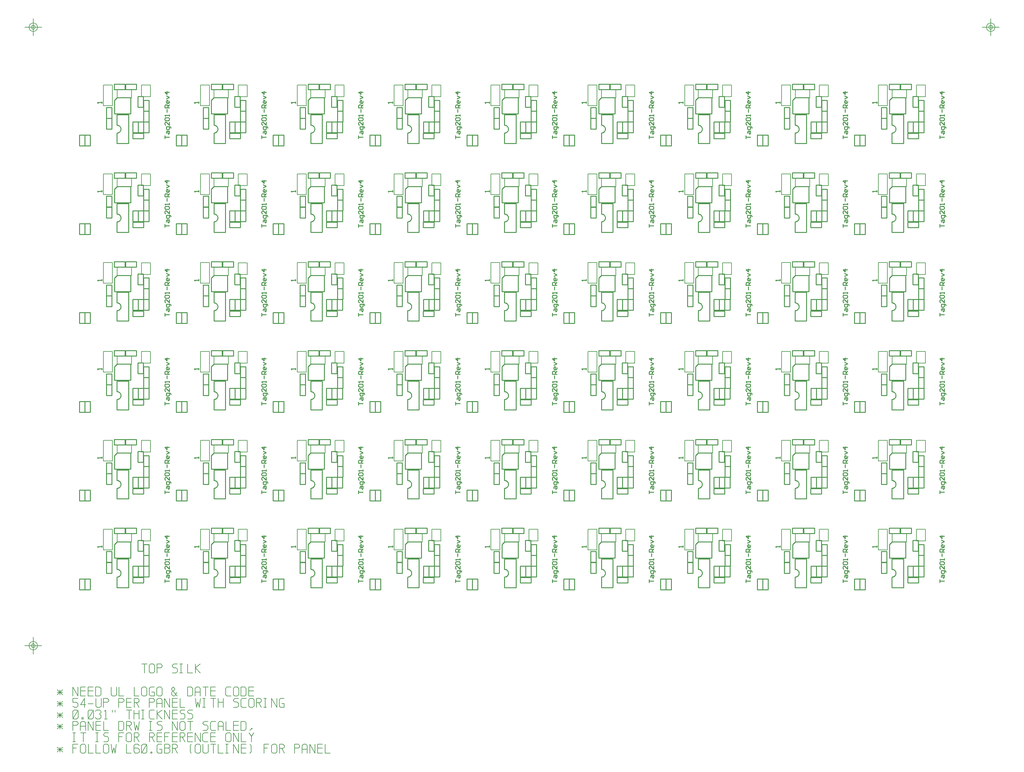
<source format=gbr>
*%FSLAX24Y24*%
%MOIN*%
%IPPOS*%
%ADD10R,0.03X0.03*%
%ADD11R,0.03X0.03*%
%ADD12R,0.0155X0.05*%
%ADD13C,0.05*%
%ADD14R,0.0394X0.0709*%
%AMD15*
21,1,0.0206,0.01,0.0,0.0,0.0*
21,1,0.0256,0.005,0.0,0.0,0.0*
1,1,0.005,0.0103,0.0025*
1,1,0.005,-0.0103,0.0025*
1,1,0.005,0.0103,-0.0025*
1,1,0.005,-0.0103,-0.0025*%
%ADD15D15*%
G04:---LTIenv:A015:17,0.0256,0.01,0.0025 *
%AMD16*
21,1,0.005,0.0256,0.0,0.0,0.0*
21,1,0.01,0.0206,0.0,0.0,0.0*
1,1,0.005,0.0025,0.0103*
1,1,0.005,-0.0025,0.0103*
1,1,0.005,0.0025,-0.0103*
1,1,0.005,-0.0025,-0.0103*%
%ADD16D16*%
G04:---LTIenv:A016:17,0.01,0.0256,0.0025 *
%AMD17*
4,1,8
,0.0049,0.0103
,0.0049,-0.0103
,0.0025,-0.0128
,-0.0025,-0.0128
,-0.0049,-0.0103
,-0.0049,0.0103
,-0.0025,0.0128
,0.0025,0.0128,0.0049,0.0103,0.0*%
%ADD17D17*%
%AMD18*
4,1,8
,-0.0103,0.0049
,0.0103,0.0049
,0.0128,0.0025
,0.0128,-0.0025
,0.0103,-0.0049
,-0.0103,-0.0049
,-0.0128,-0.0025
,-0.0128,0.0025,-0.0103,0.0049,0.0*%
%ADD18D18*%
%ADD19C,0.012*%
%ADD20C,0.02*%
%ADD21C,0.008*%
%ADD22C,0.01*%
%ADD23C,0.009*%
%ADD24C,0.15*%
%ADD25C,0.075*%
%ADD26C,0.15*%
%ADD27C,0.052*%
%ADD28R,0.062X0.04*%
%ADD29O,0.062X0.04*%
%ADD30C,0.026*%
%ADD31C,0.092*%
%ADD32C,0.06*%
%ADD33R,0.13X0.15*%
%AMD34*
1,1,0.1,0.0,0.0*
1,0,0.0875,0.0,0.0*
1,1,0.05,0.0,0.0*
1,0,0.0375,0.0,0.0*
20,1,0.0062,0.0,-0.0969,0.0,0.0969,0.0*
20,1,0.0062,-0.0969,0.0,0.0969,0.0,0.0*%
%ADD34D34*%
G04:---LTIenv:A034:6,0.2,6 *
%ADD35C,0.07*%
%ADD36R,0.038X0.038*%
%ADD37R,0.038X0.038*%
%ADD38R,0.0185X0.053*%
%ADD39C,0.1*%
%ADD40R,0.0474X0.0789*%
%AMD41*
21,1,0.0206,0.014,0.0,0.0,0.0*
21,1,0.0296,0.005,0.0,0.0,0.0*
1,1,0.009,0.0103,0.0025*
1,1,0.009,-0.0103,0.0025*
1,1,0.009,0.0103,-0.0025*
1,1,0.009,-0.0103,-0.0025*%
%ADD41D41*%
G04:---LTIenv:A041:17,0.0296,0.014,0.0045 *
%AMD42*
21,1,0.005,0.0296,0.0,0.0,0.0*
21,1,0.014,0.0206,0.0,0.0,0.0*
1,1,0.009,0.0025,0.0103*
1,1,0.009,-0.0025,0.0103*
1,1,0.009,0.0025,-0.0103*
1,1,0.009,-0.0025,-0.0103*%
%ADD42D42*%
G04:---LTIenv:A042:17,0.014,0.0296,0.0045 *
%AMD43*
4,1,8
,0.0069,0.0113
,0.0069,-0.0113
,0.0035,-0.0148
,-0.0035,-0.0148
,-0.0069,-0.0113
,-0.0069,0.0113
,-0.0035,0.0148
,0.0035,0.0148,0.0069,0.0113,0.0*%
%ADD43D43*%
%AMD44*
4,1,8
,-0.0113,0.0069
,0.0113,0.0069
,0.0148,0.0035
,0.0148,-0.0035
,0.0113,-0.0069
,-0.0113,-0.0069
,-0.0148,-0.0035
,-0.0148,0.0035,-0.0113,0.0069,0.0*%
%ADD44D44*%
%ADD45R,0.066X0.044*%
%ADD46O,0.066X0.044*%
%ADD48C,0.1*%
%ADD49R,0.138X0.158*%
%AMD55*
4,1,8
,0.0049,0.0103
,0.0049,-0.0103
,0.0025,-0.0128
,-0.0025,-0.0128
,-0.0049,-0.0103
,-0.0049,0.0103
,-0.0025,0.0128
,0.0025,0.0128,0.0049,0.0103,0.0*%
%ADD55D55*%
%AMD56*
4,1,8
,-0.0103,0.0049
,0.0103,0.0049
,0.0128,0.0025
,0.0128,-0.0025
,0.0103,-0.0049
,-0.0103,-0.0049
,-0.0128,-0.0025
,-0.0128,0.0025,-0.0103,0.0049,0.0*%
%ADD56D56*%
%ADD200C,0.002*%
%ADD901C,0.012*%
G04:---LTIenv:A901:15,0.012,1 *
%ADD902C,0.028*%
G04:---LTIenv:A902:15,0.028,2 *
%ADD903C,0.033*%
G04:---LTIenv:A903:15,0.033,3 *
%ADD904C,0.12*%
G04:---LTIenv:A904:15,0.12,4 *

%LPD*%
D21*X126Y-13839D2*X724Y-14382D1*X126D2*X724Y-13839D1*X126Y-14115D2*X724D1*X425Y-14382D2*Y-13839D1*X1858Y-13957D2*X2252D1*X1858Y-14532D2*Y-13532D1*X2402*X2693Y-13689D2*Y-14382D1*X2843Y-14532*X3142*X3291Y-14382*Y-13689*X3142Y-13532*X2843*X2693Y-13689*X4110Y-14532D2*X3567D1*Y-13532*X4961Y-14532D2*X4417D1*Y-13532*X5244Y-13689D2*Y-14382D1*X5394Y-14532*X5693*X5843Y-14382*Y-13689*X5693Y-13532*X5394*X5244Y-13689*X6685Y-13532D2*X6559Y-14532D1*X6409Y-13934*X6260Y-14532*X6110Y-13532*X8362Y-14532D2*X7819D1*Y-13532*X8646Y-13957D2*X9094D1*X9244Y-14115*Y-14382*X9094Y-14532*X8795*X8646Y-14335*Y-13689*X8795Y-13532*X9094*X9244Y-13689*X9488Y-14532D2*X10087Y-13532D1*X9638D2*X9488Y-13689D1*Y-14382*X9638Y-14532*X9937*X10087Y-14382*Y-13689*X9937Y-13532*X9638*X10504Y-14532D2*X10654D1*Y-14382*X10504*Y-14532*X11480Y-14083D2*X11756D1*Y-14532*X11354*X11205Y-14382*Y-13689*X11354Y-13532*X11756*X12039Y-13957D2*X12488D1*X12039Y-14532D2*X12488D1*X12638Y-14382*Y-14083*X12488Y-13957*X12638Y-13839*Y-13689*X12488Y-13532*X12039*Y-14532*X13173Y-13989D2*X13472Y-14532D1*X12929Y-13989D2*X13323D1*X13472Y-13839*Y-13689*X13323Y-13532*X12929*Y-14532*X15024D2*X14898Y-14382D1*Y-13689*X15024Y-13532*X15449Y-13689D2*Y-14382D1*X15598Y-14532*X15898*X16047Y-14382*Y-13689*X15898Y-13532*X15598*X15449Y-13689*X16906Y-13532D2*Y-14382D1*X16756Y-14532*X16457*X16307Y-14382*Y-13532*X17465Y-14532D2*Y-13532D1*X17165D2*X17764D1*X18567Y-14532D2*X18024D1*Y-13532*X18843Y-14532D2*X19142D1*X18992D2*Y-13532D1*X18843D2*X19142D1*X20283D2*Y-14532D1*X19709Y-13532*Y-14532*X20567Y-13957D2*X21118D1*Y-13532D2*X20567D1*Y-14532*X21118*X21543D2*X21693Y-14382D1*Y-13689*X21543Y-13532*X23118Y-13957D2*X23512D1*X23118Y-14532D2*Y-13532D1*X23661*X23953Y-13689D2*Y-14382D1*X24102Y-14532*X24402*X24551Y-14382*Y-13689*X24402Y-13532*X24102*X23953Y-13689*X25079Y-13989D2*X25378Y-14532D1*X24835Y-13989D2*X25228D1*X25378Y-13839*Y-13689*X25228Y-13532*X24835*Y-14532*X26520Y-13957D2*X26945D1*X27094Y-13808*Y-13689*X26945Y-13532*X26520*Y-14532*X27354Y-14083D2*X27929D1*Y-14532D2*Y-13689D1*X27780Y-13532*X27504*X27354Y-13689*Y-14532*X28787Y-13532D2*Y-14532D1*X28213Y-13532*Y-14532*X29071Y-13957D2*X29622D1*Y-13532D2*X29071D1*Y-14532*X29622*X30472D2*X29929D1*Y-13532*X126Y-7461D2*X724Y-8004D1*X126D2*X724Y-7461D1*X126Y-7737D2*X724D1*X425Y-8004D2*Y-7461D1*X2425Y-7154D2*Y-8154D1*X1850Y-7154*Y-8154*X2709Y-7579D2*X3260D1*Y-7154D2*X2709D1*Y-8154*X3260*X3559Y-7579D2*X4110D1*Y-7154D2*X3559D1*Y-8154*X4110*X4819D2*X4969Y-8004D1*Y-7311*X4819Y-7154*X4394*Y-8154*X4819*X6701Y-7154D2*Y-8004D1*X6551Y-8154*X6252*X6102Y-8004*Y-7154*X7512Y-8154D2*X6969D1*Y-7154*X9213Y-8154D2*X8669D1*Y-7154*X9496Y-7311D2*Y-8004D1*X9646Y-8154*X9945*X10094Y-8004*Y-7311*X9945Y-7154*X9646*X9496Y-7311*X10630Y-7705D2*X10906D1*Y-8154*X10504*X10354Y-8004*Y-7311*X10504Y-7154*X10906*X11197Y-7311D2*Y-8004D1*X11346Y-8154*X11646*X11795Y-8004*Y-7311*X11646Y-7154*X11346*X11197Y-7311*X13457Y-8154D2*X12858Y-7461D1*Y-7311*X13024Y-7154*X13181Y-7311*Y-7461*X12858Y-7705*Y-8004*X13008Y-8154*X13157*X13307Y-8036*Y-7886*X13457Y-7737*X15024Y-8154D2*X15173Y-8004D1*Y-7311*X15024Y-7154*X14598*Y-8154*X15024*X15449Y-7705D2*X16024D1*Y-8154D2*Y-7311D1*X15874Y-7154*X15598*X15449Y-7311*Y-8154*X16614D2*Y-7154D1*X16315D2*X16913D1*X17165Y-7579D2*X17717D1*Y-7154D2*X17165D1*Y-8154*X17717*X19433D2*X18984D1*X18835Y-8004*Y-7311*X18984Y-7154*X19433*X19701Y-7311D2*Y-8004D1*X19850Y-8154*X20150*X20299Y-8004*Y-7311*X20150Y-7154*X19850*X19701Y-7311*X20976Y-8154D2*X21126Y-8004D1*Y-7311*X20976Y-7154*X20551*Y-8154*X20976*X21417Y-7579D2*X21969D1*Y-7154D2*X21417D1*Y-8154*X21969*X126Y-8737D2*X724Y-9280D1*X126D2*X724Y-8737D1*X126Y-9012D2*X724D1*X425Y-9280D2*Y-8737D1*X2402Y-8430D2*X1850D1*Y-8855*X2252*X2402Y-9012*Y-9280*X2252Y-9430*X2000*X1850Y-9280*X3283Y-9130D2*X2709D1*X3134Y-8430*Y-9430*X3559Y-9012D2*X4110D1*X5000Y-8430D2*Y-9280D1*X4850Y-9430*X4551*X4402Y-9280*Y-8430*X5260Y-8855D2*X5685D1*X5835Y-8705*Y-8587*X5685Y-8430*X5260*Y-9430*X6961Y-8855D2*X7386D1*X7535Y-8705*Y-8587*X7386Y-8430*X6961*Y-9430*X7811Y-8855D2*X8362D1*Y-8430D2*X7811D1*Y-9430*X8362*X8921Y-8886D2*X9220Y-9430D1*X8677Y-8886D2*X9071D1*X9220Y-8737*Y-8587*X9071Y-8430*X8677*Y-9430*X10362Y-8855D2*X10787D1*X10937Y-8705*Y-8587*X10787Y-8430*X10362*Y-9430*X11197Y-8981D2*X11772D1*Y-9430D2*Y-8587D1*X11622Y-8430*X11346*X11197Y-8587*Y-9430*X12630Y-8430D2*Y-9430D1*X12055Y-8430*Y-9430*X12913Y-8855D2*X13465D1*Y-8430D2*X12913D1*Y-9430*X13465*X14315D2*X13772D1*Y-8430*X16039D2*X15913Y-9430D1*X15764Y-8831*X15614Y-9430*X15465Y-8430*X16291Y-9430D2*X16591D1*X16441D2*Y-8430D1*X16291D2*X16591D1*X17465Y-9430D2*Y-8430D1*X17165D2*X17764D1*X18000Y-8855D2*X18575D1*Y-9430D2*Y-8430D1*X18000Y-9430D2*Y-8430D1*X19724Y-9430D2*X20126D1*X20276Y-9280*Y-8981*X20126Y-8831*X19874*X19724Y-8682*Y-8587*X19874Y-8430*X20276*X21134Y-9430D2*X20685D1*X20535Y-9280*Y-8587*X20685Y-8430*X21134*X21402Y-8587D2*Y-9280D1*X21551Y-9430*X21850*X22000Y-9280*Y-8587*X21850Y-8430*X21551*X21402Y-8587*X22528Y-8886D2*X22827Y-9430D1*X22283Y-8886D2*X22677D1*X22827Y-8737*Y-8587*X22677Y-8430*X22283*Y-9430*X23094D2*X23394D1*X23244D2*Y-8430D1*X23094D2*X23394D1*X24535D2*Y-9430D1*X23961Y-8430*Y-9430*X25087Y-8981D2*X25362D1*Y-9430*X24961*X24811Y-9280*Y-8587*X24961Y-8430*X25362*X126Y-10012D2*X724Y-10556D1*X126D2*X724Y-10012D1*X126Y-10288D2*X724D1*X425Y-10556D2*Y-10012D1*X1835Y-10705D2*X2433Y-9705D1*X1984D2*X1835Y-9863D1*Y-10556*X1984Y-10705*X2283*X2433Y-10556*Y-9863*X2283Y-9705*X1984*X2850Y-10705D2*X3000D1*Y-10556*X2850*Y-10705*X3535D2*X4134Y-9705D1*X3685D2*X3535Y-9863D1*Y-10556*X3685Y-10705*X3984*X4134Y-10556*Y-9863*X3984Y-9705*X3685*X4362Y-10556D2*X4512Y-10705D1*X4819*X4969Y-10556*Y-10311*X4819Y-10162*X4969Y-10012*Y-9863*X4819Y-9705*X4512*X4362Y-9863*X5378Y-10705D2*X5677D1*X5528D2*Y-9705D1*X5378Y-9863*X6535Y-9957D2*Y-9705D1*X6236Y-9957D2*Y-9705D1*X8110Y-10705D2*Y-9705D1*X7811D2*X8409D1*X8646Y-10130D2*X9220D1*Y-10705D2*Y-9705D1*X8646Y-10705D2*Y-9705D1*X9488Y-10705D2*X9787D1*X9638D2*Y-9705D1*X9488D2*X9787D1*X10929Y-10705D2*X10480D1*X10331Y-10556*Y-9863*X10480Y-9705*X10929*X11220Y-10705D2*Y-9705D1*X11772Y-10705D2*X11220Y-10130D1*X11772Y-9705*X12630D2*Y-10705D1*X12055Y-9705*Y-10705*X12913Y-10130D2*X13465D1*Y-9705D2*X12913D1*Y-10705*X13465*X13772D2*X14173D1*X14323Y-10556*Y-10256*X14173Y-10107*X13921*X13772Y-9957*Y-9863*X13921Y-9705*X14323*X14622Y-10705D2*X15024D1*X15173Y-10556*Y-10256*X15024Y-10107*X14772*X14622Y-9957*Y-9863*X14772Y-9705*X15173*X126Y-11288D2*X724Y-11831D1*X126D2*X724Y-11288D1*X126Y-11563D2*X724D1*X425Y-11831D2*Y-11288D1*X1858Y-11406D2*X2283D1*X2433Y-11256*Y-11138*X2283Y-10981*X1858*Y-11981*X2693Y-11532D2*X3268D1*Y-11981D2*Y-11138D1*X3118Y-10981*X2843*X2693Y-11138*Y-11981*X4126Y-10981D2*Y-11981D1*X3551Y-10981*Y-11981*X4409Y-11406D2*X4961D1*Y-10981D2*X4409D1*Y-11981*X4961*X5811D2*X5268D1*Y-10981*X7370Y-11981D2*X7520Y-11831D1*Y-11138*X7370Y-10981*X6945*Y-11981*X7370*X8071Y-11437D2*X8370Y-11981D1*X7827Y-11437D2*X8220D1*X8370Y-11288*Y-11138*X8220Y-10981*X7827*Y-11981*X9236Y-10981D2*X9110Y-11981D1*X8961Y-11382*X8811Y-11981*X8661Y-10981*X10339Y-11981D2*X10638D1*X10488D2*Y-10981D1*X10339D2*X10638D1*X11220Y-11981D2*X11622D1*X11772Y-11831*Y-11532*X11622Y-11382*X11370*X11220Y-11233*Y-11138*X11370Y-10981*X11772*X13480D2*Y-11981D1*X12906Y-10981*Y-11981*X13748Y-11138D2*Y-11831D1*X13898Y-11981*X14197*X14346Y-11831*Y-11138*X14197Y-10981*X13898*X13748Y-11138*X14913Y-11981D2*Y-10981D1*X14614D2*X15213D1*X16323Y-11981D2*X16724D1*X16874Y-11831*Y-11532*X16724Y-11382*X16472*X16323Y-11233*Y-11138*X16472Y-10981*X16874*X17732Y-11981D2*X17283D1*X17134Y-11831*Y-11138*X17283Y-10981*X17732*X18000Y-11532D2*X18575D1*Y-11981D2*Y-11138D1*X18425Y-10981*X18150*X18000Y-11138*Y-11981*X19417D2*X18874D1*Y-10981*X19717Y-11406D2*X20268D1*Y-10981D2*X19717D1*Y-11981*X20268*X20976D2*X21126Y-11831D1*Y-11138*X20976Y-10981*X20551*Y-11981*X20976*X21701Y-11847D2*Y-11737D1*X21819*X21543Y-11981*X1835Y-13256D2*X2134D1*X1984D2*Y-12256D1*X1835D2*X2134D1*X3008Y-13256D2*Y-12256D1*X2709D2*X3307D1*X4386Y-13256D2*X4685D1*X4535D2*Y-12256D1*X4386D2*X4685D1*X5268Y-13256D2*X5669D1*X5819Y-13107*Y-12808*X5669Y-12658*X5417*X5268Y-12508*Y-12414*X5417Y-12256*X5819*X6961Y-12682D2*X7354D1*X6961Y-13256D2*Y-12256D1*X7504*X7795Y-12414D2*Y-13107D1*X7945Y-13256*X8244*X8394Y-13107*Y-12414*X8244Y-12256*X7945*X7795Y-12414*X8921Y-12713D2*X9220Y-13256D1*X8677Y-12713D2*X9071D1*X9220Y-12563*Y-12414*X9071Y-12256*X8677*Y-13256*X10622Y-12713D2*X10921Y-13256D1*X10378Y-12713D2*X10772D1*X10921Y-12563*Y-12414*X10772Y-12256*X10378*Y-13256*X11213Y-12682D2*X11764D1*Y-12256D2*X11213D1*Y-13256*X11764*X12063Y-12682D2*X12457D1*X12063Y-13256D2*Y-12256D1*X12606*X12913Y-12682D2*X13465D1*Y-12256D2*X12913D1*Y-13256*X13465*X14024Y-12713D2*X14323Y-13256D1*X13780Y-12713D2*X14173D1*X14323Y-12563*Y-12414*X14173Y-12256*X13780*Y-13256*X14614Y-12682D2*X15165D1*Y-12256D2*X14614D1*Y-13256*X15165*X16031Y-12256D2*Y-13256D1*X15457Y-12256*Y-13256*X16882D2*X16433D1*X16283Y-13107*Y-12414*X16433Y-12256*X16882*X17165Y-12682D2*X17717D1*Y-12256D2*X17165D1*Y-13256*X17717*X18850Y-12414D2*Y-13107D1*X19000Y-13256*X19299*X19449Y-13107*Y-12414*X19299Y-12256*X19000*X18850Y-12414*X20283Y-12256D2*Y-13256D1*X19709Y-12256*Y-13256*X21118D2*X20575D1*Y-12256*X21433D2*X21709Y-12658D1*X21984Y-12256*X21709Y-13256D2*Y-12658D1*X9811Y-5602D2*Y-4602D1*X9511D2*X10110D1*X10346Y-4759D2*Y-5452D1*X10496Y-5602*X10795*X10945Y-5452*Y-4759*X10795Y-4602*X10496*X10346Y-4759*X11212Y-5027D2*X11637D1*X11787Y-4878*Y-4759*X11637Y-4602*X11212*Y-5602*X12921D2*X13323D1*X13472Y-5452*Y-5153*X13323Y-5004*X13071*X12921Y-4854*Y-4759*X13071Y-4602*X13472*X13740Y-5602D2*X14039D1*X13889D2*Y-4602D1*X13740D2*X14039D1*X15165Y-5602D2*X14622D1*Y-4602*X15472Y-5602D2*Y-4602D1*X16023Y-5602D2*X15472Y-5027D1*X16023Y-4602*X8380Y58460D2*Y59360D1*X6780*Y58460*X8380*X10470Y58570D2*X9470D1*Y59870*X10470*Y58570*X5260Y59880D2*Y57580D1*X6260*Y59880*X5260*X19155Y58460D2*Y59360D1*X17555*Y58460*X19155*X21245Y58570D2*X20245D1*Y59870*X21245*Y58570*X16035Y59880D2*Y57580D1*X17035*Y59880*X16035*X29930Y58460D2*Y59360D1*X28330*Y58460*X29930*X32020Y58570D2*X31020D1*Y59870*X32020*Y58570*X26810Y59880D2*Y57580D1*X27810*Y59880*X26810*X40705Y58460D2*Y59360D1*X39105*Y58460*X40705*X42795Y58570D2*X41795D1*Y59870*X42795*Y58570*X37585Y59880D2*Y57580D1*X38585*Y59880*X37585*X51480Y58460D2*Y59360D1*X49880*Y58460*X51480*X53570Y58570D2*X52570D1*Y59870*X53570*Y58570*X48360Y59880D2*Y57580D1*X49360*Y59880*X48360*X62255Y58460D2*Y59360D1*X60655*Y58460*X62255*X64345Y58570D2*X63345D1*Y59870*X64345*Y58570*X59135Y59880D2*Y57580D1*X60135*Y59880*X59135*X73030Y58460D2*Y59360D1*X71430*Y58460*X73030*X75120Y58570D2*X74120D1*Y59870*X75120*Y58570*X69910Y59880D2*Y57580D1*X70910*Y59880*X69910*X83805Y58460D2*Y59360D1*X82205*Y58460*X83805*X85895Y58570D2*X84895D1*Y59870*X85895*Y58570*X80685Y59880D2*Y57580D1*X81685*Y59880*X80685*X94580Y58460D2*Y59360D1*X92980*Y58460*X94580*X96670Y58570D2*X95670D1*Y59870*X96670*Y58570*X91460Y59880D2*Y57580D1*X92460*Y59880*X91460*X94580Y48570D2*Y49470D1*X92980*Y48570*X94580*X96670Y48680D2*X95670D1*Y49980*X96670*Y48680*X91460Y49990D2*Y47690D1*X92460*Y49990*X91460*X83805Y48570D2*Y49470D1*X82205*Y48570*X83805*X85895Y48680D2*X84895D1*Y49980*X85895*Y48680*X80685Y49990D2*Y47690D1*X81685*Y49990*X80685*X73030Y48570D2*Y49470D1*X71430*Y48570*X73030*X75120Y48680D2*X74120D1*Y49980*X75120*Y48680*X69910Y49990D2*Y47690D1*X70910*Y49990*X69910*X62255Y48570D2*Y49470D1*X60655*Y48570*X62255*X64345Y48680D2*X63345D1*Y49980*X64345*Y48680*X59135Y49990D2*Y47690D1*X60135*Y49990*X59135*X51480Y48570D2*Y49470D1*X49880*Y48570*X51480*X53570Y48680D2*X52570D1*Y49980*X53570*Y48680*X48360Y49990D2*Y47690D1*X49360*Y49990*X48360*X40705Y48570D2*Y49470D1*X39105*Y48570*X40705*X42795Y48680D2*X41795D1*Y49980*X42795*Y48680*X37585Y49990D2*Y47690D1*X38585*Y49990*X37585*X29930Y48570D2*Y49470D1*X28330*Y48570*X29930*X32020Y48680D2*X31020D1*Y49980*X32020*Y48680*X26810Y49990D2*Y47690D1*X27810*Y49990*X26810*X19155Y48570D2*Y49470D1*X17555*Y48570*X19155*X21245Y48680D2*X20245D1*Y49980*X21245*Y48680*X16035Y49990D2*Y47690D1*X17035*Y49990*X16035*X8380Y48570D2*Y49470D1*X6780*Y48570*X8380*X10470Y48680D2*X9470D1*Y49980*X10470*Y48680*X5260Y49990D2*Y47690D1*X6260*Y49990*X5260*X8380Y38680D2*Y39580D1*X6780*Y38680*X8380*X10470Y38790D2*X9470D1*Y40090*X10470*Y38790*X5260Y40100D2*Y37800D1*X6260*Y40100*X5260*X19155Y38680D2*Y39580D1*X17555*Y38680*X19155*X21245Y38790D2*X20245D1*Y40090*X21245*Y38790*X16035Y40100D2*Y37800D1*X17035*Y40100*X16035*X29930Y38680D2*Y39580D1*X28330*Y38680*X29930*X32020Y38790D2*X31020D1*Y40090*X32020*Y38790*X26810Y40100D2*Y37800D1*X27810*Y40100*X26810*X40705Y38680D2*Y39580D1*X39105*Y38680*X40705*X42795Y38790D2*X41795D1*Y40090*X42795*Y38790*X37585Y40100D2*Y37800D1*X38585*Y40100*X37585*X51480Y38680D2*Y39580D1*X49880*Y38680*X51480*X53570Y38790D2*X52570D1*Y40090*X53570*Y38790*X48360Y40100D2*Y37800D1*X49360*Y40100*X48360*X62255Y38680D2*Y39580D1*X60655*Y38680*X62255*X64345Y38790D2*X63345D1*Y40090*X64345*Y38790*X59135Y40100D2*Y37800D1*X60135*Y40100*X59135*X73030Y38680D2*Y39580D1*X71430*Y38680*X73030*X75120Y38790D2*X74120D1*Y40090*X75120*Y38790*X69910Y40100D2*Y37800D1*X70910*Y40100*X69910*X83805Y38680D2*Y39580D1*X82205*Y38680*X83805*X85895Y38790D2*X84895D1*Y40090*X85895*Y38790*X80685Y40100D2*Y37800D1*X81685*Y40100*X80685*X94580Y38680D2*Y39580D1*X92980*Y38680*X94580*X96670Y38790D2*X95670D1*Y40090*X96670*Y38790*X91460Y40100D2*Y37800D1*X92460*Y40100*X91460*X94580Y28790D2*Y29690D1*X92980*Y28790*X94580*X96670Y28900D2*X95670D1*Y30200*X96670*Y28900*X91460Y30210D2*Y27910D1*X92460*Y30210*X91460*X83805Y28790D2*Y29690D1*X82205*Y28790*X83805*X85895Y28900D2*X84895D1*Y30200*X85895*Y28900*X80685Y30210D2*Y27910D1*X81685*Y30210*X80685*X73030Y28790D2*Y29690D1*X71430*Y28790*X73030*X75120Y28900D2*X74120D1*Y30200*X75120*Y28900*X69910Y30210D2*Y27910D1*X70910*Y30210*X69910*X62255Y28790D2*Y29690D1*X60655*Y28790*X62255*X64345Y28900D2*X63345D1*Y30200*X64345*Y28900*X59135Y30210D2*Y27910D1*X60135*Y30210*X59135*X51480Y28790D2*Y29690D1*X49880*Y28790*X51480*X53570Y28900D2*X52570D1*Y30200*X53570*Y28900*X48360Y30210D2*Y27910D1*X49360*Y30210*X48360*X40705Y28790D2*Y29690D1*X39105*Y28790*X40705*X42795Y28900D2*X41795D1*Y30200*X42795*Y28900*X37585Y30210D2*Y27910D1*X38585*Y30210*X37585*X29930Y28790D2*Y29690D1*X28330*Y28790*X29930*X32020Y28900D2*X31020D1*Y30200*X32020*Y28900*X26810Y30210D2*Y27910D1*X27810*Y30210*X26810*X19155Y28790D2*Y29690D1*X17555*Y28790*X19155*X21245Y28900D2*X20245D1*Y30200*X21245*Y28900*X16035Y30210D2*Y27910D1*X17035*Y30210*X16035*X8380Y28790D2*Y29690D1*X6780*Y28790*X8380*X10470Y28900D2*X9470D1*Y30200*X10470*Y28900*X5260Y30210D2*Y27910D1*X6260*Y30210*X5260*X8380Y18900D2*Y19800D1*X6780*Y18900*X8380*X10470Y19010D2*X9470D1*Y20310*X10470*Y19010*X5260Y20320D2*Y18020D1*X6260*Y20320*X5260*X19155Y18900D2*Y19800D1*X17555*Y18900*X19155*X21245Y19010D2*X20245D1*Y20310*X21245*Y19010*X16035Y20320D2*Y18020D1*X17035*Y20320*X16035*X29930Y18900D2*Y19800D1*X28330*Y18900*X29930*X32020Y19010D2*X31020D1*Y20310*X32020*Y19010*X26810Y20320D2*Y18020D1*X27810*Y20320*X26810*X40705Y18900D2*Y19800D1*X39105*Y18900*X40705*X42795Y19010D2*X41795D1*Y20310*X42795*Y19010*X37585Y20320D2*Y18020D1*X38585*Y20320*X37585*X51480Y18900D2*Y19800D1*X49880*Y18900*X51480*X53570Y19010D2*X52570D1*Y20310*X53570*Y19010*X48360Y20320D2*Y18020D1*X49360*Y20320*X48360*X62255Y18900D2*Y19800D1*X60655*Y18900*X62255*X64345Y19010D2*X63345D1*Y20310*X64345*Y19010*X59135Y20320D2*Y18020D1*X60135*Y20320*X59135*X73030Y18900D2*Y19800D1*X71430*Y18900*X73030*X75120Y19010D2*X74120D1*Y20310*X75120*Y19010*X69910Y20320D2*Y18020D1*X70910*Y20320*X69910*X83805Y18900D2*Y19800D1*X82205*Y18900*X83805*X85895Y19010D2*X84895D1*Y20310*X85895*Y19010*X80685Y20320D2*Y18020D1*X81685*Y20320*X80685*X94580Y18900D2*Y19800D1*X92980*Y18900*X94580*X96670Y19010D2*X95670D1*Y20310*X96670*Y19010*X91460Y20320D2*Y18020D1*X92460*Y20320*X91460*X94580Y9010D2*Y9910D1*X92980*Y9010*X94580*X96670Y9120D2*X95670D1*Y10420*X96670*Y9120*X91460Y10430D2*Y8130D1*X92460*Y10430*X91460*X83805Y9010D2*Y9910D1*X82205*Y9010*X83805*X85895Y9120D2*X84895D1*Y10420*X85895*Y9120*X80685Y10430D2*Y8130D1*X81685*Y10430*X80685*X73030Y9010D2*Y9910D1*X71430*Y9010*X73030*X75120Y9120D2*X74120D1*Y10420*X75120*Y9120*X69910Y10430D2*Y8130D1*X70910*Y10430*X69910*X62255Y9010D2*Y9910D1*X60655*Y9010*X62255*X64345Y9120D2*X63345D1*Y10420*X64345*Y9120*X59135Y10430D2*Y8130D1*X60135*Y10430*X59135*X51480Y9010D2*Y9910D1*X49880*Y9010*X51480*X53570Y9120D2*X52570D1*Y10420*X53570*Y9120*X48360Y10430D2*Y8130D1*X49360*Y10430*X48360*X40705Y9010D2*Y9910D1*X39105*Y9010*X40705*X42795Y9120D2*X41795D1*Y10420*X42795*Y9120*X37585Y10430D2*Y8130D1*X38585*Y10430*X37585*X29930Y9010D2*Y9910D1*X28330*Y9010*X29930*X32020Y9120D2*X31020D1*Y10420*X32020*Y9120*X26810Y10430D2*Y8130D1*X27810*Y10430*X26810*X19155Y9010D2*Y9910D1*X17555*Y9010*X19155*X21245Y9120D2*X20245D1*Y10420*X21245*Y9120*X16035Y10430D2*Y8130D1*X17035*Y10430*X16035*X8380Y9010D2*Y9910D1*X6780*Y9010*X8380*X10470Y9120D2*X9470D1*Y10420*X10470*Y9120*X5260Y10430D2*Y8130D1*X6260*Y10430*X5260*D22*X6761Y54547D2*X6776D1*X6791Y54548*X6806Y54549*X6821Y54551*X6836Y54554*X6851Y54556*X6866Y54560*X6880Y54564*X6895Y54568*X6909Y54573*X6923Y54579*X6937Y54584*X6951Y54591*X6964Y54598*X6977Y54605*X6990Y54613*X7003Y54621*X7016Y54630*X7028Y54639*X7039Y54648*X7051Y54658*X7062Y54669*X7072Y54679*X7083Y54690*X7093Y54702*X7102Y54713*X7111Y54725*X7120Y54738*X7128Y54751*X7136Y54764*X7143Y54777*X7150Y54790*X7157Y54804*X7162Y54818*X7168Y54832*X7173Y54846*X7177Y54861*X7181Y54875*X7185Y54890*X7187Y54905*X7190Y54920*X7192Y54935*X7193Y54950*X7194Y54965*Y54980*Y54995*X7193Y55010*X7192Y55025*X7190Y55040*X7187Y55055*X7185Y55070*X7181Y55085*X7177Y55099*X7173Y55114*X7168Y55128*X7162Y55142*X7157Y55156*X7150Y55170*X7143Y55183*X7136Y55197*X7128Y55209*X7120Y55222*X7111Y55235*X7102Y55247*X7093Y55258*X7083Y55270*X7072Y55281*X7062Y55291*X7051Y55302*X7039Y55312*X7028Y55321*X7016Y55330*X7003Y55339*X6990Y55347*X6977Y55355*X6964Y55362*X6951Y55369*X6937Y55376*X6923Y55381*X6909Y55387*X6895Y55392*X6880Y55396*X6866Y55400*X6851Y55404*X6836Y55406*X6821Y55409*X6806Y55411*X6791Y55412*X6776Y55413*X6761*X7660Y59690D2*Y59390D1*X6460*Y59990*X7660*Y59690*X7730D2*Y59990D1*X8930*Y59390*X7730*Y59690*X5870Y56190D2*X6170D1*Y57390*X5570*Y56190*X5870*Y56180D2*X5570D1*Y54980*X6170*Y56180*X5870*X9410Y54580D2*X9710D1*Y55780*X9110*Y54580D2*X9410D1*X8500Y54210D2*Y53910D1*X9700*Y54510*X8500*Y54210*X8810Y54580D2*X9110D1*Y55780*X8510*Y54580*X8810*X10020Y56980D2*X10320D1*Y58180*X9720*Y56980*X10020*X9720D2*Y55780D1*X10320*Y56980*X9710Y55780D2*X10010D1*X9710Y54580D2*X10310D1*Y55780*X10010*X9380Y57430D2*X9080D1*Y58630*X9680*Y57430*X9380*X2870Y54330D2*X2570D1*Y53130*X3170*X2870Y54330D2*X3170D1*X3470Y53130D2*X3770D1*Y54330*X3170*Y53130*X3470*X6761Y53380D2*Y54547D1*Y55413D2*Y56580D1*X8036*X6761Y53380D2*X8036D1*Y56580*X6480Y56670D2*Y58170D1*X6780Y58470*X8280*X6480Y56670D2*X8280D1*Y58470*X5080Y57860D2*Y58027D1*Y57943*X4580*X4664Y57860*X17536Y54547D2*X17551D1*X17566Y54548*X17581Y54549*X17596Y54551*X17611Y54554*X17626Y54556*X17641Y54560*X17655Y54564*X17670Y54568*X17684Y54573*X17698Y54579*X17712Y54584*X17726Y54591*X17739Y54598*X17752Y54605*X17765Y54613*X17778Y54621*X17791Y54630*X17803Y54639*X17814Y54648*X17826Y54658*X17837Y54669*X17847Y54679*X17858Y54690*X17868Y54702*X17877Y54713*X17886Y54725*X17895Y54738*X17903Y54751*X17911Y54764*X17918Y54777*X17925Y54790*X17932Y54804*X17937Y54818*X17943Y54832*X17948Y54846*X17952Y54861*X17956Y54875*X17960Y54890*X17962Y54905*X17965Y54920*X17967Y54935*X17968Y54950*X17969Y54965*Y54980*Y54995*X17968Y55010*X17967Y55025*X17965Y55040*X17962Y55055*X17960Y55070*X17956Y55085*X17952Y55099*X17948Y55114*X17943Y55128*X17937Y55142*X17932Y55156*X17925Y55170*X17918Y55183*X17911Y55197*X17903Y55209*X17895Y55222*X17886Y55235*X17877Y55247*X17868Y55258*X17858Y55270*X17847Y55281*X17837Y55291*X17826Y55302*X17814Y55312*X17803Y55321*X17791Y55330*X17778Y55339*X17765Y55347*X17752Y55355*X17739Y55362*X17726Y55369*X17712Y55376*X17698Y55381*X17684Y55387*X17670Y55392*X17655Y55396*X17641Y55400*X17626Y55404*X17611Y55406*X17596Y55409*X17581Y55411*X17566Y55412*X17551Y55413*X17536*X18435Y59690D2*Y59390D1*X17235*Y59990*X18435*Y59690*X18505D2*Y59990D1*X19705*Y59390*X18505*Y59690*X16645Y56190D2*X16945D1*Y57390*X16345*Y56190*X16645*Y56180D2*X16345D1*Y54980*X16945*Y56180*X16645*X20185Y54580D2*X20485D1*Y55780*X19885*Y54580D2*X20185D1*X19275Y54210D2*Y53910D1*X20475*Y54510*X19275*Y54210*X19585Y54580D2*X19885D1*Y55780*X19285*Y54580*X19585*X20795Y56980D2*X21095D1*Y58180*X20495*Y56980*X20795*X20495D2*Y55780D1*X21095*Y56980*X20485Y55780D2*X20785D1*X20485Y54580D2*X21085D1*Y55780*X20785*X20155Y57430D2*X19855D1*Y58630*X20455*Y57430*X20155*X13645Y54330D2*X13345D1*Y53130*X13945*X13645Y54330D2*X13945D1*X14245Y53130D2*X14545D1*Y54330*X13945*Y53130*X14245*X17536Y53380D2*Y54547D1*Y55413D2*Y56580D1*X18811*X17536Y53380D2*X18811D1*Y56580*X17255Y56670D2*Y58170D1*X17555Y58470*X19055*X17255Y56670D2*X19055D1*Y58470*X15855Y57860D2*Y58027D1*Y57943*X15355*X15439Y57860*X28311Y54547D2*X28326D1*X28341Y54548*X28356Y54549*X28371Y54551*X28386Y54554*X28401Y54556*X28416Y54560*X28430Y54564*X28445Y54568*X28459Y54573*X28473Y54579*X28487Y54584*X28501Y54591*X28514Y54598*X28527Y54605*X28540Y54613*X28553Y54621*X28566Y54630*X28578Y54639*X28589Y54648*X28601Y54658*X28612Y54669*X28622Y54679*X28633Y54690*X28643Y54702*X28652Y54713*X28661Y54725*X28670Y54738*X28678Y54751*X28686Y54764*X28693Y54777*X28700Y54790*X28707Y54804*X28712Y54818*X28718Y54832*X28723Y54846*X28727Y54861*X28731Y54875*X28735Y54890*X28737Y54905*X28740Y54920*X28742Y54935*X28743Y54950*X28744Y54965*Y54980*Y54995*X28743Y55010*X28742Y55025*X28740Y55040*X28737Y55055*X28735Y55070*X28731Y55085*X28727Y55099*X28723Y55114*X28718Y55128*X28712Y55142*X28707Y55156*X28700Y55170*X28693Y55183*X28686Y55197*X28678Y55209*X28670Y55222*X28661Y55235*X28652Y55247*X28643Y55258*X28633Y55270*X28622Y55281*X28612Y55291*X28601Y55302*X28589Y55312*X28578Y55321*X28566Y55330*X28553Y55339*X28540Y55347*X28527Y55355*X28514Y55362*X28501Y55369*X28487Y55376*X28473Y55381*X28459Y55387*X28445Y55392*X28430Y55396*X28416Y55400*X28401Y55404*X28386Y55406*X28371Y55409*X28356Y55411*X28341Y55412*X28326Y55413*X28311*X29210Y59690D2*Y59390D1*X28010*Y59990*X29210*Y59690*X29280D2*Y59990D1*X30480*Y59390*X29280*Y59690*X27420Y56190D2*X27720D1*Y57390*X27120*Y56190*X27420*Y56180D2*X27120D1*Y54980*X27720*Y56180*X27420*X30960Y54580D2*X31260D1*Y55780*X30660*Y54580D2*X30960D1*X30050Y54210D2*Y53910D1*X31250*Y54510*X30050*Y54210*X30360Y54580D2*X30660D1*Y55780*X30060*Y54580*X30360*X31570Y56980D2*X31870D1*Y58180*X31270*Y56980*X31570*X31270D2*Y55780D1*X31870*Y56980*X31260Y55780D2*X31560D1*X31260Y54580D2*X31860D1*Y55780*X31560*X30930Y57430D2*X30630D1*Y58630*X31230*Y57430*X30930*X24420Y54330D2*X24120D1*Y53130*X24720*X24420Y54330D2*X24720D1*X25020Y53130D2*X25320D1*Y54330*X24720*Y53130*X25020*X28311Y53380D2*Y54547D1*Y55413D2*Y56580D1*X29586*X28311Y53380D2*X29586D1*Y56580*X28030Y56670D2*Y58170D1*X28330Y58470*X29830*X28030Y56670D2*X29830D1*Y58470*X26630Y57860D2*Y58027D1*Y57943*X26130*X26214Y57860*X39086Y54547D2*X39101D1*X39116Y54548*X39131Y54549*X39146Y54551*X39161Y54554*X39176Y54556*X39191Y54560*X39205Y54564*X39220Y54568*X39234Y54573*X39248Y54579*X39262Y54584*X39276Y54591*X39289Y54598*X39302Y54605*X39315Y54613*X39328Y54621*X39341Y54630*X39353Y54639*X39364Y54648*X39376Y54658*X39387Y54669*X39397Y54679*X39408Y54690*X39418Y54702*X39427Y54713*X39436Y54725*X39445Y54738*X39453Y54751*X39461Y54764*X39468Y54777*X39475Y54790*X39482Y54804*X39487Y54818*X39493Y54832*X39498Y54846*X39502Y54861*X39506Y54875*X39510Y54890*X39512Y54905*X39515Y54920*X39517Y54935*X39518Y54950*X39519Y54965*Y54980*Y54995*X39518Y55010*X39517Y55025*X39515Y55040*X39512Y55055*X39510Y55070*X39506Y55085*X39502Y55099*X39498Y55114*X39493Y55128*X39487Y55142*X39482Y55156*X39475Y55170*X39468Y55183*X39461Y55197*X39453Y55209*X39445Y55222*X39436Y55235*X39427Y55247*X39418Y55258*X39408Y55270*X39397Y55281*X39387Y55291*X39376Y55302*X39364Y55312*X39353Y55321*X39341Y55330*X39328Y55339*X39315Y55347*X39302Y55355*X39289Y55362*X39276Y55369*X39262Y55376*X39248Y55381*X39234Y55387*X39220Y55392*X39205Y55396*X39191Y55400*X39176Y55404*X39161Y55406*X39146Y55409*X39131Y55411*X39116Y55412*X39101Y55413*X39086*X39985Y59690D2*Y59390D1*X38785*Y59990*X39985*Y59690*X40055D2*Y59990D1*X41255*Y59390*X40055*Y59690*X38195Y56190D2*X38495D1*Y57390*X37895*Y56190*X38195*Y56180D2*X37895D1*Y54980*X38495*Y56180*X38195*X41735Y54580D2*X42035D1*Y55780*X41435*Y54580D2*X41735D1*X40825Y54210D2*Y53910D1*X42025*Y54510*X40825*Y54210*X41135Y54580D2*X41435D1*Y55780*X40835*Y54580*X41135*X42345Y56980D2*X42645D1*Y58180*X42045*Y56980*X42345*X42045D2*Y55780D1*X42645*Y56980*X42035Y55780D2*X42335D1*X42035Y54580D2*X42635D1*Y55780*X42335*X41705Y57430D2*X41405D1*Y58630*X42005*Y57430*X41705*X35195Y54330D2*X34895D1*Y53130*X35495*X35195Y54330D2*X35495D1*X35795Y53130D2*X36095D1*Y54330*X35495*Y53130*X35795*X39086Y53380D2*Y54547D1*Y55413D2*Y56580D1*X40361*X39086Y53380D2*X40361D1*Y56580*X38805Y56670D2*Y58170D1*X39105Y58470*X40605*X38805Y56670D2*X40605D1*Y58470*X37405Y57860D2*Y58027D1*Y57943*X36905*X36989Y57860*X49861Y54547D2*X49876D1*X49891Y54548*X49906Y54549*X49921Y54551*X49936Y54554*X49951Y54556*X49966Y54560*X49980Y54564*X49995Y54568*X50009Y54573*X50023Y54579*X50037Y54584*X50051Y54591*X50064Y54598*X50077Y54605*X50090Y54613*X50103Y54621*X50116Y54630*X50128Y54639*X50139Y54648*X50151Y54658*X50162Y54669*X50172Y54679*X50183Y54690*X50193Y54702*X50202Y54713*X50211Y54725*X50220Y54738*X50228Y54751*X50236Y54764*X50243Y54777*X50250Y54790*X50257Y54804*X50262Y54818*X50268Y54832*X50273Y54846*X50277Y54861*X50281Y54875*X50285Y54890*X50287Y54905*X50290Y54920*X50292Y54935*X50293Y54950*X50294Y54965*Y54980*Y54995*X50293Y55010*X50292Y55025*X50290Y55040*X50287Y55055*X50285Y55070*X50281Y55085*X50277Y55099*X50273Y55114*X50268Y55128*X50262Y55142*X50257Y55156*X50250Y55170*X50243Y55183*X50236Y55197*X50228Y55209*X50220Y55222*X50211Y55235*X50202Y55247*X50193Y55258*X50183Y55270*X50172Y55281*X50162Y55291*X50151Y55302*X50139Y55312*X50128Y55321*X50116Y55330*X50103Y55339*X50090Y55347*X50077Y55355*X50064Y55362*X50051Y55369*X50037Y55376*X50023Y55381*X50009Y55387*X49995Y55392*X49980Y55396*X49966Y55400*X49951Y55404*X49936Y55406*X49921Y55409*X49906Y55411*X49891Y55412*X49876Y55413*X49861*X50760Y59690D2*Y59390D1*X49560*Y59990*X50760*Y59690*X50830D2*Y59990D1*X52030*Y59390*X50830*Y59690*X48970Y56190D2*X49270D1*Y57390*X48670*Y56190*X48970*Y56180D2*X48670D1*Y54980*X49270*Y56180*X48970*X52510Y54580D2*X52810D1*Y55780*X52210*Y54580D2*X52510D1*X51600Y54210D2*Y53910D1*X52800*Y54510*X51600*Y54210*X51910Y54580D2*X52210D1*Y55780*X51610*Y54580*X51910*X53120Y56980D2*X53420D1*Y58180*X52820*Y56980*X53120*X52820D2*Y55780D1*X53420*Y56980*X52810Y55780D2*X53110D1*X52810Y54580D2*X53410D1*Y55780*X53110*X52480Y57430D2*X52180D1*Y58630*X52780*Y57430*X52480*X45970Y54330D2*X45670D1*Y53130*X46270*X45970Y54330D2*X46270D1*X46570Y53130D2*X46870D1*Y54330*X46270*Y53130*X46570*X49861Y53380D2*Y54547D1*Y55413D2*Y56580D1*X51136*X49861Y53380D2*X51136D1*Y56580*X49580Y56670D2*Y58170D1*X49880Y58470*X51380*X49580Y56670D2*X51380D1*Y58470*X48180Y57860D2*Y58027D1*Y57943*X47680*X47764Y57860*X60636Y54547D2*X60651D1*X60666Y54548*X60681Y54549*X60696Y54551*X60711Y54554*X60726Y54556*X60741Y54560*X60755Y54564*X60770Y54568*X60784Y54573*X60798Y54579*X60812Y54584*X60826Y54591*X60839Y54598*X60852Y54605*X60865Y54613*X60878Y54621*X60891Y54630*X60903Y54639*X60914Y54648*X60926Y54658*X60937Y54669*X60947Y54679*X60958Y54690*X60968Y54702*X60977Y54713*X60986Y54725*X60995Y54738*X61003Y54751*X61011Y54764*X61018Y54777*X61025Y54790*X61032Y54804*X61037Y54818*X61043Y54832*X61048Y54846*X61052Y54861*X61056Y54875*X61060Y54890*X61062Y54905*X61065Y54920*X61067Y54935*X61068Y54950*X61069Y54965*Y54980*Y54995*X61068Y55010*X61067Y55025*X61065Y55040*X61062Y55055*X61060Y55070*X61056Y55085*X61052Y55099*X61048Y55114*X61043Y55128*X61037Y55142*X61032Y55156*X61025Y55170*X61018Y55183*X61011Y55197*X61003Y55209*X60995Y55222*X60986Y55235*X60977Y55247*X60968Y55258*X60958Y55270*X60947Y55281*X60937Y55291*X60926Y55302*X60914Y55312*X60903Y55321*X60891Y55330*X60878Y55339*X60865Y55347*X60852Y55355*X60839Y55362*X60826Y55369*X60812Y55376*X60798Y55381*X60784Y55387*X60770Y55392*X60755Y55396*X60741Y55400*X60726Y55404*X60711Y55406*X60696Y55409*X60681Y55411*X60666Y55412*X60651Y55413*X60636*X61535Y59690D2*Y59390D1*X60335*Y59990*X61535*Y59690*X61605D2*Y59990D1*X62805*Y59390*X61605*Y59690*X59745Y56190D2*X60045D1*Y57390*X59445*Y56190*X59745*Y56180D2*X59445D1*Y54980*X60045*Y56180*X59745*X63285Y54580D2*X63585D1*Y55780*X62985*Y54580D2*X63285D1*X62375Y54210D2*Y53910D1*X63575*Y54510*X62375*Y54210*X62685Y54580D2*X62985D1*Y55780*X62385*Y54580*X62685*X63895Y56980D2*X64195D1*Y58180*X63595*Y56980*X63895*X63595D2*Y55780D1*X64195*Y56980*X63585Y55780D2*X63885D1*X63585Y54580D2*X64185D1*Y55780*X63885*X63255Y57430D2*X62955D1*Y58630*X63555*Y57430*X63255*X56745Y54330D2*X56445D1*Y53130*X57045*X56745Y54330D2*X57045D1*X57345Y53130D2*X57645D1*Y54330*X57045*Y53130*X57345*X60636Y53380D2*Y54547D1*Y55413D2*Y56580D1*X61911*X60636Y53380D2*X61911D1*Y56580*X60355Y56670D2*Y58170D1*X60655Y58470*X62155*X60355Y56670D2*X62155D1*Y58470*X58955Y57860D2*Y58027D1*Y57943*X58455*X58539Y57860*X71411Y54547D2*X71426D1*X71441Y54548*X71456Y54549*X71471Y54551*X71486Y54554*X71501Y54556*X71516Y54560*X71530Y54564*X71545Y54568*X71559Y54573*X71573Y54579*X71587Y54584*X71601Y54591*X71614Y54598*X71627Y54605*X71640Y54613*X71653Y54621*X71666Y54630*X71678Y54639*X71689Y54648*X71701Y54658*X71712Y54669*X71722Y54679*X71733Y54690*X71743Y54702*X71752Y54713*X71761Y54725*X71770Y54738*X71778Y54751*X71786Y54764*X71793Y54777*X71800Y54790*X71807Y54804*X71812Y54818*X71818Y54832*X71823Y54846*X71827Y54861*X71831Y54875*X71835Y54890*X71837Y54905*X71840Y54920*X71842Y54935*X71843Y54950*X71844Y54965*Y54980*Y54995*X71843Y55010*X71842Y55025*X71840Y55040*X71837Y55055*X71835Y55070*X71831Y55085*X71827Y55099*X71823Y55114*X71818Y55128*X71812Y55142*X71807Y55156*X71800Y55170*X71793Y55183*X71786Y55197*X71778Y55209*X71770Y55222*X71761Y55235*X71752Y55247*X71743Y55258*X71733Y55270*X71722Y55281*X71712Y55291*X71701Y55302*X71689Y55312*X71678Y55321*X71666Y55330*X71653Y55339*X71640Y55347*X71627Y55355*X71614Y55362*X71601Y55369*X71587Y55376*X71573Y55381*X71559Y55387*X71545Y55392*X71530Y55396*X71516Y55400*X71501Y55404*X71486Y55406*X71471Y55409*X71456Y55411*X71441Y55412*X71426Y55413*X71411*X72310Y59690D2*Y59390D1*X71110*Y59990*X72310*Y59690*X72380D2*Y59990D1*X73580*Y59390*X72380*Y59690*X70520Y56190D2*X70820D1*Y57390*X70220*Y56190*X70520*Y56180D2*X70220D1*Y54980*X70820*Y56180*X70520*X74060Y54580D2*X74360D1*Y55780*X73760*Y54580D2*X74060D1*X73150Y54210D2*Y53910D1*X74350*Y54510*X73150*Y54210*X73460Y54580D2*X73760D1*Y55780*X73160*Y54580*X73460*X74670Y56980D2*X74970D1*Y58180*X74370*Y56980*X74670*X74370D2*Y55780D1*X74970*Y56980*X74360Y55780D2*X74660D1*X74360Y54580D2*X74960D1*Y55780*X74660*X74030Y57430D2*X73730D1*Y58630*X74330*Y57430*X74030*X67520Y54330D2*X67220D1*Y53130*X67820*X67520Y54330D2*X67820D1*X68120Y53130D2*X68420D1*Y54330*X67820*Y53130*X68120*X71411Y53380D2*Y54547D1*Y55413D2*Y56580D1*X72686*X71411Y53380D2*X72686D1*Y56580*X71130Y56670D2*Y58170D1*X71430Y58470*X72930*X71130Y56670D2*X72930D1*Y58470*X69730Y57860D2*Y58027D1*Y57943*X69230*X69314Y57860*X82186Y54547D2*X82201D1*X82216Y54548*X82231Y54549*X82246Y54551*X82261Y54554*X82276Y54556*X82291Y54560*X82305Y54564*X82320Y54568*X82334Y54573*X82348Y54579*X82362Y54584*X82376Y54591*X82389Y54598*X82402Y54605*X82415Y54613*X82428Y54621*X82441Y54630*X82453Y54639*X82464Y54648*X82476Y54658*X82487Y54669*X82497Y54679*X82508Y54690*X82518Y54702*X82527Y54713*X82536Y54725*X82545Y54738*X82553Y54751*X82561Y54764*X82568Y54777*X82575Y54790*X82582Y54804*X82587Y54818*X82593Y54832*X82598Y54846*X82602Y54861*X82606Y54875*X82610Y54890*X82612Y54905*X82615Y54920*X82617Y54935*X82618Y54950*X82619Y54965*Y54980*Y54995*X82618Y55010*X82617Y55025*X82615Y55040*X82612Y55055*X82610Y55070*X82606Y55085*X82602Y55099*X82598Y55114*X82593Y55128*X82587Y55142*X82582Y55156*X82575Y55170*X82568Y55183*X82561Y55197*X82553Y55209*X82545Y55222*X82536Y55235*X82527Y55247*X82518Y55258*X82508Y55270*X82497Y55281*X82487Y55291*X82476Y55302*X82464Y55312*X82453Y55321*X82441Y55330*X82428Y55339*X82415Y55347*X82402Y55355*X82389Y55362*X82376Y55369*X82362Y55376*X82348Y55381*X82334Y55387*X82320Y55392*X82305Y55396*X82291Y55400*X82276Y55404*X82261Y55406*X82246Y55409*X82231Y55411*X82216Y55412*X82201Y55413*X82186*X83085Y59690D2*Y59390D1*X81885*Y59990*X83085*Y59690*X83155D2*Y59990D1*X84355*Y59390*X83155*Y59690*X81295Y56190D2*X81595D1*Y57390*X80995*Y56190*X81295*Y56180D2*X80995D1*Y54980*X81595*Y56180*X81295*X84835Y54580D2*X85135D1*Y55780*X84535*Y54580D2*X84835D1*X83925Y54210D2*Y53910D1*X85125*Y54510*X83925*Y54210*X84235Y54580D2*X84535D1*Y55780*X83935*Y54580*X84235*X85445Y56980D2*X85745D1*Y58180*X85145*Y56980*X85445*X85145D2*Y55780D1*X85745*Y56980*X85135Y55780D2*X85435D1*X85135Y54580D2*X85735D1*Y55780*X85435*X84805Y57430D2*X84505D1*Y58630*X85105*Y57430*X84805*X78295Y54330D2*X77995D1*Y53130*X78595*X78295Y54330D2*X78595D1*X78895Y53130D2*X79195D1*Y54330*X78595*Y53130*X78895*X82186Y53380D2*Y54547D1*Y55413D2*Y56580D1*X83461*X82186Y53380D2*X83461D1*Y56580*X81905Y56670D2*Y58170D1*X82205Y58470*X83705*X81905Y56670D2*X83705D1*Y58470*X80505Y57860D2*Y58027D1*Y57943*X80005*X80089Y57860*X92961Y54547D2*X92976D1*X92991Y54548*X93006Y54549*X93021Y54551*X93036Y54554*X93051Y54556*X93066Y54560*X93080Y54564*X93095Y54568*X93109Y54573*X93123Y54579*X93137Y54584*X93151Y54591*X93164Y54598*X93177Y54605*X93190Y54613*X93203Y54621*X93216Y54630*X93228Y54639*X93239Y54648*X93251Y54658*X93262Y54669*X93272Y54679*X93283Y54690*X93293Y54702*X93302Y54713*X93311Y54725*X93320Y54738*X93328Y54751*X93336Y54764*X93343Y54777*X93350Y54790*X93357Y54804*X93362Y54818*X93368Y54832*X93373Y54846*X93377Y54861*X93381Y54875*X93385Y54890*X93387Y54905*X93390Y54920*X93392Y54935*X93393Y54950*X93394Y54965*Y54980*Y54995*X93393Y55010*X93392Y55025*X93390Y55040*X93387Y55055*X93385Y55070*X93381Y55085*X93377Y55099*X93373Y55114*X93368Y55128*X93362Y55142*X93357Y55156*X93350Y55170*X93343Y55183*X93336Y55197*X93328Y55209*X93320Y55222*X93311Y55235*X93302Y55247*X93293Y55258*X93283Y55270*X93272Y55281*X93262Y55291*X93251Y55302*X93239Y55312*X93228Y55321*X93216Y55330*X93203Y55339*X93190Y55347*X93177Y55355*X93164Y55362*X93151Y55369*X93137Y55376*X93123Y55381*X93109Y55387*X93095Y55392*X93080Y55396*X93066Y55400*X93051Y55404*X93036Y55406*X93021Y55409*X93006Y55411*X92991Y55412*X92976Y55413*X92961*X93860Y59690D2*Y59390D1*X92660*Y59990*X93860*Y59690*X93930D2*Y59990D1*X95130*Y59390*X93930*Y59690*X92070Y56190D2*X92370D1*Y57390*X91770*Y56190*X92070*Y56180D2*X91770D1*Y54980*X92370*Y56180*X92070*X95610Y54580D2*X95910D1*Y55780*X95310*Y54580D2*X95610D1*X94700Y54210D2*Y53910D1*X95900*Y54510*X94700*Y54210*X95010Y54580D2*X95310D1*Y55780*X94710*Y54580*X95010*X96220Y56980D2*X96520D1*Y58180*X95920*Y56980*X96220*X95920D2*Y55780D1*X96520*Y56980*X95910Y55780D2*X96210D1*X95910Y54580D2*X96510D1*Y55780*X96210*X95580Y57430D2*X95280D1*Y58630*X95880*Y57430*X95580*X89070Y54330D2*X88770D1*Y53130*X89370*X89070Y54330D2*X89370D1*X89670Y53130D2*X89970D1*Y54330*X89370*Y53130*X89670*X92961Y53380D2*Y54547D1*Y55413D2*Y56580D1*X94236*X92961Y53380D2*X94236D1*Y56580*X92680Y56670D2*Y58170D1*X92980Y58470*X94480*X92680Y56670D2*X94480D1*Y58470*X91280Y57860D2*Y58027D1*Y57943*X90780*X90864Y57860*X92961Y44657D2*X92976D1*X92991Y44658*X93006Y44659*X93021Y44661*X93036Y44664*X93051Y44666*X93066Y44670*X93080Y44674*X93095Y44678*X93109Y44683*X93123Y44689*X93137Y44694*X93151Y44701*X93164Y44708*X93177Y44715*X93190Y44723*X93203Y44731*X93216Y44740*X93228Y44749*X93239Y44758*X93251Y44768*X93262Y44779*X93272Y44789*X93283Y44800*X93293Y44812*X93302Y44823*X93311Y44835*X93320Y44848*X93328Y44861*X93336Y44874*X93343Y44887*X93350Y44900*X93357Y44914*X93362Y44928*X93368Y44942*X93373Y44956*X93377Y44971*X93381Y44985*X93385Y45000*X93387Y45015*X93390Y45030*X93392Y45045*X93393Y45060*X93394Y45075*Y45090*Y45105*X93393Y45120*X93392Y45135*X93390Y45150*X93387Y45165*X93385Y45180*X93381Y45195*X93377Y45209*X93373Y45224*X93368Y45238*X93362Y45252*X93357Y45266*X93350Y45280*X93343Y45293*X93336Y45307*X93328Y45319*X93320Y45332*X93311Y45345*X93302Y45357*X93293Y45368*X93283Y45380*X93272Y45391*X93262Y45401*X93251Y45412*X93239Y45422*X93228Y45431*X93216Y45440*X93203Y45449*X93190Y45457*X93177Y45465*X93164Y45472*X93151Y45479*X93137Y45486*X93123Y45491*X93109Y45497*X93095Y45502*X93080Y45506*X93066Y45510*X93051Y45514*X93036Y45516*X93021Y45519*X93006Y45521*X92991Y45522*X92976Y45523*X92961*X93860Y49800D2*Y49500D1*X92660*Y50100*X93860*Y49800*X93930D2*Y50100D1*X95130*Y49500*X93930*Y49800*X92070Y46300D2*X92370D1*Y47500*X91770*Y46300*X92070*Y46290D2*X91770D1*Y45090*X92370*Y46290*X92070*X95610Y44690D2*X95910D1*Y45890*X95310*Y44690D2*X95610D1*X94700Y44320D2*Y44020D1*X95900*Y44620*X94700*Y44320*X95010Y44690D2*X95310D1*Y45890*X94710*Y44690*X95010*X96220Y47090D2*X96520D1*Y48290*X95920*Y47090*X96220*X95920D2*Y45890D1*X96520*Y47090*X95910Y45890D2*X96210D1*X95910Y44690D2*X96510D1*Y45890*X96210*X95580Y47540D2*X95280D1*Y48740*X95880*Y47540*X95580*X89070Y44440D2*X88770D1*Y43240*X89370*X89070Y44440D2*X89370D1*X89670Y43240D2*X89970D1*Y44440*X89370*Y43240*X89670*X92961Y43490D2*Y44657D1*Y45523D2*Y46690D1*X94236*X92961Y43490D2*X94236D1*Y46690*X92680Y46780D2*Y48280D1*X92980Y48580*X94480*X92680Y46780D2*X94480D1*Y48580*X91280Y47970D2*Y48137D1*Y48053*X90780*X90864Y47970*X82186Y44657D2*X82201D1*X82216Y44658*X82231Y44659*X82246Y44661*X82261Y44664*X82276Y44666*X82291Y44670*X82305Y44674*X82320Y44678*X82334Y44683*X82348Y44689*X82362Y44694*X82376Y44701*X82389Y44708*X82402Y44715*X82415Y44723*X82428Y44731*X82441Y44740*X82453Y44749*X82464Y44758*X82476Y44768*X82487Y44779*X82497Y44789*X82508Y44800*X82518Y44812*X82527Y44823*X82536Y44835*X82545Y44848*X82553Y44861*X82561Y44874*X82568Y44887*X82575Y44900*X82582Y44914*X82587Y44928*X82593Y44942*X82598Y44956*X82602Y44971*X82606Y44985*X82610Y45000*X82612Y45015*X82615Y45030*X82617Y45045*X82618Y45060*X82619Y45075*Y45090*Y45105*X82618Y45120*X82617Y45135*X82615Y45150*X82612Y45165*X82610Y45180*X82606Y45195*X82602Y45209*X82598Y45224*X82593Y45238*X82587Y45252*X82582Y45266*X82575Y45280*X82568Y45293*X82561Y45307*X82553Y45319*X82545Y45332*X82536Y45345*X82527Y45357*X82518Y45368*X82508Y45380*X82497Y45391*X82487Y45401*X82476Y45412*X82464Y45422*X82453Y45431*X82441Y45440*X82428Y45449*X82415Y45457*X82402Y45465*X82389Y45472*X82376Y45479*X82362Y45486*X82348Y45491*X82334Y45497*X82320Y45502*X82305Y45506*X82291Y45510*X82276Y45514*X82261Y45516*X82246Y45519*X82231Y45521*X82216Y45522*X82201Y45523*X82186*X83085Y49800D2*Y49500D1*X81885*Y50100*X83085*Y49800*X83155D2*Y50100D1*X84355*Y49500*X83155*Y49800*X81295Y46300D2*X81595D1*Y47500*X80995*Y46300*X81295*Y46290D2*X80995D1*Y45090*X81595*Y46290*X81295*X84835Y44690D2*X85135D1*Y45890*X84535*Y44690D2*X84835D1*X83925Y44320D2*Y44020D1*X85125*Y44620*X83925*Y44320*X84235Y44690D2*X84535D1*Y45890*X83935*Y44690*X84235*X85445Y47090D2*X85745D1*Y48290*X85145*Y47090*X85445*X85145D2*Y45890D1*X85745*Y47090*X85135Y45890D2*X85435D1*X85135Y44690D2*X85735D1*Y45890*X85435*X84805Y47540D2*X84505D1*Y48740*X85105*Y47540*X84805*X78295Y44440D2*X77995D1*Y43240*X78595*X78295Y44440D2*X78595D1*X78895Y43240D2*X79195D1*Y44440*X78595*Y43240*X78895*X82186Y43490D2*Y44657D1*Y45523D2*Y46690D1*X83461*X82186Y43490D2*X83461D1*Y46690*X81905Y46780D2*Y48280D1*X82205Y48580*X83705*X81905Y46780D2*X83705D1*Y48580*X80505Y47970D2*Y48137D1*Y48053*X80005*X80089Y47970*X71411Y44657D2*X71426D1*X71441Y44658*X71456Y44659*X71471Y44661*X71486Y44664*X71501Y44666*X71516Y44670*X71530Y44674*X71545Y44678*X71559Y44683*X71573Y44689*X71587Y44694*X71601Y44701*X71614Y44708*X71627Y44715*X71640Y44723*X71653Y44731*X71666Y44740*X71678Y44749*X71689Y44758*X71701Y44768*X71712Y44779*X71722Y44789*X71733Y44800*X71743Y44812*X71752Y44823*X71761Y44835*X71770Y44848*X71778Y44861*X71786Y44874*X71793Y44887*X71800Y44900*X71807Y44914*X71812Y44928*X71818Y44942*X71823Y44956*X71827Y44971*X71831Y44985*X71835Y45000*X71837Y45015*X71840Y45030*X71842Y45045*X71843Y45060*X71844Y45075*Y45090*Y45105*X71843Y45120*X71842Y45135*X71840Y45150*X71837Y45165*X71835Y45180*X71831Y45195*X71827Y45209*X71823Y45224*X71818Y45238*X71812Y45252*X71807Y45266*X71800Y45280*X71793Y45293*X71786Y45307*X71778Y45319*X71770Y45332*X71761Y45345*X71752Y45357*X71743Y45368*X71733Y45380*X71722Y45391*X71712Y45401*X71701Y45412*X71689Y45422*X71678Y45431*X71666Y45440*X71653Y45449*X71640Y45457*X71627Y45465*X71614Y45472*X71601Y45479*X71587Y45486*X71573Y45491*X71559Y45497*X71545Y45502*X71530Y45506*X71516Y45510*X71501Y45514*X71486Y45516*X71471Y45519*X71456Y45521*X71441Y45522*X71426Y45523*X71411*X72310Y49800D2*Y49500D1*X71110*Y50100*X72310*Y49800*X72380D2*Y50100D1*X73580*Y49500*X72380*Y49800*X70520Y46300D2*X70820D1*Y47500*X70220*Y46300*X70520*Y46290D2*X70220D1*Y45090*X70820*Y46290*X70520*X74060Y44690D2*X74360D1*Y45890*X73760*Y44690D2*X74060D1*X73150Y44320D2*Y44020D1*X74350*Y44620*X73150*Y44320*X73460Y44690D2*X73760D1*Y45890*X73160*Y44690*X73460*X74670Y47090D2*X74970D1*Y48290*X74370*Y47090*X74670*X74370D2*Y45890D1*X74970*Y47090*X74360Y45890D2*X74660D1*X74360Y44690D2*X74960D1*Y45890*X74660*X74030Y47540D2*X73730D1*Y48740*X74330*Y47540*X74030*X67520Y44440D2*X67220D1*Y43240*X67820*X67520Y44440D2*X67820D1*X68120Y43240D2*X68420D1*Y44440*X67820*Y43240*X68120*X71411Y43490D2*Y44657D1*Y45523D2*Y46690D1*X72686*X71411Y43490D2*X72686D1*Y46690*X71130Y46780D2*Y48280D1*X71430Y48580*X72930*X71130Y46780D2*X72930D1*Y48580*X69730Y47970D2*Y48137D1*Y48053*X69230*X69314Y47970*X60636Y44657D2*X60651D1*X60666Y44658*X60681Y44659*X60696Y44661*X60711Y44664*X60726Y44666*X60741Y44670*X60755Y44674*X60770Y44678*X60784Y44683*X60798Y44689*X60812Y44694*X60826Y44701*X60839Y44708*X60852Y44715*X60865Y44723*X60878Y44731*X60891Y44740*X60903Y44749*X60914Y44758*X60926Y44768*X60937Y44779*X60947Y44789*X60958Y44800*X60968Y44812*X60977Y44823*X60986Y44835*X60995Y44848*X61003Y44861*X61011Y44874*X61018Y44887*X61025Y44900*X61032Y44914*X61037Y44928*X61043Y44942*X61048Y44956*X61052Y44971*X61056Y44985*X61060Y45000*X61062Y45015*X61065Y45030*X61067Y45045*X61068Y45060*X61069Y45075*Y45090*Y45105*X61068Y45120*X61067Y45135*X61065Y45150*X61062Y45165*X61060Y45180*X61056Y45195*X61052Y45209*X61048Y45224*X61043Y45238*X61037Y45252*X61032Y45266*X61025Y45280*X61018Y45293*X61011Y45307*X61003Y45319*X60995Y45332*X60986Y45345*X60977Y45357*X60968Y45368*X60958Y45380*X60947Y45391*X60937Y45401*X60926Y45412*X60914Y45422*X60903Y45431*X60891Y45440*X60878Y45449*X60865Y45457*X60852Y45465*X60839Y45472*X60826Y45479*X60812Y45486*X60798Y45491*X60784Y45497*X60770Y45502*X60755Y45506*X60741Y45510*X60726Y45514*X60711Y45516*X60696Y45519*X60681Y45521*X60666Y45522*X60651Y45523*X60636*X61535Y49800D2*Y49500D1*X60335*Y50100*X61535*Y49800*X61605D2*Y50100D1*X62805*Y49500*X61605*Y49800*X59745Y46300D2*X60045D1*Y47500*X59445*Y46300*X59745*Y46290D2*X59445D1*Y45090*X60045*Y46290*X59745*X63285Y44690D2*X63585D1*Y45890*X62985*Y44690D2*X63285D1*X62375Y44320D2*Y44020D1*X63575*Y44620*X62375*Y44320*X62685Y44690D2*X62985D1*Y45890*X62385*Y44690*X62685*X63895Y47090D2*X64195D1*Y48290*X63595*Y47090*X63895*X63595D2*Y45890D1*X64195*Y47090*X63585Y45890D2*X63885D1*X63585Y44690D2*X64185D1*Y45890*X63885*X63255Y47540D2*X62955D1*Y48740*X63555*Y47540*X63255*X56745Y44440D2*X56445D1*Y43240*X57045*X56745Y44440D2*X57045D1*X57345Y43240D2*X57645D1*Y44440*X57045*Y43240*X57345*X60636Y43490D2*Y44657D1*Y45523D2*Y46690D1*X61911*X60636Y43490D2*X61911D1*Y46690*X60355Y46780D2*Y48280D1*X60655Y48580*X62155*X60355Y46780D2*X62155D1*Y48580*X58955Y47970D2*Y48137D1*Y48053*X58455*X58539Y47970*X49861Y44657D2*X49876D1*X49891Y44658*X49906Y44659*X49921Y44661*X49936Y44664*X49951Y44666*X49966Y44670*X49980Y44674*X49995Y44678*X50009Y44683*X50023Y44689*X50037Y44694*X50051Y44701*X50064Y44708*X50077Y44715*X50090Y44723*X50103Y44731*X50116Y44740*X50128Y44749*X50139Y44758*X50151Y44768*X50162Y44779*X50172Y44789*X50183Y44800*X50193Y44812*X50202Y44823*X50211Y44835*X50220Y44848*X50228Y44861*X50236Y44874*X50243Y44887*X50250Y44900*X50257Y44914*X50262Y44928*X50268Y44942*X50273Y44956*X50277Y44971*X50281Y44985*X50285Y45000*X50287Y45015*X50290Y45030*X50292Y45045*X50293Y45060*X50294Y45075*Y45090*Y45105*X50293Y45120*X50292Y45135*X50290Y45150*X50287Y45165*X50285Y45180*X50281Y45195*X50277Y45209*X50273Y45224*X50268Y45238*X50262Y45252*X50257Y45266*X50250Y45280*X50243Y45293*X50236Y45307*X50228Y45319*X50220Y45332*X50211Y45345*X50202Y45357*X50193Y45368*X50183Y45380*X50172Y45391*X50162Y45401*X50151Y45412*X50139Y45422*X50128Y45431*X50116Y45440*X50103Y45449*X50090Y45457*X50077Y45465*X50064Y45472*X50051Y45479*X50037Y45486*X50023Y45491*X50009Y45497*X49995Y45502*X49980Y45506*X49966Y45510*X49951Y45514*X49936Y45516*X49921Y45519*X49906Y45521*X49891Y45522*X49876Y45523*X49861*X50760Y49800D2*Y49500D1*X49560*Y50100*X50760*Y49800*X50830D2*Y50100D1*X52030*Y49500*X50830*Y49800*X48970Y46300D2*X49270D1*Y47500*X48670*Y46300*X48970*Y46290D2*X48670D1*Y45090*X49270*Y46290*X48970*X52510Y44690D2*X52810D1*Y45890*X52210*Y44690D2*X52510D1*X51600Y44320D2*Y44020D1*X52800*Y44620*X51600*Y44320*X51910Y44690D2*X52210D1*Y45890*X51610*Y44690*X51910*X53120Y47090D2*X53420D1*Y48290*X52820*Y47090*X53120*X52820D2*Y45890D1*X53420*Y47090*X52810Y45890D2*X53110D1*X52810Y44690D2*X53410D1*Y45890*X53110*X52480Y47540D2*X52180D1*Y48740*X52780*Y47540*X52480*X45970Y44440D2*X45670D1*Y43240*X46270*X45970Y44440D2*X46270D1*X46570Y43240D2*X46870D1*Y44440*X46270*Y43240*X46570*X49861Y43490D2*Y44657D1*Y45523D2*Y46690D1*X51136*X49861Y43490D2*X51136D1*Y46690*X49580Y46780D2*Y48280D1*X49880Y48580*X51380*X49580Y46780D2*X51380D1*Y48580*X48180Y47970D2*Y48137D1*Y48053*X47680*X47764Y47970*X39086Y44657D2*X39101D1*X39116Y44658*X39131Y44659*X39146Y44661*X39161Y44664*X39176Y44666*X39191Y44670*X39205Y44674*X39220Y44678*X39234Y44683*X39248Y44689*X39262Y44694*X39276Y44701*X39289Y44708*X39302Y44715*X39315Y44723*X39328Y44731*X39341Y44740*X39353Y44749*X39364Y44758*X39376Y44768*X39387Y44779*X39397Y44789*X39408Y44800*X39418Y44812*X39427Y44823*X39436Y44835*X39445Y44848*X39453Y44861*X39461Y44874*X39468Y44887*X39475Y44900*X39482Y44914*X39487Y44928*X39493Y44942*X39498Y44956*X39502Y44971*X39506Y44985*X39510Y45000*X39512Y45015*X39515Y45030*X39517Y45045*X39518Y45060*X39519Y45075*Y45090*Y45105*X39518Y45120*X39517Y45135*X39515Y45150*X39512Y45165*X39510Y45180*X39506Y45195*X39502Y45209*X39498Y45224*X39493Y45238*X39487Y45252*X39482Y45266*X39475Y45280*X39468Y45293*X39461Y45307*X39453Y45319*X39445Y45332*X39436Y45345*X39427Y45357*X39418Y45368*X39408Y45380*X39397Y45391*X39387Y45401*X39376Y45412*X39364Y45422*X39353Y45431*X39341Y45440*X39328Y45449*X39315Y45457*X39302Y45465*X39289Y45472*X39276Y45479*X39262Y45486*X39248Y45491*X39234Y45497*X39220Y45502*X39205Y45506*X39191Y45510*X39176Y45514*X39161Y45516*X39146Y45519*X39131Y45521*X39116Y45522*X39101Y45523*X39086*X39985Y49800D2*Y49500D1*X38785*Y50100*X39985*Y49800*X40055D2*Y50100D1*X41255*Y49500*X40055*Y49800*X38195Y46300D2*X38495D1*Y47500*X37895*Y46300*X38195*Y46290D2*X37895D1*Y45090*X38495*Y46290*X38195*X41735Y44690D2*X42035D1*Y45890*X41435*Y44690D2*X41735D1*X40825Y44320D2*Y44020D1*X42025*Y44620*X40825*Y44320*X41135Y44690D2*X41435D1*Y45890*X40835*Y44690*X41135*X42345Y47090D2*X42645D1*Y48290*X42045*Y47090*X42345*X42045D2*Y45890D1*X42645*Y47090*X42035Y45890D2*X42335D1*X42035Y44690D2*X42635D1*Y45890*X42335*X41705Y47540D2*X41405D1*Y48740*X42005*Y47540*X41705*X35195Y44440D2*X34895D1*Y43240*X35495*X35195Y44440D2*X35495D1*X35795Y43240D2*X36095D1*Y44440*X35495*Y43240*X35795*X39086Y43490D2*Y44657D1*Y45523D2*Y46690D1*X40361*X39086Y43490D2*X40361D1*Y46690*X38805Y46780D2*Y48280D1*X39105Y48580*X40605*X38805Y46780D2*X40605D1*Y48580*X37405Y47970D2*Y48137D1*Y48053*X36905*X36989Y47970*X28311Y44657D2*X28326D1*X28341Y44658*X28356Y44659*X28371Y44661*X28386Y44664*X28401Y44666*X28416Y44670*X28430Y44674*X28445Y44678*X28459Y44683*X28473Y44689*X28487Y44694*X28501Y44701*X28514Y44708*X28527Y44715*X28540Y44723*X28553Y44731*X28566Y44740*X28578Y44749*X28589Y44758*X28601Y44768*X28612Y44779*X28622Y44789*X28633Y44800*X28643Y44812*X28652Y44823*X28661Y44835*X28670Y44848*X28678Y44861*X28686Y44874*X28693Y44887*X28700Y44900*X28707Y44914*X28712Y44928*X28718Y44942*X28723Y44956*X28727Y44971*X28731Y44985*X28735Y45000*X28737Y45015*X28740Y45030*X28742Y45045*X28743Y45060*X28744Y45075*Y45090*Y45105*X28743Y45120*X28742Y45135*X28740Y45150*X28737Y45165*X28735Y45180*X28731Y45195*X28727Y45209*X28723Y45224*X28718Y45238*X28712Y45252*X28707Y45266*X28700Y45280*X28693Y45293*X28686Y45307*X28678Y45319*X28670Y45332*X28661Y45345*X28652Y45357*X28643Y45368*X28633Y45380*X28622Y45391*X28612Y45401*X28601Y45412*X28589Y45422*X28578Y45431*X28566Y45440*X28553Y45449*X28540Y45457*X28527Y45465*X28514Y45472*X28501Y45479*X28487Y45486*X28473Y45491*X28459Y45497*X28445Y45502*X28430Y45506*X28416Y45510*X28401Y45514*X28386Y45516*X28371Y45519*X28356Y45521*X28341Y45522*X28326Y45523*X28311*X29210Y49800D2*Y49500D1*X28010*Y50100*X29210*Y49800*X29280D2*Y50100D1*X30480*Y49500*X29280*Y49800*X27420Y46300D2*X27720D1*Y47500*X27120*Y46300*X27420*Y46290D2*X27120D1*Y45090*X27720*Y46290*X27420*X30960Y44690D2*X31260D1*Y45890*X30660*Y44690D2*X30960D1*X30050Y44320D2*Y44020D1*X31250*Y44620*X30050*Y44320*X30360Y44690D2*X30660D1*Y45890*X30060*Y44690*X30360*X31570Y47090D2*X31870D1*Y48290*X31270*Y47090*X31570*X31270D2*Y45890D1*X31870*Y47090*X31260Y45890D2*X31560D1*X31260Y44690D2*X31860D1*Y45890*X31560*X30930Y47540D2*X30630D1*Y48740*X31230*Y47540*X30930*X24420Y44440D2*X24120D1*Y43240*X24720*X24420Y44440D2*X24720D1*X25020Y43240D2*X25320D1*Y44440*X24720*Y43240*X25020*X28311Y43490D2*Y44657D1*Y45523D2*Y46690D1*X29586*X28311Y43490D2*X29586D1*Y46690*X28030Y46780D2*Y48280D1*X28330Y48580*X29830*X28030Y46780D2*X29830D1*Y48580*X26630Y47970D2*Y48137D1*Y48053*X26130*X26214Y47970*X17536Y44657D2*X17551D1*X17566Y44658*X17581Y44659*X17596Y44661*X17611Y44664*X17626Y44666*X17641Y44670*X17655Y44674*X17670Y44678*X17684Y44683*X17698Y44689*X17712Y44694*X17726Y44701*X17739Y44708*X17752Y44715*X17765Y44723*X17778Y44731*X17791Y44740*X17803Y44749*X17814Y44758*X17826Y44768*X17837Y44779*X17847Y44789*X17858Y44800*X17868Y44812*X17877Y44823*X17886Y44835*X17895Y44848*X17903Y44861*X17911Y44874*X17918Y44887*X17925Y44900*X17932Y44914*X17937Y44928*X17943Y44942*X17948Y44956*X17952Y44971*X17956Y44985*X17960Y45000*X17962Y45015*X17965Y45030*X17967Y45045*X17968Y45060*X17969Y45075*Y45090*Y45105*X17968Y45120*X17967Y45135*X17965Y45150*X17962Y45165*X17960Y45180*X17956Y45195*X17952Y45209*X17948Y45224*X17943Y45238*X17937Y45252*X17932Y45266*X17925Y45280*X17918Y45293*X17911Y45307*X17903Y45319*X17895Y45332*X17886Y45345*X17877Y45357*X17868Y45368*X17858Y45380*X17847Y45391*X17837Y45401*X17826Y45412*X17814Y45422*X17803Y45431*X17791Y45440*X17778Y45449*X17765Y45457*X17752Y45465*X17739Y45472*X17726Y45479*X17712Y45486*X17698Y45491*X17684Y45497*X17670Y45502*X17655Y45506*X17641Y45510*X17626Y45514*X17611Y45516*X17596Y45519*X17581Y45521*X17566Y45522*X17551Y45523*X17536*X18435Y49800D2*Y49500D1*X17235*Y50100*X18435*Y49800*X18505D2*Y50100D1*X19705*Y49500*X18505*Y49800*X16645Y46300D2*X16945D1*Y47500*X16345*Y46300*X16645*Y46290D2*X16345D1*Y45090*X16945*Y46290*X16645*X20185Y44690D2*X20485D1*Y45890*X19885*Y44690D2*X20185D1*X19275Y44320D2*Y44020D1*X20475*Y44620*X19275*Y44320*X19585Y44690D2*X19885D1*Y45890*X19285*Y44690*X19585*X20795Y47090D2*X21095D1*Y48290*X20495*Y47090*X20795*X20495D2*Y45890D1*X21095*Y47090*X20485Y45890D2*X20785D1*X20485Y44690D2*X21085D1*Y45890*X20785*X20155Y47540D2*X19855D1*Y48740*X20455*Y47540*X20155*X13645Y44440D2*X13345D1*Y43240*X13945*X13645Y44440D2*X13945D1*X14245Y43240D2*X14545D1*Y44440*X13945*Y43240*X14245*X17536Y43490D2*Y44657D1*Y45523D2*Y46690D1*X18811*X17536Y43490D2*X18811D1*Y46690*X17255Y46780D2*Y48280D1*X17555Y48580*X19055*X17255Y46780D2*X19055D1*Y48580*X15855Y47970D2*Y48137D1*Y48053*X15355*X15439Y47970*X6761Y44657D2*X6776D1*X6791Y44658*X6806Y44659*X6821Y44661*X6836Y44664*X6851Y44666*X6866Y44670*X6880Y44674*X6895Y44678*X6909Y44683*X6923Y44689*X6937Y44694*X6951Y44701*X6964Y44708*X6977Y44715*X6990Y44723*X7003Y44731*X7016Y44740*X7028Y44749*X7039Y44758*X7051Y44768*X7062Y44779*X7072Y44789*X7083Y44800*X7093Y44812*X7102Y44823*X7111Y44835*X7120Y44848*X7128Y44861*X7136Y44874*X7143Y44887*X7150Y44900*X7157Y44914*X7162Y44928*X7168Y44942*X7173Y44956*X7177Y44971*X7181Y44985*X7185Y45000*X7187Y45015*X7190Y45030*X7192Y45045*X7193Y45060*X7194Y45075*Y45090*Y45105*X7193Y45120*X7192Y45135*X7190Y45150*X7187Y45165*X7185Y45180*X7181Y45195*X7177Y45209*X7173Y45224*X7168Y45238*X7162Y45252*X7157Y45266*X7150Y45280*X7143Y45293*X7136Y45307*X7128Y45319*X7120Y45332*X7111Y45345*X7102Y45357*X7093Y45368*X7083Y45380*X7072Y45391*X7062Y45401*X7051Y45412*X7039Y45422*X7028Y45431*X7016Y45440*X7003Y45449*X6990Y45457*X6977Y45465*X6964Y45472*X6951Y45479*X6937Y45486*X6923Y45491*X6909Y45497*X6895Y45502*X6880Y45506*X6866Y45510*X6851Y45514*X6836Y45516*X6821Y45519*X6806Y45521*X6791Y45522*X6776Y45523*X6761*X7660Y49800D2*Y49500D1*X6460*Y50100*X7660*Y49800*X7730D2*Y50100D1*X8930*Y49500*X7730*Y49800*X5870Y46300D2*X6170D1*Y47500*X5570*Y46300*X5870*Y46290D2*X5570D1*Y45090*X6170*Y46290*X5870*X9410Y44690D2*X9710D1*Y45890*X9110*Y44690D2*X9410D1*X8500Y44320D2*Y44020D1*X9700*Y44620*X8500*Y44320*X8810Y44690D2*X9110D1*Y45890*X8510*Y44690*X8810*X10020Y47090D2*X10320D1*Y48290*X9720*Y47090*X10020*X9720D2*Y45890D1*X10320*Y47090*X9710Y45890D2*X10010D1*X9710Y44690D2*X10310D1*Y45890*X10010*X9380Y47540D2*X9080D1*Y48740*X9680*Y47540*X9380*X2870Y44440D2*X2570D1*Y43240*X3170*X2870Y44440D2*X3170D1*X3470Y43240D2*X3770D1*Y44440*X3170*Y43240*X3470*X6761Y43490D2*Y44657D1*Y45523D2*Y46690D1*X8036*X6761Y43490D2*X8036D1*Y46690*X6480Y46780D2*Y48280D1*X6780Y48580*X8280*X6480Y46780D2*X8280D1*Y48580*X5080Y47970D2*Y48137D1*Y48053*X4580*X4664Y47970*X6761Y34767D2*X6776D1*X6791Y34768*X6806Y34769*X6821Y34771*X6836Y34774*X6851Y34776*X6866Y34780*X6880Y34784*X6895Y34788*X6909Y34793*X6923Y34799*X6937Y34804*X6951Y34811*X6964Y34818*X6977Y34825*X6990Y34833*X7003Y34841*X7016Y34850*X7028Y34859*X7039Y34868*X7051Y34878*X7062Y34889*X7072Y34899*X7083Y34910*X7093Y34922*X7102Y34933*X7111Y34945*X7120Y34958*X7128Y34971*X7136Y34984*X7143Y34997*X7150Y35010*X7157Y35024*X7162Y35038*X7168Y35052*X7173Y35066*X7177Y35081*X7181Y35095*X7185Y35110*X7187Y35125*X7190Y35140*X7192Y35155*X7193Y35170*X7194Y35185*Y35200*Y35215*X7193Y35230*X7192Y35245*X7190Y35260*X7187Y35275*X7185Y35290*X7181Y35305*X7177Y35319*X7173Y35334*X7168Y35348*X7162Y35362*X7157Y35376*X7150Y35390*X7143Y35403*X7136Y35417*X7128Y35429*X7120Y35442*X7111Y35455*X7102Y35467*X7093Y35478*X7083Y35490*X7072Y35501*X7062Y35511*X7051Y35522*X7039Y35532*X7028Y35541*X7016Y35550*X7003Y35559*X6990Y35567*X6977Y35575*X6964Y35582*X6951Y35589*X6937Y35596*X6923Y35601*X6909Y35607*X6895Y35612*X6880Y35616*X6866Y35620*X6851Y35624*X6836Y35626*X6821Y35629*X6806Y35631*X6791Y35632*X6776Y35633*X6761*X7660Y39910D2*Y39610D1*X6460*Y40210*X7660*Y39910*X7730D2*Y40210D1*X8930*Y39610*X7730*Y39910*X5870Y36410D2*X6170D1*Y37610*X5570*Y36410*X5870*Y36400D2*X5570D1*Y35200*X6170*Y36400*X5870*X9410Y34800D2*X9710D1*Y36000*X9110*Y34800D2*X9410D1*X8500Y34430D2*Y34130D1*X9700*Y34730*X8500*Y34430*X8810Y34800D2*X9110D1*Y36000*X8510*Y34800*X8810*X10020Y37200D2*X10320D1*Y38400*X9720*Y37200*X10020*X9720D2*Y36000D1*X10320*Y37200*X9710Y36000D2*X10010D1*X9710Y34800D2*X10310D1*Y36000*X10010*X9380Y37650D2*X9080D1*Y38850*X9680*Y37650*X9380*X2870Y34550D2*X2570D1*Y33350*X3170*X2870Y34550D2*X3170D1*X3470Y33350D2*X3770D1*Y34550*X3170*Y33350*X3470*X6761Y33600D2*Y34767D1*Y35633D2*Y36800D1*X8036*X6761Y33600D2*X8036D1*Y36800*X6480Y36890D2*Y38390D1*X6780Y38690*X8280*X6480Y36890D2*X8280D1*Y38690*X5080Y38080D2*Y38247D1*Y38163*X4580*X4664Y38080*X17536Y34767D2*X17551D1*X17566Y34768*X17581Y34769*X17596Y34771*X17611Y34774*X17626Y34776*X17641Y34780*X17655Y34784*X17670Y34788*X17684Y34793*X17698Y34799*X17712Y34804*X17726Y34811*X17739Y34818*X17752Y34825*X17765Y34833*X17778Y34841*X17791Y34850*X17803Y34859*X17814Y34868*X17826Y34878*X17837Y34889*X17847Y34899*X17858Y34910*X17868Y34922*X17877Y34933*X17886Y34945*X17895Y34958*X17903Y34971*X17911Y34984*X17918Y34997*X17925Y35010*X17932Y35024*X17937Y35038*X17943Y35052*X17948Y35066*X17952Y35081*X17956Y35095*X17960Y35110*X17962Y35125*X17965Y35140*X17967Y35155*X17968Y35170*X17969Y35185*Y35200*Y35215*X17968Y35230*X17967Y35245*X17965Y35260*X17962Y35275*X17960Y35290*X17956Y35305*X17952Y35319*X17948Y35334*X17943Y35348*X17937Y35362*X17932Y35376*X17925Y35390*X17918Y35403*X17911Y35417*X17903Y35429*X17895Y35442*X17886Y35455*X17877Y35467*X17868Y35478*X17858Y35490*X17847Y35501*X17837Y35511*X17826Y35522*X17814Y35532*X17803Y35541*X17791Y35550*X17778Y35559*X17765Y35567*X17752Y35575*X17739Y35582*X17726Y35589*X17712Y35596*X17698Y35601*X17684Y35607*X17670Y35612*X17655Y35616*X17641Y35620*X17626Y35624*X17611Y35626*X17596Y35629*X17581Y35631*X17566Y35632*X17551Y35633*X17536*X18435Y39910D2*Y39610D1*X17235*Y40210*X18435*Y39910*X18505D2*Y40210D1*X19705*Y39610*X18505*Y39910*X16645Y36410D2*X16945D1*Y37610*X16345*Y36410*X16645*Y36400D2*X16345D1*Y35200*X16945*Y36400*X16645*X20185Y34800D2*X20485D1*Y36000*X19885*Y34800D2*X20185D1*X19275Y34430D2*Y34130D1*X20475*Y34730*X19275*Y34430*X19585Y34800D2*X19885D1*Y36000*X19285*Y34800*X19585*X20795Y37200D2*X21095D1*Y38400*X20495*Y37200*X20795*X20495D2*Y36000D1*X21095*Y37200*X20485Y36000D2*X20785D1*X20485Y34800D2*X21085D1*Y36000*X20785*X20155Y37650D2*X19855D1*Y38850*X20455*Y37650*X20155*X13645Y34550D2*X13345D1*Y33350*X13945*X13645Y34550D2*X13945D1*X14245Y33350D2*X14545D1*Y34550*X13945*Y33350*X14245*X17536Y33600D2*Y34767D1*Y35633D2*Y36800D1*X18811*X17536Y33600D2*X18811D1*Y36800*X17255Y36890D2*Y38390D1*X17555Y38690*X19055*X17255Y36890D2*X19055D1*Y38690*X15855Y38080D2*Y38247D1*Y38163*X15355*X15439Y38080*X28311Y34767D2*X28326D1*X28341Y34768*X28356Y34769*X28371Y34771*X28386Y34774*X28401Y34776*X28416Y34780*X28430Y34784*X28445Y34788*X28459Y34793*X28473Y34799*X28487Y34804*X28501Y34811*X28514Y34818*X28527Y34825*X28540Y34833*X28553Y34841*X28566Y34850*X28578Y34859*X28589Y34868*X28601Y34878*X28612Y34889*X28622Y34899*X28633Y34910*X28643Y34922*X28652Y34933*X28661Y34945*X28670Y34958*X28678Y34971*X28686Y34984*X28693Y34997*X28700Y35010*X28707Y35024*X28712Y35038*X28718Y35052*X28723Y35066*X28727Y35081*X28731Y35095*X28735Y35110*X28737Y35125*X28740Y35140*X28742Y35155*X28743Y35170*X28744Y35185*Y35200*Y35215*X28743Y35230*X28742Y35245*X28740Y35260*X28737Y35275*X28735Y35290*X28731Y35305*X28727Y35319*X28723Y35334*X28718Y35348*X28712Y35362*X28707Y35376*X28700Y35390*X28693Y35403*X28686Y35417*X28678Y35429*X28670Y35442*X28661Y35455*X28652Y35467*X28643Y35478*X28633Y35490*X28622Y35501*X28612Y35511*X28601Y35522*X28589Y35532*X28578Y35541*X28566Y35550*X28553Y35559*X28540Y35567*X28527Y35575*X28514Y35582*X28501Y35589*X28487Y35596*X28473Y35601*X28459Y35607*X28445Y35612*X28430Y35616*X28416Y35620*X28401Y35624*X28386Y35626*X28371Y35629*X28356Y35631*X28341Y35632*X28326Y35633*X28311*X29210Y39910D2*Y39610D1*X28010*Y40210*X29210*Y39910*X29280D2*Y40210D1*X30480*Y39610*X29280*Y39910*X27420Y36410D2*X27720D1*Y37610*X27120*Y36410*X27420*Y36400D2*X27120D1*Y35200*X27720*Y36400*X27420*X30960Y34800D2*X31260D1*Y36000*X30660*Y34800D2*X30960D1*X30050Y34430D2*Y34130D1*X31250*Y34730*X30050*Y34430*X30360Y34800D2*X30660D1*Y36000*X30060*Y34800*X30360*X31570Y37200D2*X31870D1*Y38400*X31270*Y37200*X31570*X31270D2*Y36000D1*X31870*Y37200*X31260Y36000D2*X31560D1*X31260Y34800D2*X31860D1*Y36000*X31560*X30930Y37650D2*X30630D1*Y38850*X31230*Y37650*X30930*X24420Y34550D2*X24120D1*Y33350*X24720*X24420Y34550D2*X24720D1*X25020Y33350D2*X25320D1*Y34550*X24720*Y33350*X25020*X28311Y33600D2*Y34767D1*Y35633D2*Y36800D1*X29586*X28311Y33600D2*X29586D1*Y36800*X28030Y36890D2*Y38390D1*X28330Y38690*X29830*X28030Y36890D2*X29830D1*Y38690*X26630Y38080D2*Y38247D1*Y38163*X26130*X26214Y38080*X39086Y34767D2*X39101D1*X39116Y34768*X39131Y34769*X39146Y34771*X39161Y34774*X39176Y34776*X39191Y34780*X39205Y34784*X39220Y34788*X39234Y34793*X39248Y34799*X39262Y34804*X39276Y34811*X39289Y34818*X39302Y34825*X39315Y34833*X39328Y34841*X39341Y34850*X39353Y34859*X39364Y34868*X39376Y34878*X39387Y34889*X39397Y34899*X39408Y34910*X39418Y34922*X39427Y34933*X39436Y34945*X39445Y34958*X39453Y34971*X39461Y34984*X39468Y34997*X39475Y35010*X39482Y35024*X39487Y35038*X39493Y35052*X39498Y35066*X39502Y35081*X39506Y35095*X39510Y35110*X39512Y35125*X39515Y35140*X39517Y35155*X39518Y35170*X39519Y35185*Y35200*Y35215*X39518Y35230*X39517Y35245*X39515Y35260*X39512Y35275*X39510Y35290*X39506Y35305*X39502Y35319*X39498Y35334*X39493Y35348*X39487Y35362*X39482Y35376*X39475Y35390*X39468Y35403*X39461Y35417*X39453Y35429*X39445Y35442*X39436Y35455*X39427Y35467*X39418Y35478*X39408Y35490*X39397Y35501*X39387Y35511*X39376Y35522*X39364Y35532*X39353Y35541*X39341Y35550*X39328Y35559*X39315Y35567*X39302Y35575*X39289Y35582*X39276Y35589*X39262Y35596*X39248Y35601*X39234Y35607*X39220Y35612*X39205Y35616*X39191Y35620*X39176Y35624*X39161Y35626*X39146Y35629*X39131Y35631*X39116Y35632*X39101Y35633*X39086*X39985Y39910D2*Y39610D1*X38785*Y40210*X39985*Y39910*X40055D2*Y40210D1*X41255*Y39610*X40055*Y39910*X38195Y36410D2*X38495D1*Y37610*X37895*Y36410*X38195*Y36400D2*X37895D1*Y35200*X38495*Y36400*X38195*X41735Y34800D2*X42035D1*Y36000*X41435*Y34800D2*X41735D1*X40825Y34430D2*Y34130D1*X42025*Y34730*X40825*Y34430*X41135Y34800D2*X41435D1*Y36000*X40835*Y34800*X41135*X42345Y37200D2*X42645D1*Y38400*X42045*Y37200*X42345*X42045D2*Y36000D1*X42645*Y37200*X42035Y36000D2*X42335D1*X42035Y34800D2*X42635D1*Y36000*X42335*X41705Y37650D2*X41405D1*Y38850*X42005*Y37650*X41705*X35195Y34550D2*X34895D1*Y33350*X35495*X35195Y34550D2*X35495D1*X35795Y33350D2*X36095D1*Y34550*X35495*Y33350*X35795*X39086Y33600D2*Y34767D1*Y35633D2*Y36800D1*X40361*X39086Y33600D2*X40361D1*Y36800*X38805Y36890D2*Y38390D1*X39105Y38690*X40605*X38805Y36890D2*X40605D1*Y38690*X37405Y38080D2*Y38247D1*Y38163*X36905*X36989Y38080*X49861Y34767D2*X49876D1*X49891Y34768*X49906Y34769*X49921Y34771*X49936Y34774*X49951Y34776*X49966Y34780*X49980Y34784*X49995Y34788*X50009Y34793*X50023Y34799*X50037Y34804*X50051Y34811*X50064Y34818*X50077Y34825*X50090Y34833*X50103Y34841*X50116Y34850*X50128Y34859*X50139Y34868*X50151Y34878*X50162Y34889*X50172Y34899*X50183Y34910*X50193Y34922*X50202Y34933*X50211Y34945*X50220Y34958*X50228Y34971*X50236Y34984*X50243Y34997*X50250Y35010*X50257Y35024*X50262Y35038*X50268Y35052*X50273Y35066*X50277Y35081*X50281Y35095*X50285Y35110*X50287Y35125*X50290Y35140*X50292Y35155*X50293Y35170*X50294Y35185*Y35200*Y35215*X50293Y35230*X50292Y35245*X50290Y35260*X50287Y35275*X50285Y35290*X50281Y35305*X50277Y35319*X50273Y35334*X50268Y35348*X50262Y35362*X50257Y35376*X50250Y35390*X50243Y35403*X50236Y35417*X50228Y35429*X50220Y35442*X50211Y35455*X50202Y35467*X50193Y35478*X50183Y35490*X50172Y35501*X50162Y35511*X50151Y35522*X50139Y35532*X50128Y35541*X50116Y35550*X50103Y35559*X50090Y35567*X50077Y35575*X50064Y35582*X50051Y35589*X50037Y35596*X50023Y35601*X50009Y35607*X49995Y35612*X49980Y35616*X49966Y35620*X49951Y35624*X49936Y35626*X49921Y35629*X49906Y35631*X49891Y35632*X49876Y35633*X49861*X50760Y39910D2*Y39610D1*X49560*Y40210*X50760*Y39910*X50830D2*Y40210D1*X52030*Y39610*X50830*Y39910*X48970Y36410D2*X49270D1*Y37610*X48670*Y36410*X48970*Y36400D2*X48670D1*Y35200*X49270*Y36400*X48970*X52510Y34800D2*X52810D1*Y36000*X52210*Y34800D2*X52510D1*X51600Y34430D2*Y34130D1*X52800*Y34730*X51600*Y34430*X51910Y34800D2*X52210D1*Y36000*X51610*Y34800*X51910*X53120Y37200D2*X53420D1*Y38400*X52820*Y37200*X53120*X52820D2*Y36000D1*X53420*Y37200*X52810Y36000D2*X53110D1*X52810Y34800D2*X53410D1*Y36000*X53110*X52480Y37650D2*X52180D1*Y38850*X52780*Y37650*X52480*X45970Y34550D2*X45670D1*Y33350*X46270*X45970Y34550D2*X46270D1*X46570Y33350D2*X46870D1*Y34550*X46270*Y33350*X46570*X49861Y33600D2*Y34767D1*Y35633D2*Y36800D1*X51136*X49861Y33600D2*X51136D1*Y36800*X49580Y36890D2*Y38390D1*X49880Y38690*X51380*X49580Y36890D2*X51380D1*Y38690*X48180Y38080D2*Y38247D1*Y38163*X47680*X47764Y38080*X60636Y34767D2*X60651D1*X60666Y34768*X60681Y34769*X60696Y34771*X60711Y34774*X60726Y34776*X60741Y34780*X60755Y34784*X60770Y34788*X60784Y34793*X60798Y34799*X60812Y34804*X60826Y34811*X60839Y34818*X60852Y34825*X60865Y34833*X60878Y34841*X60891Y34850*X60903Y34859*X60914Y34868*X60926Y34878*X60937Y34889*X60947Y34899*X60958Y34910*X60968Y34922*X60977Y34933*X60986Y34945*X60995Y34958*X61003Y34971*X61011Y34984*X61018Y34997*X61025Y35010*X61032Y35024*X61037Y35038*X61043Y35052*X61048Y35066*X61052Y35081*X61056Y35095*X61060Y35110*X61062Y35125*X61065Y35140*X61067Y35155*X61068Y35170*X61069Y35185*Y35200*Y35215*X61068Y35230*X61067Y35245*X61065Y35260*X61062Y35275*X61060Y35290*X61056Y35305*X61052Y35319*X61048Y35334*X61043Y35348*X61037Y35362*X61032Y35376*X61025Y35390*X61018Y35403*X61011Y35417*X61003Y35429*X60995Y35442*X60986Y35455*X60977Y35467*X60968Y35478*X60958Y35490*X60947Y35501*X60937Y35511*X60926Y35522*X60914Y35532*X60903Y35541*X60891Y35550*X60878Y35559*X60865Y35567*X60852Y35575*X60839Y35582*X60826Y35589*X60812Y35596*X60798Y35601*X60784Y35607*X60770Y35612*X60755Y35616*X60741Y35620*X60726Y35624*X60711Y35626*X60696Y35629*X60681Y35631*X60666Y35632*X60651Y35633*X60636*X61535Y39910D2*Y39610D1*X60335*Y40210*X61535*Y39910*X61605D2*Y40210D1*X62805*Y39610*X61605*Y39910*X59745Y36410D2*X60045D1*Y37610*X59445*Y36410*X59745*Y36400D2*X59445D1*Y35200*X60045*Y36400*X59745*X63285Y34800D2*X63585D1*Y36000*X62985*Y34800D2*X63285D1*X62375Y34430D2*Y34130D1*X63575*Y34730*X62375*Y34430*X62685Y34800D2*X62985D1*Y36000*X62385*Y34800*X62685*X63895Y37200D2*X64195D1*Y38400*X63595*Y37200*X63895*X63595D2*Y36000D1*X64195*Y37200*X63585Y36000D2*X63885D1*X63585Y34800D2*X64185D1*Y36000*X63885*X63255Y37650D2*X62955D1*Y38850*X63555*Y37650*X63255*X56745Y34550D2*X56445D1*Y33350*X57045*X56745Y34550D2*X57045D1*X57345Y33350D2*X57645D1*Y34550*X57045*Y33350*X57345*X60636Y33600D2*Y34767D1*Y35633D2*Y36800D1*X61911*X60636Y33600D2*X61911D1*Y36800*X60355Y36890D2*Y38390D1*X60655Y38690*X62155*X60355Y36890D2*X62155D1*Y38690*X58955Y38080D2*Y38247D1*Y38163*X58455*X58539Y38080*X71411Y34767D2*X71426D1*X71441Y34768*X71456Y34769*X71471Y34771*X71486Y34774*X71501Y34776*X71516Y34780*X71530Y34784*X71545Y34788*X71559Y34793*X71573Y34799*X71587Y34804*X71601Y34811*X71614Y34818*X71627Y34825*X71640Y34833*X71653Y34841*X71666Y34850*X71678Y34859*X71689Y34868*X71701Y34878*X71712Y34889*X71722Y34899*X71733Y34910*X71743Y34922*X71752Y34933*X71761Y34945*X71770Y34958*X71778Y34971*X71786Y34984*X71793Y34997*X71800Y35010*X71807Y35024*X71812Y35038*X71818Y35052*X71823Y35066*X71827Y35081*X71831Y35095*X71835Y35110*X71837Y35125*X71840Y35140*X71842Y35155*X71843Y35170*X71844Y35185*Y35200*Y35215*X71843Y35230*X71842Y35245*X71840Y35260*X71837Y35275*X71835Y35290*X71831Y35305*X71827Y35319*X71823Y35334*X71818Y35348*X71812Y35362*X71807Y35376*X71800Y35390*X71793Y35403*X71786Y35417*X71778Y35429*X71770Y35442*X71761Y35455*X71752Y35467*X71743Y35478*X71733Y35490*X71722Y35501*X71712Y35511*X71701Y35522*X71689Y35532*X71678Y35541*X71666Y35550*X71653Y35559*X71640Y35567*X71627Y35575*X71614Y35582*X71601Y35589*X71587Y35596*X71573Y35601*X71559Y35607*X71545Y35612*X71530Y35616*X71516Y35620*X71501Y35624*X71486Y35626*X71471Y35629*X71456Y35631*X71441Y35632*X71426Y35633*X71411*X72310Y39910D2*Y39610D1*X71110*Y40210*X72310*Y39910*X72380D2*Y40210D1*X73580*Y39610*X72380*Y39910*X70520Y36410D2*X70820D1*Y37610*X70220*Y36410*X70520*Y36400D2*X70220D1*Y35200*X70820*Y36400*X70520*X74060Y34800D2*X74360D1*Y36000*X73760*Y34800D2*X74060D1*X73150Y34430D2*Y34130D1*X74350*Y34730*X73150*Y34430*X73460Y34800D2*X73760D1*Y36000*X73160*Y34800*X73460*X74670Y37200D2*X74970D1*Y38400*X74370*Y37200*X74670*X74370D2*Y36000D1*X74970*Y37200*X74360Y36000D2*X74660D1*X74360Y34800D2*X74960D1*Y36000*X74660*X74030Y37650D2*X73730D1*Y38850*X74330*Y37650*X74030*X67520Y34550D2*X67220D1*Y33350*X67820*X67520Y34550D2*X67820D1*X68120Y33350D2*X68420D1*Y34550*X67820*Y33350*X68120*X71411Y33600D2*Y34767D1*Y35633D2*Y36800D1*X72686*X71411Y33600D2*X72686D1*Y36800*X71130Y36890D2*Y38390D1*X71430Y38690*X72930*X71130Y36890D2*X72930D1*Y38690*X69730Y38080D2*Y38247D1*Y38163*X69230*X69314Y38080*X82186Y34767D2*X82201D1*X82216Y34768*X82231Y34769*X82246Y34771*X82261Y34774*X82276Y34776*X82291Y34780*X82305Y34784*X82320Y34788*X82334Y34793*X82348Y34799*X82362Y34804*X82376Y34811*X82389Y34818*X82402Y34825*X82415Y34833*X82428Y34841*X82441Y34850*X82453Y34859*X82464Y34868*X82476Y34878*X82487Y34889*X82497Y34899*X82508Y34910*X82518Y34922*X82527Y34933*X82536Y34945*X82545Y34958*X82553Y34971*X82561Y34984*X82568Y34997*X82575Y35010*X82582Y35024*X82587Y35038*X82593Y35052*X82598Y35066*X82602Y35081*X82606Y35095*X82610Y35110*X82612Y35125*X82615Y35140*X82617Y35155*X82618Y35170*X82619Y35185*Y35200*Y35215*X82618Y35230*X82617Y35245*X82615Y35260*X82612Y35275*X82610Y35290*X82606Y35305*X82602Y35319*X82598Y35334*X82593Y35348*X82587Y35362*X82582Y35376*X82575Y35390*X82568Y35403*X82561Y35417*X82553Y35429*X82545Y35442*X82536Y35455*X82527Y35467*X82518Y35478*X82508Y35490*X82497Y35501*X82487Y35511*X82476Y35522*X82464Y35532*X82453Y35541*X82441Y35550*X82428Y35559*X82415Y35567*X82402Y35575*X82389Y35582*X82376Y35589*X82362Y35596*X82348Y35601*X82334Y35607*X82320Y35612*X82305Y35616*X82291Y35620*X82276Y35624*X82261Y35626*X82246Y35629*X82231Y35631*X82216Y35632*X82201Y35633*X82186*X83085Y39910D2*Y39610D1*X81885*Y40210*X83085*Y39910*X83155D2*Y40210D1*X84355*Y39610*X83155*Y39910*X81295Y36410D2*X81595D1*Y37610*X80995*Y36410*X81295*Y36400D2*X80995D1*Y35200*X81595*Y36400*X81295*X84835Y34800D2*X85135D1*Y36000*X84535*Y34800D2*X84835D1*X83925Y34430D2*Y34130D1*X85125*Y34730*X83925*Y34430*X84235Y34800D2*X84535D1*Y36000*X83935*Y34800*X84235*X85445Y37200D2*X85745D1*Y38400*X85145*Y37200*X85445*X85145D2*Y36000D1*X85745*Y37200*X85135Y36000D2*X85435D1*X85135Y34800D2*X85735D1*Y36000*X85435*X84805Y37650D2*X84505D1*Y38850*X85105*Y37650*X84805*X78295Y34550D2*X77995D1*Y33350*X78595*X78295Y34550D2*X78595D1*X78895Y33350D2*X79195D1*Y34550*X78595*Y33350*X78895*X82186Y33600D2*Y34767D1*Y35633D2*Y36800D1*X83461*X82186Y33600D2*X83461D1*Y36800*X81905Y36890D2*Y38390D1*X82205Y38690*X83705*X81905Y36890D2*X83705D1*Y38690*X80505Y38080D2*Y38247D1*Y38163*X80005*X80089Y38080*X92961Y34767D2*X92976D1*X92991Y34768*X93006Y34769*X93021Y34771*X93036Y34774*X93051Y34776*X93066Y34780*X93080Y34784*X93095Y34788*X93109Y34793*X93123Y34799*X93137Y34804*X93151Y34811*X93164Y34818*X93177Y34825*X93190Y34833*X93203Y34841*X93216Y34850*X93228Y34859*X93239Y34868*X93251Y34878*X93262Y34889*X93272Y34899*X93283Y34910*X93293Y34922*X93302Y34933*X93311Y34945*X93320Y34958*X93328Y34971*X93336Y34984*X93343Y34997*X93350Y35010*X93357Y35024*X93362Y35038*X93368Y35052*X93373Y35066*X93377Y35081*X93381Y35095*X93385Y35110*X93387Y35125*X93390Y35140*X93392Y35155*X93393Y35170*X93394Y35185*Y35200*Y35215*X93393Y35230*X93392Y35245*X93390Y35260*X93387Y35275*X93385Y35290*X93381Y35305*X93377Y35319*X93373Y35334*X93368Y35348*X93362Y35362*X93357Y35376*X93350Y35390*X93343Y35403*X93336Y35417*X93328Y35429*X93320Y35442*X93311Y35455*X93302Y35467*X93293Y35478*X93283Y35490*X93272Y35501*X93262Y35511*X93251Y35522*X93239Y35532*X93228Y35541*X93216Y35550*X93203Y35559*X93190Y35567*X93177Y35575*X93164Y35582*X93151Y35589*X93137Y35596*X93123Y35601*X93109Y35607*X93095Y35612*X93080Y35616*X93066Y35620*X93051Y35624*X93036Y35626*X93021Y35629*X93006Y35631*X92991Y35632*X92976Y35633*X92961*X93860Y39910D2*Y39610D1*X92660*Y40210*X93860*Y39910*X93930D2*Y40210D1*X95130*Y39610*X93930*Y39910*X92070Y36410D2*X92370D1*Y37610*X91770*Y36410*X92070*Y36400D2*X91770D1*Y35200*X92370*Y36400*X92070*X95610Y34800D2*X95910D1*Y36000*X95310*Y34800D2*X95610D1*X94700Y34430D2*Y34130D1*X95900*Y34730*X94700*Y34430*X95010Y34800D2*X95310D1*Y36000*X94710*Y34800*X95010*X96220Y37200D2*X96520D1*Y38400*X95920*Y37200*X96220*X95920D2*Y36000D1*X96520*Y37200*X95910Y36000D2*X96210D1*X95910Y34800D2*X96510D1*Y36000*X96210*X95580Y37650D2*X95280D1*Y38850*X95880*Y37650*X95580*X89070Y34550D2*X88770D1*Y33350*X89370*X89070Y34550D2*X89370D1*X89670Y33350D2*X89970D1*Y34550*X89370*Y33350*X89670*X92961Y33600D2*Y34767D1*Y35633D2*Y36800D1*X94236*X92961Y33600D2*X94236D1*Y36800*X92680Y36890D2*Y38390D1*X92980Y38690*X94480*X92680Y36890D2*X94480D1*Y38690*X91280Y38080D2*Y38247D1*Y38163*X90780*X90864Y38080*X92961Y24877D2*X92976D1*X92991Y24878*X93006Y24879*X93021Y24881*X93036Y24884*X93051Y24886*X93066Y24890*X93080Y24894*X93095Y24898*X93109Y24903*X93123Y24909*X93137Y24914*X93151Y24921*X93164Y24928*X93177Y24935*X93190Y24943*X93203Y24951*X93216Y24960*X93228Y24969*X93239Y24978*X93251Y24988*X93262Y24999*X93272Y25009*X93283Y25020*X93293Y25032*X93302Y25043*X93311Y25055*X93320Y25068*X93328Y25081*X93336Y25094*X93343Y25107*X93350Y25120*X93357Y25134*X93362Y25148*X93368Y25162*X93373Y25176*X93377Y25191*X93381Y25205*X93385Y25220*X93387Y25235*X93390Y25250*X93392Y25265*X93393Y25280*X93394Y25295*Y25310*Y25325*X93393Y25340*X93392Y25355*X93390Y25370*X93387Y25385*X93385Y25400*X93381Y25415*X93377Y25429*X93373Y25444*X93368Y25458*X93362Y25472*X93357Y25486*X93350Y25500*X93343Y25513*X93336Y25527*X93328Y25539*X93320Y25552*X93311Y25565*X93302Y25577*X93293Y25588*X93283Y25600*X93272Y25611*X93262Y25621*X93251Y25632*X93239Y25642*X93228Y25651*X93216Y25660*X93203Y25669*X93190Y25677*X93177Y25685*X93164Y25692*X93151Y25699*X93137Y25706*X93123Y25711*X93109Y25717*X93095Y25722*X93080Y25726*X93066Y25730*X93051Y25734*X93036Y25736*X93021Y25739*X93006Y25741*X92991Y25742*X92976Y25743*X92961*X93860Y30020D2*Y29720D1*X92660*Y30320*X93860*Y30020*X93930D2*Y30320D1*X95130*Y29720*X93930*Y30020*X92070Y26520D2*X92370D1*Y27720*X91770*Y26520*X92070*Y26510D2*X91770D1*Y25310*X92370*Y26510*X92070*X95610Y24910D2*X95910D1*Y26110*X95310*Y24910D2*X95610D1*X94700Y24540D2*Y24240D1*X95900*Y24840*X94700*Y24540*X95010Y24910D2*X95310D1*Y26110*X94710*Y24910*X95010*X96220Y27310D2*X96520D1*Y28510*X95920*Y27310*X96220*X95920D2*Y26110D1*X96520*Y27310*X95910Y26110D2*X96210D1*X95910Y24910D2*X96510D1*Y26110*X96210*X95580Y27760D2*X95280D1*Y28960*X95880*Y27760*X95580*X89070Y24660D2*X88770D1*Y23460*X89370*X89070Y24660D2*X89370D1*X89670Y23460D2*X89970D1*Y24660*X89370*Y23460*X89670*X92961Y23710D2*Y24877D1*Y25743D2*Y26910D1*X94236*X92961Y23710D2*X94236D1*Y26910*X92680Y27000D2*Y28500D1*X92980Y28800*X94480*X92680Y27000D2*X94480D1*Y28800*X91280Y28190D2*Y28357D1*Y28273*X90780*X90864Y28190*X82186Y24877D2*X82201D1*X82216Y24878*X82231Y24879*X82246Y24881*X82261Y24884*X82276Y24886*X82291Y24890*X82305Y24894*X82320Y24898*X82334Y24903*X82348Y24909*X82362Y24914*X82376Y24921*X82389Y24928*X82402Y24935*X82415Y24943*X82428Y24951*X82441Y24960*X82453Y24969*X82464Y24978*X82476Y24988*X82487Y24999*X82497Y25009*X82508Y25020*X82518Y25032*X82527Y25043*X82536Y25055*X82545Y25068*X82553Y25081*X82561Y25094*X82568Y25107*X82575Y25120*X82582Y25134*X82587Y25148*X82593Y25162*X82598Y25176*X82602Y25191*X82606Y25205*X82610Y25220*X82612Y25235*X82615Y25250*X82617Y25265*X82618Y25280*X82619Y25295*Y25310*Y25325*X82618Y25340*X82617Y25355*X82615Y25370*X82612Y25385*X82610Y25400*X82606Y25415*X82602Y25429*X82598Y25444*X82593Y25458*X82587Y25472*X82582Y25486*X82575Y25500*X82568Y25513*X82561Y25527*X82553Y25539*X82545Y25552*X82536Y25565*X82527Y25577*X82518Y25588*X82508Y25600*X82497Y25611*X82487Y25621*X82476Y25632*X82464Y25642*X82453Y25651*X82441Y25660*X82428Y25669*X82415Y25677*X82402Y25685*X82389Y25692*X82376Y25699*X82362Y25706*X82348Y25711*X82334Y25717*X82320Y25722*X82305Y25726*X82291Y25730*X82276Y25734*X82261Y25736*X82246Y25739*X82231Y25741*X82216Y25742*X82201Y25743*X82186*X83085Y30020D2*Y29720D1*X81885*Y30320*X83085*Y30020*X83155D2*Y30320D1*X84355*Y29720*X83155*Y30020*X81295Y26520D2*X81595D1*Y27720*X80995*Y26520*X81295*Y26510D2*X80995D1*Y25310*X81595*Y26510*X81295*X84835Y24910D2*X85135D1*Y26110*X84535*Y24910D2*X84835D1*X83925Y24540D2*Y24240D1*X85125*Y24840*X83925*Y24540*X84235Y24910D2*X84535D1*Y26110*X83935*Y24910*X84235*X85445Y27310D2*X85745D1*Y28510*X85145*Y27310*X85445*X85145D2*Y26110D1*X85745*Y27310*X85135Y26110D2*X85435D1*X85135Y24910D2*X85735D1*Y26110*X85435*X84805Y27760D2*X84505D1*Y28960*X85105*Y27760*X84805*X78295Y24660D2*X77995D1*Y23460*X78595*X78295Y24660D2*X78595D1*X78895Y23460D2*X79195D1*Y24660*X78595*Y23460*X78895*X82186Y23710D2*Y24877D1*Y25743D2*Y26910D1*X83461*X82186Y23710D2*X83461D1*Y26910*X81905Y27000D2*Y28500D1*X82205Y28800*X83705*X81905Y27000D2*X83705D1*Y28800*X80505Y28190D2*Y28357D1*Y28273*X80005*X80089Y28190*X71411Y24877D2*X71426D1*X71441Y24878*X71456Y24879*X71471Y24881*X71486Y24884*X71501Y24886*X71516Y24890*X71530Y24894*X71545Y24898*X71559Y24903*X71573Y24909*X71587Y24914*X71601Y24921*X71614Y24928*X71627Y24935*X71640Y24943*X71653Y24951*X71666Y24960*X71678Y24969*X71689Y24978*X71701Y24988*X71712Y24999*X71722Y25009*X71733Y25020*X71743Y25032*X71752Y25043*X71761Y25055*X71770Y25068*X71778Y25081*X71786Y25094*X71793Y25107*X71800Y25120*X71807Y25134*X71812Y25148*X71818Y25162*X71823Y25176*X71827Y25191*X71831Y25205*X71835Y25220*X71837Y25235*X71840Y25250*X71842Y25265*X71843Y25280*X71844Y25295*Y25310*Y25325*X71843Y25340*X71842Y25355*X71840Y25370*X71837Y25385*X71835Y25400*X71831Y25415*X71827Y25429*X71823Y25444*X71818Y25458*X71812Y25472*X71807Y25486*X71800Y25500*X71793Y25513*X71786Y25527*X71778Y25539*X71770Y25552*X71761Y25565*X71752Y25577*X71743Y25588*X71733Y25600*X71722Y25611*X71712Y25621*X71701Y25632*X71689Y25642*X71678Y25651*X71666Y25660*X71653Y25669*X71640Y25677*X71627Y25685*X71614Y25692*X71601Y25699*X71587Y25706*X71573Y25711*X71559Y25717*X71545Y25722*X71530Y25726*X71516Y25730*X71501Y25734*X71486Y25736*X71471Y25739*X71456Y25741*X71441Y25742*X71426Y25743*X71411*X72310Y30020D2*Y29720D1*X71110*Y30320*X72310*Y30020*X72380D2*Y30320D1*X73580*Y29720*X72380*Y30020*X70520Y26520D2*X70820D1*Y27720*X70220*Y26520*X70520*Y26510D2*X70220D1*Y25310*X70820*Y26510*X70520*X74060Y24910D2*X74360D1*Y26110*X73760*Y24910D2*X74060D1*X73150Y24540D2*Y24240D1*X74350*Y24840*X73150*Y24540*X73460Y24910D2*X73760D1*Y26110*X73160*Y24910*X73460*X74670Y27310D2*X74970D1*Y28510*X74370*Y27310*X74670*X74370D2*Y26110D1*X74970*Y27310*X74360Y26110D2*X74660D1*X74360Y24910D2*X74960D1*Y26110*X74660*X74030Y27760D2*X73730D1*Y28960*X74330*Y27760*X74030*X67520Y24660D2*X67220D1*Y23460*X67820*X67520Y24660D2*X67820D1*X68120Y23460D2*X68420D1*Y24660*X67820*Y23460*X68120*X71411Y23710D2*Y24877D1*Y25743D2*Y26910D1*X72686*X71411Y23710D2*X72686D1*Y26910*X71130Y27000D2*Y28500D1*X71430Y28800*X72930*X71130Y27000D2*X72930D1*Y28800*X69730Y28190D2*Y28357D1*Y28273*X69230*X69314Y28190*X60636Y24877D2*X60651D1*X60666Y24878*X60681Y24879*X60696Y24881*X60711Y24884*X60726Y24886*X60741Y24890*X60755Y24894*X60770Y24898*X60784Y24903*X60798Y24909*X60812Y24914*X60826Y24921*X60839Y24928*X60852Y24935*X60865Y24943*X60878Y24951*X60891Y24960*X60903Y24969*X60914Y24978*X60926Y24988*X60937Y24999*X60947Y25009*X60958Y25020*X60968Y25032*X60977Y25043*X60986Y25055*X60995Y25068*X61003Y25081*X61011Y25094*X61018Y25107*X61025Y25120*X61032Y25134*X61037Y25148*X61043Y25162*X61048Y25176*X61052Y25191*X61056Y25205*X61060Y25220*X61062Y25235*X61065Y25250*X61067Y25265*X61068Y25280*X61069Y25295*Y25310*Y25325*X61068Y25340*X61067Y25355*X61065Y25370*X61062Y25385*X61060Y25400*X61056Y25415*X61052Y25429*X61048Y25444*X61043Y25458*X61037Y25472*X61032Y25486*X61025Y25500*X61018Y25513*X61011Y25527*X61003Y25539*X60995Y25552*X60986Y25565*X60977Y25577*X60968Y25588*X60958Y25600*X60947Y25611*X60937Y25621*X60926Y25632*X60914Y25642*X60903Y25651*X60891Y25660*X60878Y25669*X60865Y25677*X60852Y25685*X60839Y25692*X60826Y25699*X60812Y25706*X60798Y25711*X60784Y25717*X60770Y25722*X60755Y25726*X60741Y25730*X60726Y25734*X60711Y25736*X60696Y25739*X60681Y25741*X60666Y25742*X60651Y25743*X60636*X61535Y30020D2*Y29720D1*X60335*Y30320*X61535*Y30020*X61605D2*Y30320D1*X62805*Y29720*X61605*Y30020*X59745Y26520D2*X60045D1*Y27720*X59445*Y26520*X59745*Y26510D2*X59445D1*Y25310*X60045*Y26510*X59745*X63285Y24910D2*X63585D1*Y26110*X62985*Y24910D2*X63285D1*X62375Y24540D2*Y24240D1*X63575*Y24840*X62375*Y24540*X62685Y24910D2*X62985D1*Y26110*X62385*Y24910*X62685*X63895Y27310D2*X64195D1*Y28510*X63595*Y27310*X63895*X63595D2*Y26110D1*X64195*Y27310*X63585Y26110D2*X63885D1*X63585Y24910D2*X64185D1*Y26110*X63885*X63255Y27760D2*X62955D1*Y28960*X63555*Y27760*X63255*X56745Y24660D2*X56445D1*Y23460*X57045*X56745Y24660D2*X57045D1*X57345Y23460D2*X57645D1*Y24660*X57045*Y23460*X57345*X60636Y23710D2*Y24877D1*Y25743D2*Y26910D1*X61911*X60636Y23710D2*X61911D1*Y26910*X60355Y27000D2*Y28500D1*X60655Y28800*X62155*X60355Y27000D2*X62155D1*Y28800*X58955Y28190D2*Y28357D1*Y28273*X58455*X58539Y28190*X49861Y24877D2*X49876D1*X49891Y24878*X49906Y24879*X49921Y24881*X49936Y24884*X49951Y24886*X49966Y24890*X49980Y24894*X49995Y24898*X50009Y24903*X50023Y24909*X50037Y24914*X50051Y24921*X50064Y24928*X50077Y24935*X50090Y24943*X50103Y24951*X50116Y24960*X50128Y24969*X50139Y24978*X50151Y24988*X50162Y24999*X50172Y25009*X50183Y25020*X50193Y25032*X50202Y25043*X50211Y25055*X50220Y25068*X50228Y25081*X50236Y25094*X50243Y25107*X50250Y25120*X50257Y25134*X50262Y25148*X50268Y25162*X50273Y25176*X50277Y25191*X50281Y25205*X50285Y25220*X50287Y25235*X50290Y25250*X50292Y25265*X50293Y25280*X50294Y25295*Y25310*Y25325*X50293Y25340*X50292Y25355*X50290Y25370*X50287Y25385*X50285Y25400*X50281Y25415*X50277Y25429*X50273Y25444*X50268Y25458*X50262Y25472*X50257Y25486*X50250Y25500*X50243Y25513*X50236Y25527*X50228Y25539*X50220Y25552*X50211Y25565*X50202Y25577*X50193Y25588*X50183Y25600*X50172Y25611*X50162Y25621*X50151Y25632*X50139Y25642*X50128Y25651*X50116Y25660*X50103Y25669*X50090Y25677*X50077Y25685*X50064Y25692*X50051Y25699*X50037Y25706*X50023Y25711*X50009Y25717*X49995Y25722*X49980Y25726*X49966Y25730*X49951Y25734*X49936Y25736*X49921Y25739*X49906Y25741*X49891Y25742*X49876Y25743*X49861*X50760Y30020D2*Y29720D1*X49560*Y30320*X50760*Y30020*X50830D2*Y30320D1*X52030*Y29720*X50830*Y30020*X48970Y26520D2*X49270D1*Y27720*X48670*Y26520*X48970*Y26510D2*X48670D1*Y25310*X49270*Y26510*X48970*X52510Y24910D2*X52810D1*Y26110*X52210*Y24910D2*X52510D1*X51600Y24540D2*Y24240D1*X52800*Y24840*X51600*Y24540*X51910Y24910D2*X52210D1*Y26110*X51610*Y24910*X51910*X53120Y27310D2*X53420D1*Y28510*X52820*Y27310*X53120*X52820D2*Y26110D1*X53420*Y27310*X52810Y26110D2*X53110D1*X52810Y24910D2*X53410D1*Y26110*X53110*X52480Y27760D2*X52180D1*Y28960*X52780*Y27760*X52480*X45970Y24660D2*X45670D1*Y23460*X46270*X45970Y24660D2*X46270D1*X46570Y23460D2*X46870D1*Y24660*X46270*Y23460*X46570*X49861Y23710D2*Y24877D1*Y25743D2*Y26910D1*X51136*X49861Y23710D2*X51136D1*Y26910*X49580Y27000D2*Y28500D1*X49880Y28800*X51380*X49580Y27000D2*X51380D1*Y28800*X48180Y28190D2*Y28357D1*Y28273*X47680*X47764Y28190*X39086Y24877D2*X39101D1*X39116Y24878*X39131Y24879*X39146Y24881*X39161Y24884*X39176Y24886*X39191Y24890*X39205Y24894*X39220Y24898*X39234Y24903*X39248Y24909*X39262Y24914*X39276Y24921*X39289Y24928*X39302Y24935*X39315Y24943*X39328Y24951*X39341Y24960*X39353Y24969*X39364Y24978*X39376Y24988*X39387Y24999*X39397Y25009*X39408Y25020*X39418Y25032*X39427Y25043*X39436Y25055*X39445Y25068*X39453Y25081*X39461Y25094*X39468Y25107*X39475Y25120*X39482Y25134*X39487Y25148*X39493Y25162*X39498Y25176*X39502Y25191*X39506Y25205*X39510Y25220*X39512Y25235*X39515Y25250*X39517Y25265*X39518Y25280*X39519Y25295*Y25310*Y25325*X39518Y25340*X39517Y25355*X39515Y25370*X39512Y25385*X39510Y25400*X39506Y25415*X39502Y25429*X39498Y25444*X39493Y25458*X39487Y25472*X39482Y25486*X39475Y25500*X39468Y25513*X39461Y25527*X39453Y25539*X39445Y25552*X39436Y25565*X39427Y25577*X39418Y25588*X39408Y25600*X39397Y25611*X39387Y25621*X39376Y25632*X39364Y25642*X39353Y25651*X39341Y25660*X39328Y25669*X39315Y25677*X39302Y25685*X39289Y25692*X39276Y25699*X39262Y25706*X39248Y25711*X39234Y25717*X39220Y25722*X39205Y25726*X39191Y25730*X39176Y25734*X39161Y25736*X39146Y25739*X39131Y25741*X39116Y25742*X39101Y25743*X39086*X39985Y30020D2*Y29720D1*X38785*Y30320*X39985*Y30020*X40055D2*Y30320D1*X41255*Y29720*X40055*Y30020*X38195Y26520D2*X38495D1*Y27720*X37895*Y26520*X38195*Y26510D2*X37895D1*Y25310*X38495*Y26510*X38195*X41735Y24910D2*X42035D1*Y26110*X41435*Y24910D2*X41735D1*X40825Y24540D2*Y24240D1*X42025*Y24840*X40825*Y24540*X41135Y24910D2*X41435D1*Y26110*X40835*Y24910*X41135*X42345Y27310D2*X42645D1*Y28510*X42045*Y27310*X42345*X42045D2*Y26110D1*X42645*Y27310*X42035Y26110D2*X42335D1*X42035Y24910D2*X42635D1*Y26110*X42335*X41705Y27760D2*X41405D1*Y28960*X42005*Y27760*X41705*X35195Y24660D2*X34895D1*Y23460*X35495*X35195Y24660D2*X35495D1*X35795Y23460D2*X36095D1*Y24660*X35495*Y23460*X35795*X39086Y23710D2*Y24877D1*Y25743D2*Y26910D1*X40361*X39086Y23710D2*X40361D1*Y26910*X38805Y27000D2*Y28500D1*X39105Y28800*X40605*X38805Y27000D2*X40605D1*Y28800*X37405Y28190D2*Y28357D1*Y28273*X36905*X36989Y28190*X28311Y24877D2*X28326D1*X28341Y24878*X28356Y24879*X28371Y24881*X28386Y24884*X28401Y24886*X28416Y24890*X28430Y24894*X28445Y24898*X28459Y24903*X28473Y24909*X28487Y24914*X28501Y24921*X28514Y24928*X28527Y24935*X28540Y24943*X28553Y24951*X28566Y24960*X28578Y24969*X28589Y24978*X28601Y24988*X28612Y24999*X28622Y25009*X28633Y25020*X28643Y25032*X28652Y25043*X28661Y25055*X28670Y25068*X28678Y25081*X28686Y25094*X28693Y25107*X28700Y25120*X28707Y25134*X28712Y25148*X28718Y25162*X28723Y25176*X28727Y25191*X28731Y25205*X28735Y25220*X28737Y25235*X28740Y25250*X28742Y25265*X28743Y25280*X28744Y25295*Y25310*Y25325*X28743Y25340*X28742Y25355*X28740Y25370*X28737Y25385*X28735Y25400*X28731Y25415*X28727Y25429*X28723Y25444*X28718Y25458*X28712Y25472*X28707Y25486*X28700Y25500*X28693Y25513*X28686Y25527*X28678Y25539*X28670Y25552*X28661Y25565*X28652Y25577*X28643Y25588*X28633Y25600*X28622Y25611*X28612Y25621*X28601Y25632*X28589Y25642*X28578Y25651*X28566Y25660*X28553Y25669*X28540Y25677*X28527Y25685*X28514Y25692*X28501Y25699*X28487Y25706*X28473Y25711*X28459Y25717*X28445Y25722*X28430Y25726*X28416Y25730*X28401Y25734*X28386Y25736*X28371Y25739*X28356Y25741*X28341Y25742*X28326Y25743*X28311*X29210Y30020D2*Y29720D1*X28010*Y30320*X29210*Y30020*X29280D2*Y30320D1*X30480*Y29720*X29280*Y30020*X27420Y26520D2*X27720D1*Y27720*X27120*Y26520*X27420*Y26510D2*X27120D1*Y25310*X27720*Y26510*X27420*X30960Y24910D2*X31260D1*Y26110*X30660*Y24910D2*X30960D1*X30050Y24540D2*Y24240D1*X31250*Y24840*X30050*Y24540*X30360Y24910D2*X30660D1*Y26110*X30060*Y24910*X30360*X31570Y27310D2*X31870D1*Y28510*X31270*Y27310*X31570*X31270D2*Y26110D1*X31870*Y27310*X31260Y26110D2*X31560D1*X31260Y24910D2*X31860D1*Y26110*X31560*X30930Y27760D2*X30630D1*Y28960*X31230*Y27760*X30930*X24420Y24660D2*X24120D1*Y23460*X24720*X24420Y24660D2*X24720D1*X25020Y23460D2*X25320D1*Y24660*X24720*Y23460*X25020*X28311Y23710D2*Y24877D1*Y25743D2*Y26910D1*X29586*X28311Y23710D2*X29586D1*Y26910*X28030Y27000D2*Y28500D1*X28330Y28800*X29830*X28030Y27000D2*X29830D1*Y28800*X26630Y28190D2*Y28357D1*Y28273*X26130*X26214Y28190*X17536Y24877D2*X17551D1*X17566Y24878*X17581Y24879*X17596Y24881*X17611Y24884*X17626Y24886*X17641Y24890*X17655Y24894*X17670Y24898*X17684Y24903*X17698Y24909*X17712Y24914*X17726Y24921*X17739Y24928*X17752Y24935*X17765Y24943*X17778Y24951*X17791Y24960*X17803Y24969*X17814Y24978*X17826Y24988*X17837Y24999*X17847Y25009*X17858Y25020*X17868Y25032*X17877Y25043*X17886Y25055*X17895Y25068*X17903Y25081*X17911Y25094*X17918Y25107*X17925Y25120*X17932Y25134*X17937Y25148*X17943Y25162*X17948Y25176*X17952Y25191*X17956Y25205*X17960Y25220*X17962Y25235*X17965Y25250*X17967Y25265*X17968Y25280*X17969Y25295*Y25310*Y25325*X17968Y25340*X17967Y25355*X17965Y25370*X17962Y25385*X17960Y25400*X17956Y25415*X17952Y25429*X17948Y25444*X17943Y25458*X17937Y25472*X17932Y25486*X17925Y25500*X17918Y25513*X17911Y25527*X17903Y25539*X17895Y25552*X17886Y25565*X17877Y25577*X17868Y25588*X17858Y25600*X17847Y25611*X17837Y25621*X17826Y25632*X17814Y25642*X17803Y25651*X17791Y25660*X17778Y25669*X17765Y25677*X17752Y25685*X17739Y25692*X17726Y25699*X17712Y25706*X17698Y25711*X17684Y25717*X17670Y25722*X17655Y25726*X17641Y25730*X17626Y25734*X17611Y25736*X17596Y25739*X17581Y25741*X17566Y25742*X17551Y25743*X17536*X18435Y30020D2*Y29720D1*X17235*Y30320*X18435*Y30020*X18505D2*Y30320D1*X19705*Y29720*X18505*Y30020*X16645Y26520D2*X16945D1*Y27720*X16345*Y26520*X16645*Y26510D2*X16345D1*Y25310*X16945*Y26510*X16645*X20185Y24910D2*X20485D1*Y26110*X19885*Y24910D2*X20185D1*X19275Y24540D2*Y24240D1*X20475*Y24840*X19275*Y24540*X19585Y24910D2*X19885D1*Y26110*X19285*Y24910*X19585*X20795Y27310D2*X21095D1*Y28510*X20495*Y27310*X20795*X20495D2*Y26110D1*X21095*Y27310*X20485Y26110D2*X20785D1*X20485Y24910D2*X21085D1*Y26110*X20785*X20155Y27760D2*X19855D1*Y28960*X20455*Y27760*X20155*X13645Y24660D2*X13345D1*Y23460*X13945*X13645Y24660D2*X13945D1*X14245Y23460D2*X14545D1*Y24660*X13945*Y23460*X14245*X17536Y23710D2*Y24877D1*Y25743D2*Y26910D1*X18811*X17536Y23710D2*X18811D1*Y26910*X17255Y27000D2*Y28500D1*X17555Y28800*X19055*X17255Y27000D2*X19055D1*Y28800*X15855Y28190D2*Y28357D1*Y28273*X15355*X15439Y28190*X6761Y24877D2*X6776D1*X6791Y24878*X6806Y24879*X6821Y24881*X6836Y24884*X6851Y24886*X6866Y24890*X6880Y24894*X6895Y24898*X6909Y24903*X6923Y24909*X6937Y24914*X6951Y24921*X6964Y24928*X6977Y24935*X6990Y24943*X7003Y24951*X7016Y24960*X7028Y24969*X7039Y24978*X7051Y24988*X7062Y24999*X7072Y25009*X7083Y25020*X7093Y25032*X7102Y25043*X7111Y25055*X7120Y25068*X7128Y25081*X7136Y25094*X7143Y25107*X7150Y25120*X7157Y25134*X7162Y25148*X7168Y25162*X7173Y25176*X7177Y25191*X7181Y25205*X7185Y25220*X7187Y25235*X7190Y25250*X7192Y25265*X7193Y25280*X7194Y25295*Y25310*Y25325*X7193Y25340*X7192Y25355*X7190Y25370*X7187Y25385*X7185Y25400*X7181Y25415*X7177Y25429*X7173Y25444*X7168Y25458*X7162Y25472*X7157Y25486*X7150Y25500*X7143Y25513*X7136Y25527*X7128Y25539*X7120Y25552*X7111Y25565*X7102Y25577*X7093Y25588*X7083Y25600*X7072Y25611*X7062Y25621*X7051Y25632*X7039Y25642*X7028Y25651*X7016Y25660*X7003Y25669*X6990Y25677*X6977Y25685*X6964Y25692*X6951Y25699*X6937Y25706*X6923Y25711*X6909Y25717*X6895Y25722*X6880Y25726*X6866Y25730*X6851Y25734*X6836Y25736*X6821Y25739*X6806Y25741*X6791Y25742*X6776Y25743*X6761*X7660Y30020D2*Y29720D1*X6460*Y30320*X7660*Y30020*X7730D2*Y30320D1*X8930*Y29720*X7730*Y30020*X5870Y26520D2*X6170D1*Y27720*X5570*Y26520*X5870*Y26510D2*X5570D1*Y25310*X6170*Y26510*X5870*X9410Y24910D2*X9710D1*Y26110*X9110*Y24910D2*X9410D1*X8500Y24540D2*Y24240D1*X9700*Y24840*X8500*Y24540*X8810Y24910D2*X9110D1*Y26110*X8510*Y24910*X8810*X10020Y27310D2*X10320D1*Y28510*X9720*Y27310*X10020*X9720D2*Y26110D1*X10320*Y27310*X9710Y26110D2*X10010D1*X9710Y24910D2*X10310D1*Y26110*X10010*X9380Y27760D2*X9080D1*Y28960*X9680*Y27760*X9380*X2870Y24660D2*X2570D1*Y23460*X3170*X2870Y24660D2*X3170D1*X3470Y23460D2*X3770D1*Y24660*X3170*Y23460*X3470*X6761Y23710D2*Y24877D1*Y25743D2*Y26910D1*X8036*X6761Y23710D2*X8036D1*Y26910*X6480Y27000D2*Y28500D1*X6780Y28800*X8280*X6480Y27000D2*X8280D1*Y28800*X5080Y28190D2*Y28357D1*Y28273*X4580*X4664Y28190*X6761Y14987D2*X6776D1*X6791Y14988*X6806Y14989*X6821Y14991*X6836Y14994*X6851Y14996*X6866Y15000*X6880Y15004*X6895Y15008*X6909Y15013*X6923Y15019*X6937Y15024*X6951Y15031*X6964Y15038*X6977Y15045*X6990Y15053*X7003Y15061*X7016Y15070*X7028Y15079*X7039Y15088*X7051Y15098*X7062Y15109*X7072Y15119*X7083Y15130*X7093Y15142*X7102Y15153*X7111Y15165*X7120Y15178*X7128Y15191*X7136Y15204*X7143Y15217*X7150Y15230*X7157Y15244*X7162Y15258*X7168Y15272*X7173Y15286*X7177Y15301*X7181Y15315*X7185Y15330*X7187Y15345*X7190Y15360*X7192Y15375*X7193Y15390*X7194Y15405*Y15420*Y15435*X7193Y15450*X7192Y15465*X7190Y15480*X7187Y15495*X7185Y15510*X7181Y15525*X7177Y15539*X7173Y15554*X7168Y15568*X7162Y15582*X7157Y15596*X7150Y15610*X7143Y15623*X7136Y15637*X7128Y15649*X7120Y15662*X7111Y15675*X7102Y15687*X7093Y15698*X7083Y15710*X7072Y15721*X7062Y15731*X7051Y15742*X7039Y15752*X7028Y15761*X7016Y15770*X7003Y15779*X6990Y15787*X6977Y15795*X6964Y15802*X6951Y15809*X6937Y15816*X6923Y15821*X6909Y15827*X6895Y15832*X6880Y15836*X6866Y15840*X6851Y15844*X6836Y15846*X6821Y15849*X6806Y15851*X6791Y15852*X6776Y15853*X6761*X7660Y20130D2*Y19830D1*X6460*Y20430*X7660*Y20130*X7730D2*Y20430D1*X8930*Y19830*X7730*Y20130*X5870Y16630D2*X6170D1*Y17830*X5570*Y16630*X5870*Y16620D2*X5570D1*Y15420*X6170*Y16620*X5870*X9410Y15020D2*X9710D1*Y16220*X9110*Y15020D2*X9410D1*X8500Y14650D2*Y14350D1*X9700*Y14950*X8500*Y14650*X8810Y15020D2*X9110D1*Y16220*X8510*Y15020*X8810*X10020Y17420D2*X10320D1*Y18620*X9720*Y17420*X10020*X9720D2*Y16220D1*X10320*Y17420*X9710Y16220D2*X10010D1*X9710Y15020D2*X10310D1*Y16220*X10010*X9380Y17870D2*X9080D1*Y19070*X9680*Y17870*X9380*X2870Y14770D2*X2570D1*Y13570*X3170*X2870Y14770D2*X3170D1*X3470Y13570D2*X3770D1*Y14770*X3170*Y13570*X3470*X6761Y13820D2*Y14987D1*Y15853D2*Y17020D1*X8036*X6761Y13820D2*X8036D1*Y17020*X6480Y17110D2*Y18610D1*X6780Y18910*X8280*X6480Y17110D2*X8280D1*Y18910*X5080Y18300D2*Y18467D1*Y18383*X4580*X4664Y18300*X17536Y14987D2*X17551D1*X17566Y14988*X17581Y14989*X17596Y14991*X17611Y14994*X17626Y14996*X17641Y15000*X17655Y15004*X17670Y15008*X17684Y15013*X17698Y15019*X17712Y15024*X17726Y15031*X17739Y15038*X17752Y15045*X17765Y15053*X17778Y15061*X17791Y15070*X17803Y15079*X17814Y15088*X17826Y15098*X17837Y15109*X17847Y15119*X17858Y15130*X17868Y15142*X17877Y15153*X17886Y15165*X17895Y15178*X17903Y15191*X17911Y15204*X17918Y15217*X17925Y15230*X17932Y15244*X17937Y15258*X17943Y15272*X17948Y15286*X17952Y15301*X17956Y15315*X17960Y15330*X17962Y15345*X17965Y15360*X17967Y15375*X17968Y15390*X17969Y15405*Y15420*Y15435*X17968Y15450*X17967Y15465*X17965Y15480*X17962Y15495*X17960Y15510*X17956Y15525*X17952Y15539*X17948Y15554*X17943Y15568*X17937Y15582*X17932Y15596*X17925Y15610*X17918Y15623*X17911Y15637*X17903Y15649*X17895Y15662*X17886Y15675*X17877Y15687*X17868Y15698*X17858Y15710*X17847Y15721*X17837Y15731*X17826Y15742*X17814Y15752*X17803Y15761*X17791Y15770*X17778Y15779*X17765Y15787*X17752Y15795*X17739Y15802*X17726Y15809*X17712Y15816*X17698Y15821*X17684Y15827*X17670Y15832*X17655Y15836*X17641Y15840*X17626Y15844*X17611Y15846*X17596Y15849*X17581Y15851*X17566Y15852*X17551Y15853*X17536*X18435Y20130D2*Y19830D1*X17235*Y20430*X18435*Y20130*X18505D2*Y20430D1*X19705*Y19830*X18505*Y20130*X16645Y16630D2*X16945D1*Y17830*X16345*Y16630*X16645*Y16620D2*X16345D1*Y15420*X16945*Y16620*X16645*X20185Y15020D2*X20485D1*Y16220*X19885*Y15020D2*X20185D1*X19275Y14650D2*Y14350D1*X20475*Y14950*X19275*Y14650*X19585Y15020D2*X19885D1*Y16220*X19285*Y15020*X19585*X20795Y17420D2*X21095D1*Y18620*X20495*Y17420*X20795*X20495D2*Y16220D1*X21095*Y17420*X20485Y16220D2*X20785D1*X20485Y15020D2*X21085D1*Y16220*X20785*X20155Y17870D2*X19855D1*Y19070*X20455*Y17870*X20155*X13645Y14770D2*X13345D1*Y13570*X13945*X13645Y14770D2*X13945D1*X14245Y13570D2*X14545D1*Y14770*X13945*Y13570*X14245*X17536Y13820D2*Y14987D1*Y15853D2*Y17020D1*X18811*X17536Y13820D2*X18811D1*Y17020*X17255Y17110D2*Y18610D1*X17555Y18910*X19055*X17255Y17110D2*X19055D1*Y18910*X15855Y18300D2*Y18467D1*Y18383*X15355*X15439Y18300*X28311Y14987D2*X28326D1*X28341Y14988*X28356Y14989*X28371Y14991*X28386Y14994*X28401Y14996*X28416Y15000*X28430Y15004*X28445Y15008*X28459Y15013*X28473Y15019*X28487Y15024*X28501Y15031*X28514Y15038*X28527Y15045*X28540Y15053*X28553Y15061*X28566Y15070*X28578Y15079*X28589Y15088*X28601Y15098*X28612Y15109*X28622Y15119*X28633Y15130*X28643Y15142*X28652Y15153*X28661Y15165*X28670Y15178*X28678Y15191*X28686Y15204*X28693Y15217*X28700Y15230*X28707Y15244*X28712Y15258*X28718Y15272*X28723Y15286*X28727Y15301*X28731Y15315*X28735Y15330*X28737Y15345*X28740Y15360*X28742Y15375*X28743Y15390*X28744Y15405*Y15420*Y15435*X28743Y15450*X28742Y15465*X28740Y15480*X28737Y15495*X28735Y15510*X28731Y15525*X28727Y15539*X28723Y15554*X28718Y15568*X28712Y15582*X28707Y15596*X28700Y15610*X28693Y15623*X28686Y15637*X28678Y15649*X28670Y15662*X28661Y15675*X28652Y15687*X28643Y15698*X28633Y15710*X28622Y15721*X28612Y15731*X28601Y15742*X28589Y15752*X28578Y15761*X28566Y15770*X28553Y15779*X28540Y15787*X28527Y15795*X28514Y15802*X28501Y15809*X28487Y15816*X28473Y15821*X28459Y15827*X28445Y15832*X28430Y15836*X28416Y15840*X28401Y15844*X28386Y15846*X28371Y15849*X28356Y15851*X28341Y15852*X28326Y15853*X28311*X29210Y20130D2*Y19830D1*X28010*Y20430*X29210*Y20130*X29280D2*Y20430D1*X30480*Y19830*X29280*Y20130*X27420Y16630D2*X27720D1*Y17830*X27120*Y16630*X27420*Y16620D2*X27120D1*Y15420*X27720*Y16620*X27420*X30960Y15020D2*X31260D1*Y16220*X30660*Y15020D2*X30960D1*X30050Y14650D2*Y14350D1*X31250*Y14950*X30050*Y14650*X30360Y15020D2*X30660D1*Y16220*X30060*Y15020*X30360*X31570Y17420D2*X31870D1*Y18620*X31270*Y17420*X31570*X31270D2*Y16220D1*X31870*Y17420*X31260Y16220D2*X31560D1*X31260Y15020D2*X31860D1*Y16220*X31560*X30930Y17870D2*X30630D1*Y19070*X31230*Y17870*X30930*X24420Y14770D2*X24120D1*Y13570*X24720*X24420Y14770D2*X24720D1*X25020Y13570D2*X25320D1*Y14770*X24720*Y13570*X25020*X28311Y13820D2*Y14987D1*Y15853D2*Y17020D1*X29586*X28311Y13820D2*X29586D1*Y17020*X28030Y17110D2*Y18610D1*X28330Y18910*X29830*X28030Y17110D2*X29830D1*Y18910*X26630Y18300D2*Y18467D1*Y18383*X26130*X26214Y18300*X39086Y14987D2*X39101D1*X39116Y14988*X39131Y14989*X39146Y14991*X39161Y14994*X39176Y14996*X39191Y15000*X39205Y15004*X39220Y15008*X39234Y15013*X39248Y15019*X39262Y15024*X39276Y15031*X39289Y15038*X39302Y15045*X39315Y15053*X39328Y15061*X39341Y15070*X39353Y15079*X39364Y15088*X39376Y15098*X39387Y15109*X39397Y15119*X39408Y15130*X39418Y15142*X39427Y15153*X39436Y15165*X39445Y15178*X39453Y15191*X39461Y15204*X39468Y15217*X39475Y15230*X39482Y15244*X39487Y15258*X39493Y15272*X39498Y15286*X39502Y15301*X39506Y15315*X39510Y15330*X39512Y15345*X39515Y15360*X39517Y15375*X39518Y15390*X39519Y15405*Y15420*Y15435*X39518Y15450*X39517Y15465*X39515Y15480*X39512Y15495*X39510Y15510*X39506Y15525*X39502Y15539*X39498Y15554*X39493Y15568*X39487Y15582*X39482Y15596*X39475Y15610*X39468Y15623*X39461Y15637*X39453Y15649*X39445Y15662*X39436Y15675*X39427Y15687*X39418Y15698*X39408Y15710*X39397Y15721*X39387Y15731*X39376Y15742*X39364Y15752*X39353Y15761*X39341Y15770*X39328Y15779*X39315Y15787*X39302Y15795*X39289Y15802*X39276Y15809*X39262Y15816*X39248Y15821*X39234Y15827*X39220Y15832*X39205Y15836*X39191Y15840*X39176Y15844*X39161Y15846*X39146Y15849*X39131Y15851*X39116Y15852*X39101Y15853*X39086*X39985Y20130D2*Y19830D1*X38785*Y20430*X39985*Y20130*X40055D2*Y20430D1*X41255*Y19830*X40055*Y20130*X38195Y16630D2*X38495D1*Y17830*X37895*Y16630*X38195*Y16620D2*X37895D1*Y15420*X38495*Y16620*X38195*X41735Y15020D2*X42035D1*Y16220*X41435*Y15020D2*X41735D1*X40825Y14650D2*Y14350D1*X42025*Y14950*X40825*Y14650*X41135Y15020D2*X41435D1*Y16220*X40835*Y15020*X41135*X42345Y17420D2*X42645D1*Y18620*X42045*Y17420*X42345*X42045D2*Y16220D1*X42645*Y17420*X42035Y16220D2*X42335D1*X42035Y15020D2*X42635D1*Y16220*X42335*X41705Y17870D2*X41405D1*Y19070*X42005*Y17870*X41705*X35195Y14770D2*X34895D1*Y13570*X35495*X35195Y14770D2*X35495D1*X35795Y13570D2*X36095D1*Y14770*X35495*Y13570*X35795*X39086Y13820D2*Y14987D1*Y15853D2*Y17020D1*X40361*X39086Y13820D2*X40361D1*Y17020*X38805Y17110D2*Y18610D1*X39105Y18910*X40605*X38805Y17110D2*X40605D1*Y18910*X37405Y18300D2*Y18467D1*Y18383*X36905*X36989Y18300*X49861Y14987D2*X49876D1*X49891Y14988*X49906Y14989*X49921Y14991*X49936Y14994*X49951Y14996*X49966Y15000*X49980Y15004*X49995Y15008*X50009Y15013*X50023Y15019*X50037Y15024*X50051Y15031*X50064Y15038*X50077Y15045*X50090Y15053*X50103Y15061*X50116Y15070*X50128Y15079*X50139Y15088*X50151Y15098*X50162Y15109*X50172Y15119*X50183Y15130*X50193Y15142*X50202Y15153*X50211Y15165*X50220Y15178*X50228Y15191*X50236Y15204*X50243Y15217*X50250Y15230*X50257Y15244*X50262Y15258*X50268Y15272*X50273Y15286*X50277Y15301*X50281Y15315*X50285Y15330*X50287Y15345*X50290Y15360*X50292Y15375*X50293Y15390*X50294Y15405*Y15420*Y15435*X50293Y15450*X50292Y15465*X50290Y15480*X50287Y15495*X50285Y15510*X50281Y15525*X50277Y15539*X50273Y15554*X50268Y15568*X50262Y15582*X50257Y15596*X50250Y15610*X50243Y15623*X50236Y15637*X50228Y15649*X50220Y15662*X50211Y15675*X50202Y15687*X50193Y15698*X50183Y15710*X50172Y15721*X50162Y15731*X50151Y15742*X50139Y15752*X50128Y15761*X50116Y15770*X50103Y15779*X50090Y15787*X50077Y15795*X50064Y15802*X50051Y15809*X50037Y15816*X50023Y15821*X50009Y15827*X49995Y15832*X49980Y15836*X49966Y15840*X49951Y15844*X49936Y15846*X49921Y15849*X49906Y15851*X49891Y15852*X49876Y15853*X49861*X50760Y20130D2*Y19830D1*X49560*Y20430*X50760*Y20130*X50830D2*Y20430D1*X52030*Y19830*X50830*Y20130*X48970Y16630D2*X49270D1*Y17830*X48670*Y16630*X48970*Y16620D2*X48670D1*Y15420*X49270*Y16620*X48970*X52510Y15020D2*X52810D1*Y16220*X52210*Y15020D2*X52510D1*X51600Y14650D2*Y14350D1*X52800*Y14950*X51600*Y14650*X51910Y15020D2*X52210D1*Y16220*X51610*Y15020*X51910*X53120Y17420D2*X53420D1*Y18620*X52820*Y17420*X53120*X52820D2*Y16220D1*X53420*Y17420*X52810Y16220D2*X53110D1*X52810Y15020D2*X53410D1*Y16220*X53110*X52480Y17870D2*X52180D1*Y19070*X52780*Y17870*X52480*X45970Y14770D2*X45670D1*Y13570*X46270*X45970Y14770D2*X46270D1*X46570Y13570D2*X46870D1*Y14770*X46270*Y13570*X46570*X49861Y13820D2*Y14987D1*Y15853D2*Y17020D1*X51136*X49861Y13820D2*X51136D1*Y17020*X49580Y17110D2*Y18610D1*X49880Y18910*X51380*X49580Y17110D2*X51380D1*Y18910*X48180Y18300D2*Y18467D1*Y18383*X47680*X47764Y18300*X60636Y14987D2*X60651D1*X60666Y14988*X60681Y14989*X60696Y14991*X60711Y14994*X60726Y14996*X60741Y15000*X60755Y15004*X60770Y15008*X60784Y15013*X60798Y15019*X60812Y15024*X60826Y15031*X60839Y15038*X60852Y15045*X60865Y15053*X60878Y15061*X60891Y15070*X60903Y15079*X60914Y15088*X60926Y15098*X60937Y15109*X60947Y15119*X60958Y15130*X60968Y15142*X60977Y15153*X60986Y15165*X60995Y15178*X61003Y15191*X61011Y15204*X61018Y15217*X61025Y15230*X61032Y15244*X61037Y15258*X61043Y15272*X61048Y15286*X61052Y15301*X61056Y15315*X61060Y15330*X61062Y15345*X61065Y15360*X61067Y15375*X61068Y15390*X61069Y15405*Y15420*Y15435*X61068Y15450*X61067Y15465*X61065Y15480*X61062Y15495*X61060Y15510*X61056Y15525*X61052Y15539*X61048Y15554*X61043Y15568*X61037Y15582*X61032Y15596*X61025Y15610*X61018Y15623*X61011Y15637*X61003Y15649*X60995Y15662*X60986Y15675*X60977Y15687*X60968Y15698*X60958Y15710*X60947Y15721*X60937Y15731*X60926Y15742*X60914Y15752*X60903Y15761*X60891Y15770*X60878Y15779*X60865Y15787*X60852Y15795*X60839Y15802*X60826Y15809*X60812Y15816*X60798Y15821*X60784Y15827*X60770Y15832*X60755Y15836*X60741Y15840*X60726Y15844*X60711Y15846*X60696Y15849*X60681Y15851*X60666Y15852*X60651Y15853*X60636*X61535Y20130D2*Y19830D1*X60335*Y20430*X61535*Y20130*X61605D2*Y20430D1*X62805*Y19830*X61605*Y20130*X59745Y16630D2*X60045D1*Y17830*X59445*Y16630*X59745*Y16620D2*X59445D1*Y15420*X60045*Y16620*X59745*X63285Y15020D2*X63585D1*Y16220*X62985*Y15020D2*X63285D1*X62375Y14650D2*Y14350D1*X63575*Y14950*X62375*Y14650*X62685Y15020D2*X62985D1*Y16220*X62385*Y15020*X62685*X63895Y17420D2*X64195D1*Y18620*X63595*Y17420*X63895*X63595D2*Y16220D1*X64195*Y17420*X63585Y16220D2*X63885D1*X63585Y15020D2*X64185D1*Y16220*X63885*X63255Y17870D2*X62955D1*Y19070*X63555*Y17870*X63255*X56745Y14770D2*X56445D1*Y13570*X57045*X56745Y14770D2*X57045D1*X57345Y13570D2*X57645D1*Y14770*X57045*Y13570*X57345*X60636Y13820D2*Y14987D1*Y15853D2*Y17020D1*X61911*X60636Y13820D2*X61911D1*Y17020*X60355Y17110D2*Y18610D1*X60655Y18910*X62155*X60355Y17110D2*X62155D1*Y18910*X58955Y18300D2*Y18467D1*Y18383*X58455*X58539Y18300*X71411Y14987D2*X71426D1*X71441Y14988*X71456Y14989*X71471Y14991*X71486Y14994*X71501Y14996*X71516Y15000*X71530Y15004*X71545Y15008*X71559Y15013*X71573Y15019*X71587Y15024*X71601Y15031*X71614Y15038*X71627Y15045*X71640Y15053*X71653Y15061*X71666Y15070*X71678Y15079*X71689Y15088*X71701Y15098*X71712Y15109*X71722Y15119*X71733Y15130*X71743Y15142*X71752Y15153*X71761Y15165*X71770Y15178*X71778Y15191*X71786Y15204*X71793Y15217*X71800Y15230*X71807Y15244*X71812Y15258*X71818Y15272*X71823Y15286*X71827Y15301*X71831Y15315*X71835Y15330*X71837Y15345*X71840Y15360*X71842Y15375*X71843Y15390*X71844Y15405*Y15420*Y15435*X71843Y15450*X71842Y15465*X71840Y15480*X71837Y15495*X71835Y15510*X71831Y15525*X71827Y15539*X71823Y15554*X71818Y15568*X71812Y15582*X71807Y15596*X71800Y15610*X71793Y15623*X71786Y15637*X71778Y15649*X71770Y15662*X71761Y15675*X71752Y15687*X71743Y15698*X71733Y15710*X71722Y15721*X71712Y15731*X71701Y15742*X71689Y15752*X71678Y15761*X71666Y15770*X71653Y15779*X71640Y15787*X71627Y15795*X71614Y15802*X71601Y15809*X71587Y15816*X71573Y15821*X71559Y15827*X71545Y15832*X71530Y15836*X71516Y15840*X71501Y15844*X71486Y15846*X71471Y15849*X71456Y15851*X71441Y15852*X71426Y15853*X71411*X72310Y20130D2*Y19830D1*X71110*Y20430*X72310*Y20130*X72380D2*Y20430D1*X73580*Y19830*X72380*Y20130*X70520Y16630D2*X70820D1*Y17830*X70220*Y16630*X70520*Y16620D2*X70220D1*Y15420*X70820*Y16620*X70520*X74060Y15020D2*X74360D1*Y16220*X73760*Y15020D2*X74060D1*X73150Y14650D2*Y14350D1*X74350*Y14950*X73150*Y14650*X73460Y15020D2*X73760D1*Y16220*X73160*Y15020*X73460*X74670Y17420D2*X74970D1*Y18620*X74370*Y17420*X74670*X74370D2*Y16220D1*X74970*Y17420*X74360Y16220D2*X74660D1*X74360Y15020D2*X74960D1*Y16220*X74660*X74030Y17870D2*X73730D1*Y19070*X74330*Y17870*X74030*X67520Y14770D2*X67220D1*Y13570*X67820*X67520Y14770D2*X67820D1*X68120Y13570D2*X68420D1*Y14770*X67820*Y13570*X68120*X71411Y13820D2*Y14987D1*Y15853D2*Y17020D1*X72686*X71411Y13820D2*X72686D1*Y17020*X71130Y17110D2*Y18610D1*X71430Y18910*X72930*X71130Y17110D2*X72930D1*Y18910*X69730Y18300D2*Y18467D1*Y18383*X69230*X69314Y18300*X82186Y14987D2*X82201D1*X82216Y14988*X82231Y14989*X82246Y14991*X82261Y14994*X82276Y14996*X82291Y15000*X82305Y15004*X82320Y15008*X82334Y15013*X82348Y15019*X82362Y15024*X82376Y15031*X82389Y15038*X82402Y15045*X82415Y15053*X82428Y15061*X82441Y15070*X82453Y15079*X82464Y15088*X82476Y15098*X82487Y15109*X82497Y15119*X82508Y15130*X82518Y15142*X82527Y15153*X82536Y15165*X82545Y15178*X82553Y15191*X82561Y15204*X82568Y15217*X82575Y15230*X82582Y15244*X82587Y15258*X82593Y15272*X82598Y15286*X82602Y15301*X82606Y15315*X82610Y15330*X82612Y15345*X82615Y15360*X82617Y15375*X82618Y15390*X82619Y15405*Y15420*Y15435*X82618Y15450*X82617Y15465*X82615Y15480*X82612Y15495*X82610Y15510*X82606Y15525*X82602Y15539*X82598Y15554*X82593Y15568*X82587Y15582*X82582Y15596*X82575Y15610*X82568Y15623*X82561Y15637*X82553Y15649*X82545Y15662*X82536Y15675*X82527Y15687*X82518Y15698*X82508Y15710*X82497Y15721*X82487Y15731*X82476Y15742*X82464Y15752*X82453Y15761*X82441Y15770*X82428Y15779*X82415Y15787*X82402Y15795*X82389Y15802*X82376Y15809*X82362Y15816*X82348Y15821*X82334Y15827*X82320Y15832*X82305Y15836*X82291Y15840*X82276Y15844*X82261Y15846*X82246Y15849*X82231Y15851*X82216Y15852*X82201Y15853*X82186*X83085Y20130D2*Y19830D1*X81885*Y20430*X83085*Y20130*X83155D2*Y20430D1*X84355*Y19830*X83155*Y20130*X81295Y16630D2*X81595D1*Y17830*X80995*Y16630*X81295*Y16620D2*X80995D1*Y15420*X81595*Y16620*X81295*X84835Y15020D2*X85135D1*Y16220*X84535*Y15020D2*X84835D1*X83925Y14650D2*Y14350D1*X85125*Y14950*X83925*Y14650*X84235Y15020D2*X84535D1*Y16220*X83935*Y15020*X84235*X85445Y17420D2*X85745D1*Y18620*X85145*Y17420*X85445*X85145D2*Y16220D1*X85745*Y17420*X85135Y16220D2*X85435D1*X85135Y15020D2*X85735D1*Y16220*X85435*X84805Y17870D2*X84505D1*Y19070*X85105*Y17870*X84805*X78295Y14770D2*X77995D1*Y13570*X78595*X78295Y14770D2*X78595D1*X78895Y13570D2*X79195D1*Y14770*X78595*Y13570*X78895*X82186Y13820D2*Y14987D1*Y15853D2*Y17020D1*X83461*X82186Y13820D2*X83461D1*Y17020*X81905Y17110D2*Y18610D1*X82205Y18910*X83705*X81905Y17110D2*X83705D1*Y18910*X80505Y18300D2*Y18467D1*Y18383*X80005*X80089Y18300*X92961Y14987D2*X92976D1*X92991Y14988*X93006Y14989*X93021Y14991*X93036Y14994*X93051Y14996*X93066Y15000*X93080Y15004*X93095Y15008*X93109Y15013*X93123Y15019*X93137Y15024*X93151Y15031*X93164Y15038*X93177Y15045*X93190Y15053*X93203Y15061*X93216Y15070*X93228Y15079*X93239Y15088*X93251Y15098*X93262Y15109*X93272Y15119*X93283Y15130*X93293Y15142*X93302Y15153*X93311Y15165*X93320Y15178*X93328Y15191*X93336Y15204*X93343Y15217*X93350Y15230*X93357Y15244*X93362Y15258*X93368Y15272*X93373Y15286*X93377Y15301*X93381Y15315*X93385Y15330*X93387Y15345*X93390Y15360*X93392Y15375*X93393Y15390*X93394Y15405*Y15420*Y15435*X93393Y15450*X93392Y15465*X93390Y15480*X93387Y15495*X93385Y15510*X93381Y15525*X93377Y15539*X93373Y15554*X93368Y15568*X93362Y15582*X93357Y15596*X93350Y15610*X93343Y15623*X93336Y15637*X93328Y15649*X93320Y15662*X93311Y15675*X93302Y15687*X93293Y15698*X93283Y15710*X93272Y15721*X93262Y15731*X93251Y15742*X93239Y15752*X93228Y15761*X93216Y15770*X93203Y15779*X93190Y15787*X93177Y15795*X93164Y15802*X93151Y15809*X93137Y15816*X93123Y15821*X93109Y15827*X93095Y15832*X93080Y15836*X93066Y15840*X93051Y15844*X93036Y15846*X93021Y15849*X93006Y15851*X92991Y15852*X92976Y15853*X92961*X93860Y20130D2*Y19830D1*X92660*Y20430*X93860*Y20130*X93930D2*Y20430D1*X95130*Y19830*X93930*Y20130*X92070Y16630D2*X92370D1*Y17830*X91770*Y16630*X92070*Y16620D2*X91770D1*Y15420*X92370*Y16620*X92070*X95610Y15020D2*X95910D1*Y16220*X95310*Y15020D2*X95610D1*X94700Y14650D2*Y14350D1*X95900*Y14950*X94700*Y14650*X95010Y15020D2*X95310D1*Y16220*X94710*Y15020*X95010*X96220Y17420D2*X96520D1*Y18620*X95920*Y17420*X96220*X95920D2*Y16220D1*X96520*Y17420*X95910Y16220D2*X96210D1*X95910Y15020D2*X96510D1*Y16220*X96210*X95580Y17870D2*X95280D1*Y19070*X95880*Y17870*X95580*X89070Y14770D2*X88770D1*Y13570*X89370*X89070Y14770D2*X89370D1*X89670Y13570D2*X89970D1*Y14770*X89370*Y13570*X89670*X92961Y13820D2*Y14987D1*Y15853D2*Y17020D1*X94236*X92961Y13820D2*X94236D1*Y17020*X92680Y17110D2*Y18610D1*X92980Y18910*X94480*X92680Y17110D2*X94480D1*Y18910*X91280Y18300D2*Y18467D1*Y18383*X90780*X90864Y18300*X92961Y5097D2*X92976D1*X92991Y5098*X93006Y5099*X93021Y5101*X93036Y5104*X93051Y5106*X93066Y5110*X93080Y5114*X93095Y5118*X93109Y5123*X93123Y5129*X93137Y5134*X93151Y5141*X93164Y5148*X93177Y5155*X93190Y5163*X93203Y5171*X93216Y5180*X93228Y5189*X93239Y5198*X93251Y5208*X93262Y5219*X93272Y5229*X93283Y5240*X93293Y5252*X93302Y5263*X93311Y5275*X93320Y5288*X93328Y5301*X93336Y5314*X93343Y5327*X93350Y5340*X93357Y5354*X93362Y5368*X93368Y5382*X93373Y5396*X93377Y5411*X93381Y5425*X93385Y5440*X93387Y5455*X93390Y5470*X93392Y5485*X93393Y5500*X93394Y5515*Y5530*Y5545*X93393Y5560*X93392Y5575*X93390Y5590*X93387Y5605*X93385Y5620*X93381Y5635*X93377Y5649*X93373Y5664*X93368Y5678*X93362Y5692*X93357Y5706*X93350Y5720*X93343Y5733*X93336Y5747*X93328Y5759*X93320Y5772*X93311Y5785*X93302Y5797*X93293Y5808*X93283Y5820*X93272Y5831*X93262Y5841*X93251Y5852*X93239Y5862*X93228Y5871*X93216Y5880*X93203Y5889*X93190Y5897*X93177Y5905*X93164Y5912*X93151Y5919*X93137Y5926*X93123Y5931*X93109Y5937*X93095Y5942*X93080Y5946*X93066Y5950*X93051Y5954*X93036Y5956*X93021Y5959*X93006Y5961*X92991Y5962*X92976Y5963*X92961*X93860Y10240D2*Y9940D1*X92660*Y10540*X93860*Y10240*X93930D2*Y10540D1*X95130*Y9940*X93930*Y10240*X92070Y6740D2*X92370D1*Y7940*X91770*Y6740*X92070*Y6730D2*X91770D1*Y5530*X92370*Y6730*X92070*X95610Y5130D2*X95910D1*Y6330*X95310*Y5130D2*X95610D1*X94700Y4760D2*Y4460D1*X95900*Y5060*X94700*Y4760*X95010Y5130D2*X95310D1*Y6330*X94710*Y5130*X95010*X96220Y7530D2*X96520D1*Y8730*X95920*Y7530*X96220*X95920D2*Y6330D1*X96520*Y7530*X95910Y6330D2*X96210D1*X95910Y5130D2*X96510D1*Y6330*X96210*X95580Y7980D2*X95280D1*Y9180*X95880*Y7980*X95580*X89070Y4880D2*X88770D1*Y3680*X89370*X89070Y4880D2*X89370D1*X89670Y3680D2*X89970D1*Y4880*X89370*Y3680*X89670*X92961Y3930D2*Y5097D1*Y5963D2*Y7130D1*X94236*X92961Y3930D2*X94236D1*Y7130*X92680Y7220D2*Y8720D1*X92980Y9020*X94480*X92680Y7220D2*X94480D1*Y9020*X91280Y8410D2*Y8577D1*Y8493*X90780*X90864Y8410*X82186Y5097D2*X82201D1*X82216Y5098*X82231Y5099*X82246Y5101*X82261Y5104*X82276Y5106*X82291Y5110*X82305Y5114*X82320Y5118*X82334Y5123*X82348Y5129*X82362Y5134*X82376Y5141*X82389Y5148*X82402Y5155*X82415Y5163*X82428Y5171*X82441Y5180*X82453Y5189*X82464Y5198*X82476Y5208*X82487Y5219*X82497Y5229*X82508Y5240*X82518Y5252*X82527Y5263*X82536Y5275*X82545Y5288*X82553Y5301*X82561Y5314*X82568Y5327*X82575Y5340*X82582Y5354*X82587Y5368*X82593Y5382*X82598Y5396*X82602Y5411*X82606Y5425*X82610Y5440*X82612Y5455*X82615Y5470*X82617Y5485*X82618Y5500*X82619Y5515*Y5530*Y5545*X82618Y5560*X82617Y5575*X82615Y5590*X82612Y5605*X82610Y5620*X82606Y5635*X82602Y5649*X82598Y5664*X82593Y5678*X82587Y5692*X82582Y5706*X82575Y5720*X82568Y5733*X82561Y5747*X82553Y5759*X82545Y5772*X82536Y5785*X82527Y5797*X82518Y5808*X82508Y5820*X82497Y5831*X82487Y5841*X82476Y5852*X82464Y5862*X82453Y5871*X82441Y5880*X82428Y5889*X82415Y5897*X82402Y5905*X82389Y5912*X82376Y5919*X82362Y5926*X82348Y5931*X82334Y5937*X82320Y5942*X82305Y5946*X82291Y5950*X82276Y5954*X82261Y5956*X82246Y5959*X82231Y5961*X82216Y5962*X82201Y5963*X82186*X83085Y10240D2*Y9940D1*X81885*Y10540*X83085*Y10240*X83155D2*Y10540D1*X84355*Y9940*X83155*Y10240*X81295Y6740D2*X81595D1*Y7940*X80995*Y6740*X81295*Y6730D2*X80995D1*Y5530*X81595*Y6730*X81295*X84835Y5130D2*X85135D1*Y6330*X84535*Y5130D2*X84835D1*X83925Y4760D2*Y4460D1*X85125*Y5060*X83925*Y4760*X84235Y5130D2*X84535D1*Y6330*X83935*Y5130*X84235*X85445Y7530D2*X85745D1*Y8730*X85145*Y7530*X85445*X85145D2*Y6330D1*X85745*Y7530*X85135Y6330D2*X85435D1*X85135Y5130D2*X85735D1*Y6330*X85435*X84805Y7980D2*X84505D1*Y9180*X85105*Y7980*X84805*X78295Y4880D2*X77995D1*Y3680*X78595*X78295Y4880D2*X78595D1*X78895Y3680D2*X79195D1*Y4880*X78595*Y3680*X78895*X82186Y3930D2*Y5097D1*Y5963D2*Y7130D1*X83461*X82186Y3930D2*X83461D1*Y7130*X81905Y7220D2*Y8720D1*X82205Y9020*X83705*X81905Y7220D2*X83705D1*Y9020*X80505Y8410D2*Y8577D1*Y8493*X80005*X80089Y8410*X71411Y5097D2*X71426D1*X71441Y5098*X71456Y5099*X71471Y5101*X71486Y5104*X71501Y5106*X71516Y5110*X71530Y5114*X71545Y5118*X71559Y5123*X71573Y5129*X71587Y5134*X71601Y5141*X71614Y5148*X71627Y5155*X71640Y5163*X71653Y5171*X71666Y5180*X71678Y5189*X71689Y5198*X71701Y5208*X71712Y5219*X71722Y5229*X71733Y5240*X71743Y5252*X71752Y5263*X71761Y5275*X71770Y5288*X71778Y5301*X71786Y5314*X71793Y5327*X71800Y5340*X71807Y5354*X71812Y5368*X71818Y5382*X71823Y5396*X71827Y5411*X71831Y5425*X71835Y5440*X71837Y5455*X71840Y5470*X71842Y5485*X71843Y5500*X71844Y5515*Y5530*Y5545*X71843Y5560*X71842Y5575*X71840Y5590*X71837Y5605*X71835Y5620*X71831Y5635*X71827Y5649*X71823Y5664*X71818Y5678*X71812Y5692*X71807Y5706*X71800Y5720*X71793Y5733*X71786Y5747*X71778Y5759*X71770Y5772*X71761Y5785*X71752Y5797*X71743Y5808*X71733Y5820*X71722Y5831*X71712Y5841*X71701Y5852*X71689Y5862*X71678Y5871*X71666Y5880*X71653Y5889*X71640Y5897*X71627Y5905*X71614Y5912*X71601Y5919*X71587Y5926*X71573Y5931*X71559Y5937*X71545Y5942*X71530Y5946*X71516Y5950*X71501Y5954*X71486Y5956*X71471Y5959*X71456Y5961*X71441Y5962*X71426Y5963*X71411*X72310Y10240D2*Y9940D1*X71110*Y10540*X72310*Y10240*X72380D2*Y10540D1*X73580*Y9940*X72380*Y10240*X70520Y6740D2*X70820D1*Y7940*X70220*Y6740*X70520*Y6730D2*X70220D1*Y5530*X70820*Y6730*X70520*X74060Y5130D2*X74360D1*Y6330*X73760*Y5130D2*X74060D1*X73150Y4760D2*Y4460D1*X74350*Y5060*X73150*Y4760*X73460Y5130D2*X73760D1*Y6330*X73160*Y5130*X73460*X74670Y7530D2*X74970D1*Y8730*X74370*Y7530*X74670*X74370D2*Y6330D1*X74970*Y7530*X74360Y6330D2*X74660D1*X74360Y5130D2*X74960D1*Y6330*X74660*X74030Y7980D2*X73730D1*Y9180*X74330*Y7980*X74030*X67520Y4880D2*X67220D1*Y3680*X67820*X67520Y4880D2*X67820D1*X68120Y3680D2*X68420D1*Y4880*X67820*Y3680*X68120*X71411Y3930D2*Y5097D1*Y5963D2*Y7130D1*X72686*X71411Y3930D2*X72686D1*Y7130*X71130Y7220D2*Y8720D1*X71430Y9020*X72930*X71130Y7220D2*X72930D1*Y9020*X69730Y8410D2*Y8577D1*Y8493*X69230*X69314Y8410*X60636Y5097D2*X60651D1*X60666Y5098*X60681Y5099*X60696Y5101*X60711Y5104*X60726Y5106*X60741Y5110*X60755Y5114*X60770Y5118*X60784Y5123*X60798Y5129*X60812Y5134*X60826Y5141*X60839Y5148*X60852Y5155*X60865Y5163*X60878Y5171*X60891Y5180*X60903Y5189*X60914Y5198*X60926Y5208*X60937Y5219*X60947Y5229*X60958Y5240*X60968Y5252*X60977Y5263*X60986Y5275*X60995Y5288*X61003Y5301*X61011Y5314*X61018Y5327*X61025Y5340*X61032Y5354*X61037Y5368*X61043Y5382*X61048Y5396*X61052Y5411*X61056Y5425*X61060Y5440*X61062Y5455*X61065Y5470*X61067Y5485*X61068Y5500*X61069Y5515*Y5530*Y5545*X61068Y5560*X61067Y5575*X61065Y5590*X61062Y5605*X61060Y5620*X61056Y5635*X61052Y5649*X61048Y5664*X61043Y5678*X61037Y5692*X61032Y5706*X61025Y5720*X61018Y5733*X61011Y5747*X61003Y5759*X60995Y5772*X60986Y5785*X60977Y5797*X60968Y5808*X60958Y5820*X60947Y5831*X60937Y5841*X60926Y5852*X60914Y5862*X60903Y5871*X60891Y5880*X60878Y5889*X60865Y5897*X60852Y5905*X60839Y5912*X60826Y5919*X60812Y5926*X60798Y5931*X60784Y5937*X60770Y5942*X60755Y5946*X60741Y5950*X60726Y5954*X60711Y5956*X60696Y5959*X60681Y5961*X60666Y5962*X60651Y5963*X60636*X61535Y10240D2*Y9940D1*X60335*Y10540*X61535*Y10240*X61605D2*Y10540D1*X62805*Y9940*X61605*Y10240*X59745Y6740D2*X60045D1*Y7940*X59445*Y6740*X59745*Y6730D2*X59445D1*Y5530*X60045*Y6730*X59745*X63285Y5130D2*X63585D1*Y6330*X62985*Y5130D2*X63285D1*X62375Y4760D2*Y4460D1*X63575*Y5060*X62375*Y4760*X62685Y5130D2*X62985D1*Y6330*X62385*Y5130*X62685*X63895Y7530D2*X64195D1*Y8730*X63595*Y7530*X63895*X63595D2*Y6330D1*X64195*Y7530*X63585Y6330D2*X63885D1*X63585Y5130D2*X64185D1*Y6330*X63885*X63255Y7980D2*X62955D1*Y9180*X63555*Y7980*X63255*X56745Y4880D2*X56445D1*Y3680*X57045*X56745Y4880D2*X57045D1*X57345Y3680D2*X57645D1*Y4880*X57045*Y3680*X57345*X60636Y3930D2*Y5097D1*Y5963D2*Y7130D1*X61911*X60636Y3930D2*X61911D1*Y7130*X60355Y7220D2*Y8720D1*X60655Y9020*X62155*X60355Y7220D2*X62155D1*Y9020*X58955Y8410D2*Y8577D1*Y8493*X58455*X58539Y8410*X49861Y5097D2*X49876D1*X49891Y5098*X49906Y5099*X49921Y5101*X49936Y5104*X49951Y5106*X49966Y5110*X49980Y5114*X49995Y5118*X50009Y5123*X50023Y5129*X50037Y5134*X50051Y5141*X50064Y5148*X50077Y5155*X50090Y5163*X50103Y5171*X50116Y5180*X50128Y5189*X50139Y5198*X50151Y5208*X50162Y5219*X50172Y5229*X50183Y5240*X50193Y5252*X50202Y5263*X50211Y5275*X50220Y5288*X50228Y5301*X50236Y5314*X50243Y5327*X50250Y5340*X50257Y5354*X50262Y5368*X50268Y5382*X50273Y5396*X50277Y5411*X50281Y5425*X50285Y5440*X50287Y5455*X50290Y5470*X50292Y5485*X50293Y5500*X50294Y5515*Y5530*Y5545*X50293Y5560*X50292Y5575*X50290Y5590*X50287Y5605*X50285Y5620*X50281Y5635*X50277Y5649*X50273Y5664*X50268Y5678*X50262Y5692*X50257Y5706*X50250Y5720*X50243Y5733*X50236Y5747*X50228Y5759*X50220Y5772*X50211Y5785*X50202Y5797*X50193Y5808*X50183Y5820*X50172Y5831*X50162Y5841*X50151Y5852*X50139Y5862*X50128Y5871*X50116Y5880*X50103Y5889*X50090Y5897*X50077Y5905*X50064Y5912*X50051Y5919*X50037Y5926*X50023Y5931*X50009Y5937*X49995Y5942*X49980Y5946*X49966Y5950*X49951Y5954*X49936Y5956*X49921Y5959*X49906Y5961*X49891Y5962*X49876Y5963*X49861*X50760Y10240D2*Y9940D1*X49560*Y10540*X50760*Y10240*X50830D2*Y10540D1*X52030*Y9940*X50830*Y10240*X48970Y6740D2*X49270D1*Y7940*X48670*Y6740*X48970*Y6730D2*X48670D1*Y5530*X49270*Y6730*X48970*X52510Y5130D2*X52810D1*Y6330*X52210*Y5130D2*X52510D1*X51600Y4760D2*Y4460D1*X52800*Y5060*X51600*Y4760*X51910Y5130D2*X52210D1*Y6330*X51610*Y5130*X51910*X53120Y7530D2*X53420D1*Y8730*X52820*Y7530*X53120*X52820D2*Y6330D1*X53420*Y7530*X52810Y6330D2*X53110D1*X52810Y5130D2*X53410D1*Y6330*X53110*X52480Y7980D2*X52180D1*Y9180*X52780*Y7980*X52480*X45970Y4880D2*X45670D1*Y3680*X46270*X45970Y4880D2*X46270D1*X46570Y3680D2*X46870D1*Y4880*X46270*Y3680*X46570*X49861Y3930D2*Y5097D1*Y5963D2*Y7130D1*X51136*X49861Y3930D2*X51136D1*Y7130*X49580Y7220D2*Y8720D1*X49880Y9020*X51380*X49580Y7220D2*X51380D1*Y9020*X48180Y8410D2*Y8577D1*Y8493*X47680*X47764Y8410*X39086Y5097D2*X39101D1*X39116Y5098*X39131Y5099*X39146Y5101*X39161Y5104*X39176Y5106*X39191Y5110*X39205Y5114*X39220Y5118*X39234Y5123*X39248Y5129*X39262Y5134*X39276Y5141*X39289Y5148*X39302Y5155*X39315Y5163*X39328Y5171*X39341Y5180*X39353Y5189*X39364Y5198*X39376Y5208*X39387Y5219*X39397Y5229*X39408Y5240*X39418Y5252*X39427Y5263*X39436Y5275*X39445Y5288*X39453Y5301*X39461Y5314*X39468Y5327*X39475Y5340*X39482Y5354*X39487Y5368*X39493Y5382*X39498Y5396*X39502Y5411*X39506Y5425*X39510Y5440*X39512Y5455*X39515Y5470*X39517Y5485*X39518Y5500*X39519Y5515*Y5530*Y5545*X39518Y5560*X39517Y5575*X39515Y5590*X39512Y5605*X39510Y5620*X39506Y5635*X39502Y5649*X39498Y5664*X39493Y5678*X39487Y5692*X39482Y5706*X39475Y5720*X39468Y5733*X39461Y5747*X39453Y5759*X39445Y5772*X39436Y5785*X39427Y5797*X39418Y5808*X39408Y5820*X39397Y5831*X39387Y5841*X39376Y5852*X39364Y5862*X39353Y5871*X39341Y5880*X39328Y5889*X39315Y5897*X39302Y5905*X39289Y5912*X39276Y5919*X39262Y5926*X39248Y5931*X39234Y5937*X39220Y5942*X39205Y5946*X39191Y5950*X39176Y5954*X39161Y5956*X39146Y5959*X39131Y5961*X39116Y5962*X39101Y5963*X39086*X39985Y10240D2*Y9940D1*X38785*Y10540*X39985*Y10240*X40055D2*Y10540D1*X41255*Y9940*X40055*Y10240*X38195Y6740D2*X38495D1*Y7940*X37895*Y6740*X38195*Y6730D2*X37895D1*Y5530*X38495*Y6730*X38195*X41735Y5130D2*X42035D1*Y6330*X41435*Y5130D2*X41735D1*X40825Y4760D2*Y4460D1*X42025*Y5060*X40825*Y4760*X41135Y5130D2*X41435D1*Y6330*X40835*Y5130*X41135*X42345Y7530D2*X42645D1*Y8730*X42045*Y7530*X42345*X42045D2*Y6330D1*X42645*Y7530*X42035Y6330D2*X42335D1*X42035Y5130D2*X42635D1*Y6330*X42335*X41705Y7980D2*X41405D1*Y9180*X42005*Y7980*X41705*X35195Y4880D2*X34895D1*Y3680*X35495*X35195Y4880D2*X35495D1*X35795Y3680D2*X36095D1*Y4880*X35495*Y3680*X35795*X39086Y3930D2*Y5097D1*Y5963D2*Y7130D1*X40361*X39086Y3930D2*X40361D1*Y7130*X38805Y7220D2*Y8720D1*X39105Y9020*X40605*X38805Y7220D2*X40605D1*Y9020*X37405Y8410D2*Y8577D1*Y8493*X36905*X36989Y8410*X28311Y5097D2*X28326D1*X28341Y5098*X28356Y5099*X28371Y5101*X28386Y5104*X28401Y5106*X28416Y5110*X28430Y5114*X28445Y5118*X28459Y5123*X28473Y5129*X28487Y5134*X28501Y5141*X28514Y5148*X28527Y5155*X28540Y5163*X28553Y5171*X28566Y5180*X28578Y5189*X28589Y5198*X28601Y5208*X28612Y5219*X28622Y5229*X28633Y5240*X28643Y5252*X28652Y5263*X28661Y5275*X28670Y5288*X28678Y5301*X28686Y5314*X28693Y5327*X28700Y5340*X28707Y5354*X28712Y5368*X28718Y5382*X28723Y5396*X28727Y5411*X28731Y5425*X28735Y5440*X28737Y5455*X28740Y5470*X28742Y5485*X28743Y5500*X28744Y5515*Y5530*Y5545*X28743Y5560*X28742Y5575*X28740Y5590*X28737Y5605*X28735Y5620*X28731Y5635*X28727Y5649*X28723Y5664*X28718Y5678*X28712Y5692*X28707Y5706*X28700Y5720*X28693Y5733*X28686Y5747*X28678Y5759*X28670Y5772*X28661Y5785*X28652Y5797*X28643Y5808*X28633Y5820*X28622Y5831*X28612Y5841*X28601Y5852*X28589Y5862*X28578Y5871*X28566Y5880*X28553Y5889*X28540Y5897*X28527Y5905*X28514Y5912*X28501Y5919*X28487Y5926*X28473Y5931*X28459Y5937*X28445Y5942*X28430Y5946*X28416Y5950*X28401Y5954*X28386Y5956*X28371Y5959*X28356Y5961*X28341Y5962*X28326Y5963*X28311*X29210Y10240D2*Y9940D1*X28010*Y10540*X29210*Y10240*X29280D2*Y10540D1*X30480*Y9940*X29280*Y10240*X27420Y6740D2*X27720D1*Y7940*X27120*Y6740*X27420*Y6730D2*X27120D1*Y5530*X27720*Y6730*X27420*X30960Y5130D2*X31260D1*Y6330*X30660*Y5130D2*X30960D1*X30050Y4760D2*Y4460D1*X31250*Y5060*X30050*Y4760*X30360Y5130D2*X30660D1*Y6330*X30060*Y5130*X30360*X31570Y7530D2*X31870D1*Y8730*X31270*Y7530*X31570*X31270D2*Y6330D1*X31870*Y7530*X31260Y6330D2*X31560D1*X31260Y5130D2*X31860D1*Y6330*X31560*X30930Y7980D2*X30630D1*Y9180*X31230*Y7980*X30930*X24420Y4880D2*X24120D1*Y3680*X24720*X24420Y4880D2*X24720D1*X25020Y3680D2*X25320D1*Y4880*X24720*Y3680*X25020*X28311Y3930D2*Y5097D1*Y5963D2*Y7130D1*X29586*X28311Y3930D2*X29586D1*Y7130*X28030Y7220D2*Y8720D1*X28330Y9020*X29830*X28030Y7220D2*X29830D1*Y9020*X26630Y8410D2*Y8577D1*Y8493*X26130*X26214Y8410*X17536Y5097D2*X17551D1*X17566Y5098*X17581Y5099*X17596Y5101*X17611Y5104*X17626Y5106*X17641Y5110*X17655Y5114*X17670Y5118*X17684Y5123*X17698Y5129*X17712Y5134*X17726Y5141*X17739Y5148*X17752Y5155*X17765Y5163*X17778Y5171*X17791Y5180*X17803Y5189*X17814Y5198*X17826Y5208*X17837Y5219*X17847Y5229*X17858Y5240*X17868Y5252*X17877Y5263*X17886Y5275*X17895Y5288*X17903Y5301*X17911Y5314*X17918Y5327*X17925Y5340*X17932Y5354*X17937Y5368*X17943Y5382*X17948Y5396*X17952Y5411*X17956Y5425*X17960Y5440*X17962Y5455*X17965Y5470*X17967Y5485*X17968Y5500*X17969Y5515*Y5530*Y5545*X17968Y5560*X17967Y5575*X17965Y5590*X17962Y5605*X17960Y5620*X17956Y5635*X17952Y5649*X17948Y5664*X17943Y5678*X17937Y5692*X17932Y5706*X17925Y5720*X17918Y5733*X17911Y5747*X17903Y5759*X17895Y5772*X17886Y5785*X17877Y5797*X17868Y5808*X17858Y5820*X17847Y5831*X17837Y5841*X17826Y5852*X17814Y5862*X17803Y5871*X17791Y5880*X17778Y5889*X17765Y5897*X17752Y5905*X17739Y5912*X17726Y5919*X17712Y5926*X17698Y5931*X17684Y5937*X17670Y5942*X17655Y5946*X17641Y5950*X17626Y5954*X17611Y5956*X17596Y5959*X17581Y5961*X17566Y5962*X17551Y5963*X17536*X18435Y10240D2*Y9940D1*X17235*Y10540*X18435*Y10240*X18505D2*Y10540D1*X19705*Y9940*X18505*Y10240*X16645Y6740D2*X16945D1*Y7940*X16345*Y6740*X16645*Y6730D2*X16345D1*Y5530*X16945*Y6730*X16645*X20185Y5130D2*X20485D1*Y6330*X19885*Y5130D2*X20185D1*X19275Y4760D2*Y4460D1*X20475*Y5060*X19275*Y4760*X19585Y5130D2*X19885D1*Y6330*X19285*Y5130*X19585*X20795Y7530D2*X21095D1*Y8730*X20495*Y7530*X20795*X20495D2*Y6330D1*X21095*Y7530*X20485Y6330D2*X20785D1*X20485Y5130D2*X21085D1*Y6330*X20785*X20155Y7980D2*X19855D1*Y9180*X20455*Y7980*X20155*X13645Y4880D2*X13345D1*Y3680*X13945*X13645Y4880D2*X13945D1*X14245Y3680D2*X14545D1*Y4880*X13945*Y3680*X14245*X17536Y3930D2*Y5097D1*Y5963D2*Y7130D1*X18811*X17536Y3930D2*X18811D1*Y7130*X17255Y7220D2*Y8720D1*X17555Y9020*X19055*X17255Y7220D2*X19055D1*Y9020*X15855Y8410D2*Y8577D1*Y8493*X15355*X15439Y8410*X6761Y5097D2*X6776D1*X6791Y5098*X6806Y5099*X6821Y5101*X6836Y5104*X6851Y5106*X6866Y5110*X6880Y5114*X6895Y5118*X6909Y5123*X6923Y5129*X6937Y5134*X6951Y5141*X6964Y5148*X6977Y5155*X6990Y5163*X7003Y5171*X7016Y5180*X7028Y5189*X7039Y5198*X7051Y5208*X7062Y5219*X7072Y5229*X7083Y5240*X7093Y5252*X7102Y5263*X7111Y5275*X7120Y5288*X7128Y5301*X7136Y5314*X7143Y5327*X7150Y5340*X7157Y5354*X7162Y5368*X7168Y5382*X7173Y5396*X7177Y5411*X7181Y5425*X7185Y5440*X7187Y5455*X7190Y5470*X7192Y5485*X7193Y5500*X7194Y5515*Y5530*Y5545*X7193Y5560*X7192Y5575*X7190Y5590*X7187Y5605*X7185Y5620*X7181Y5635*X7177Y5649*X7173Y5664*X7168Y5678*X7162Y5692*X7157Y5706*X7150Y5720*X7143Y5733*X7136Y5747*X7128Y5759*X7120Y5772*X7111Y5785*X7102Y5797*X7093Y5808*X7083Y5820*X7072Y5831*X7062Y5841*X7051Y5852*X7039Y5862*X7028Y5871*X7016Y5880*X7003Y5889*X6990Y5897*X6977Y5905*X6964Y5912*X6951Y5919*X6937Y5926*X6923Y5931*X6909Y5937*X6895Y5942*X6880Y5946*X6866Y5950*X6851Y5954*X6836Y5956*X6821Y5959*X6806Y5961*X6791Y5962*X6776Y5963*X6761*X7660Y10240D2*Y9940D1*X6460*Y10540*X7660*Y10240*X7730D2*Y10540D1*X8930*Y9940*X7730*Y10240*X5870Y6740D2*X6170D1*Y7940*X5570*Y6740*X5870*Y6730D2*X5570D1*Y5530*X6170*Y6730*X5870*X9410Y5130D2*X9710D1*Y6330*X9110*Y5130D2*X9410D1*X8500Y4760D2*Y4460D1*X9700*Y5060*X8500*Y4760*X8810Y5130D2*X9110D1*Y6330*X8510*Y5130*X8810*X10020Y7530D2*X10320D1*Y8730*X9720*Y7530*X10020*X9720D2*Y6330D1*X10320*Y7530*X9710Y6330D2*X10010D1*X9710Y5130D2*X10310D1*Y6330*X10010*X9380Y7980D2*X9080D1*Y9180*X9680*Y7980*X9380*X2870Y4880D2*X2570D1*Y3680*X3170*X2870Y4880D2*X3170D1*X3470Y3680D2*X3770D1*Y4880*X3170*Y3680*X3470*X6761Y3930D2*Y5097D1*Y5963D2*Y7130D1*X8036*X6761Y3930D2*X8036D1*Y7130*X6480Y7220D2*Y8720D1*X6780Y9020*X8280*X6480Y7220D2*X8280D1*Y9020*X5080Y8410D2*Y8577D1*Y8493*X4580*X4664Y8410*D23*X12080Y53930D2*Y54263D1*Y54097*X12580*X12247Y54513D2*Y54680D1*X12330Y54763*X12580*Y54513*X12497Y54430*X12413Y54513*Y54763*X12747Y55096D2*Y55180D1*X12663Y55263*X12247*Y55013*X12330Y54930*X12497*X12580Y55013*Y55263*Y55763D2*Y55430D1*X12247Y55763*X12164*X12080Y55679*Y55513*X12164Y55430*Y55929D2*X12080Y56013D1*Y56179*X12164Y56263*X12497*X12580Y56179*Y56013*X12497Y55929*X12164*X12580Y56429D2*Y56596D1*Y56513*X12080*X12164Y56429*X12330Y56846D2*Y57179D1*X12580Y57346D2*X12080D1*Y57596*X12164Y57679*X12330*X12413Y57596*Y57346*Y57512D2*X12580Y57679D1*Y58095D2*Y57929D1*X12497Y57845*X12330*X12247Y57929*Y58095*X12330Y58179*X12413*Y57845*X12247Y58345D2*X12580Y58512D1*X12247Y58679*X12580Y59095D2*X12080D1*X12330Y58845*Y59178*X22855Y53930D2*Y54263D1*Y54097*X23355*X23022Y54513D2*Y54680D1*X23105Y54763*X23355*Y54513*X23272Y54430*X23188Y54513*Y54763*X23522Y55096D2*Y55180D1*X23438Y55263*X23022*Y55013*X23105Y54930*X23272*X23355Y55013*Y55263*Y55763D2*Y55430D1*X23022Y55763*X22939*X22855Y55679*Y55513*X22939Y55430*Y55929D2*X22855Y56013D1*Y56179*X22939Y56263*X23272*X23355Y56179*Y56013*X23272Y55929*X22939*X23355Y56429D2*Y56596D1*Y56513*X22855*X22939Y56429*X23105Y56846D2*Y57179D1*X23355Y57346D2*X22855D1*Y57596*X22939Y57679*X23105*X23188Y57596*Y57346*Y57512D2*X23355Y57679D1*Y58095D2*Y57929D1*X23272Y57845*X23105*X23022Y57929*Y58095*X23105Y58179*X23188*Y57845*X23022Y58345D2*X23355Y58512D1*X23022Y58679*X23355Y59095D2*X22855D1*X23105Y58845*Y59178*X33630Y53930D2*Y54263D1*Y54097*X34130*X33797Y54513D2*Y54680D1*X33880Y54763*X34130*Y54513*X34047Y54430*X33963Y54513*Y54763*X34297Y55096D2*Y55180D1*X34213Y55263*X33797*Y55013*X33880Y54930*X34047*X34130Y55013*Y55263*Y55763D2*Y55430D1*X33797Y55763*X33714*X33630Y55679*Y55513*X33714Y55430*Y55929D2*X33630Y56013D1*Y56179*X33714Y56263*X34047*X34130Y56179*Y56013*X34047Y55929*X33714*X34130Y56429D2*Y56596D1*Y56513*X33630*X33714Y56429*X33880Y56846D2*Y57179D1*X34130Y57346D2*X33630D1*Y57596*X33714Y57679*X33880*X33963Y57596*Y57346*Y57512D2*X34130Y57679D1*Y58095D2*Y57929D1*X34047Y57845*X33880*X33797Y57929*Y58095*X33880Y58179*X33963*Y57845*X33797Y58345D2*X34130Y58512D1*X33797Y58679*X34130Y59095D2*X33630D1*X33880Y58845*Y59178*X44405Y53930D2*Y54263D1*Y54097*X44905*X44572Y54513D2*Y54680D1*X44655Y54763*X44905*Y54513*X44822Y54430*X44738Y54513*Y54763*X45072Y55096D2*Y55180D1*X44988Y55263*X44572*Y55013*X44655Y54930*X44822*X44905Y55013*Y55263*Y55763D2*Y55430D1*X44572Y55763*X44489*X44405Y55679*Y55513*X44489Y55430*Y55929D2*X44405Y56013D1*Y56179*X44489Y56263*X44822*X44905Y56179*Y56013*X44822Y55929*X44489*X44905Y56429D2*Y56596D1*Y56513*X44405*X44489Y56429*X44655Y56846D2*Y57179D1*X44905Y57346D2*X44405D1*Y57596*X44489Y57679*X44655*X44738Y57596*Y57346*Y57512D2*X44905Y57679D1*Y58095D2*Y57929D1*X44822Y57845*X44655*X44572Y57929*Y58095*X44655Y58179*X44738*Y57845*X44572Y58345D2*X44905Y58512D1*X44572Y58679*X44905Y59095D2*X44405D1*X44655Y58845*Y59178*X55180Y53930D2*Y54263D1*Y54097*X55680*X55347Y54513D2*Y54680D1*X55430Y54763*X55680*Y54513*X55597Y54430*X55513Y54513*Y54763*X55847Y55096D2*Y55180D1*X55763Y55263*X55347*Y55013*X55430Y54930*X55597*X55680Y55013*Y55263*Y55763D2*Y55430D1*X55347Y55763*X55264*X55180Y55679*Y55513*X55264Y55430*Y55929D2*X55180Y56013D1*Y56179*X55264Y56263*X55597*X55680Y56179*Y56013*X55597Y55929*X55264*X55680Y56429D2*Y56596D1*Y56513*X55180*X55264Y56429*X55430Y56846D2*Y57179D1*X55680Y57346D2*X55180D1*Y57596*X55264Y57679*X55430*X55513Y57596*Y57346*Y57512D2*X55680Y57679D1*Y58095D2*Y57929D1*X55597Y57845*X55430*X55347Y57929*Y58095*X55430Y58179*X55513*Y57845*X55347Y58345D2*X55680Y58512D1*X55347Y58679*X55680Y59095D2*X55180D1*X55430Y58845*Y59178*X65955Y53930D2*Y54263D1*Y54097*X66455*X66122Y54513D2*Y54680D1*X66205Y54763*X66455*Y54513*X66372Y54430*X66288Y54513*Y54763*X66622Y55096D2*Y55180D1*X66538Y55263*X66122*Y55013*X66205Y54930*X66372*X66455Y55013*Y55263*Y55763D2*Y55430D1*X66122Y55763*X66039*X65955Y55679*Y55513*X66039Y55430*Y55929D2*X65955Y56013D1*Y56179*X66039Y56263*X66372*X66455Y56179*Y56013*X66372Y55929*X66039*X66455Y56429D2*Y56596D1*Y56513*X65955*X66039Y56429*X66205Y56846D2*Y57179D1*X66455Y57346D2*X65955D1*Y57596*X66039Y57679*X66205*X66288Y57596*Y57346*Y57512D2*X66455Y57679D1*Y58095D2*Y57929D1*X66372Y57845*X66205*X66122Y57929*Y58095*X66205Y58179*X66288*Y57845*X66122Y58345D2*X66455Y58512D1*X66122Y58679*X66455Y59095D2*X65955D1*X66205Y58845*Y59178*X76730Y53930D2*Y54263D1*Y54097*X77230*X76897Y54513D2*Y54680D1*X76980Y54763*X77230*Y54513*X77147Y54430*X77063Y54513*Y54763*X77397Y55096D2*Y55180D1*X77313Y55263*X76897*Y55013*X76980Y54930*X77147*X77230Y55013*Y55263*Y55763D2*Y55430D1*X76897Y55763*X76814*X76730Y55679*Y55513*X76814Y55430*Y55929D2*X76730Y56013D1*Y56179*X76814Y56263*X77147*X77230Y56179*Y56013*X77147Y55929*X76814*X77230Y56429D2*Y56596D1*Y56513*X76730*X76814Y56429*X76980Y56846D2*Y57179D1*X77230Y57346D2*X76730D1*Y57596*X76814Y57679*X76980*X77063Y57596*Y57346*Y57512D2*X77230Y57679D1*Y58095D2*Y57929D1*X77147Y57845*X76980*X76897Y57929*Y58095*X76980Y58179*X77063*Y57845*X76897Y58345D2*X77230Y58512D1*X76897Y58679*X77230Y59095D2*X76730D1*X76980Y58845*Y59178*X87505Y53930D2*Y54263D1*Y54097*X88005*X87672Y54513D2*Y54680D1*X87755Y54763*X88005*Y54513*X87922Y54430*X87838Y54513*Y54763*X88172Y55096D2*Y55180D1*X88088Y55263*X87672*Y55013*X87755Y54930*X87922*X88005Y55013*Y55263*Y55763D2*Y55430D1*X87672Y55763*X87589*X87505Y55679*Y55513*X87589Y55430*Y55929D2*X87505Y56013D1*Y56179*X87589Y56263*X87922*X88005Y56179*Y56013*X87922Y55929*X87589*X88005Y56429D2*Y56596D1*Y56513*X87505*X87589Y56429*X87755Y56846D2*Y57179D1*X88005Y57346D2*X87505D1*Y57596*X87589Y57679*X87755*X87838Y57596*Y57346*Y57512D2*X88005Y57679D1*Y58095D2*Y57929D1*X87922Y57845*X87755*X87672Y57929*Y58095*X87755Y58179*X87838*Y57845*X87672Y58345D2*X88005Y58512D1*X87672Y58679*X88005Y59095D2*X87505D1*X87755Y58845*Y59178*X98280Y53930D2*Y54263D1*Y54097*X98780*X98447Y54513D2*Y54680D1*X98530Y54763*X98780*Y54513*X98697Y54430*X98613Y54513*Y54763*X98947Y55096D2*Y55180D1*X98863Y55263*X98447*Y55013*X98530Y54930*X98697*X98780Y55013*Y55263*Y55763D2*Y55430D1*X98447Y55763*X98364*X98280Y55679*Y55513*X98364Y55430*Y55929D2*X98280Y56013D1*Y56179*X98364Y56263*X98697*X98780Y56179*Y56013*X98697Y55929*X98364*X98780Y56429D2*Y56596D1*Y56513*X98280*X98364Y56429*X98530Y56846D2*Y57179D1*X98780Y57346D2*X98280D1*Y57596*X98364Y57679*X98530*X98613Y57596*Y57346*Y57512D2*X98780Y57679D1*Y58095D2*Y57929D1*X98697Y57845*X98530*X98447Y57929*Y58095*X98530Y58179*X98613*Y57845*X98447Y58345D2*X98780Y58512D1*X98447Y58679*X98780Y59095D2*X98280D1*X98530Y58845*Y59178*X98280Y44040D2*Y44373D1*Y44207*X98780*X98447Y44623D2*Y44790D1*X98530Y44873*X98780*Y44623*X98697Y44540*X98613Y44623*Y44873*X98947Y45206D2*Y45290D1*X98863Y45373*X98447*Y45123*X98530Y45040*X98697*X98780Y45123*Y45373*Y45873D2*Y45540D1*X98447Y45873*X98364*X98280Y45789*Y45623*X98364Y45540*Y46039D2*X98280Y46123D1*Y46289*X98364Y46373*X98697*X98780Y46289*Y46123*X98697Y46039*X98364*X98780Y46539D2*Y46706D1*Y46623*X98280*X98364Y46539*X98530Y46956D2*Y47289D1*X98780Y47456D2*X98280D1*Y47706*X98364Y47789*X98530*X98613Y47706*Y47456*Y47622D2*X98780Y47789D1*Y48205D2*Y48039D1*X98697Y47955*X98530*X98447Y48039*Y48205*X98530Y48289*X98613*Y47955*X98447Y48455D2*X98780Y48622D1*X98447Y48789*X98780Y49205D2*X98280D1*X98530Y48955*Y49288*X87505Y44040D2*Y44373D1*Y44207*X88005*X87672Y44623D2*Y44790D1*X87755Y44873*X88005*Y44623*X87922Y44540*X87838Y44623*Y44873*X88172Y45206D2*Y45290D1*X88088Y45373*X87672*Y45123*X87755Y45040*X87922*X88005Y45123*Y45373*Y45873D2*Y45540D1*X87672Y45873*X87589*X87505Y45789*Y45623*X87589Y45540*Y46039D2*X87505Y46123D1*Y46289*X87589Y46373*X87922*X88005Y46289*Y46123*X87922Y46039*X87589*X88005Y46539D2*Y46706D1*Y46623*X87505*X87589Y46539*X87755Y46956D2*Y47289D1*X88005Y47456D2*X87505D1*Y47706*X87589Y47789*X87755*X87838Y47706*Y47456*Y47622D2*X88005Y47789D1*Y48205D2*Y48039D1*X87922Y47955*X87755*X87672Y48039*Y48205*X87755Y48289*X87838*Y47955*X87672Y48455D2*X88005Y48622D1*X87672Y48789*X88005Y49205D2*X87505D1*X87755Y48955*Y49288*X76730Y44040D2*Y44373D1*Y44207*X77230*X76897Y44623D2*Y44790D1*X76980Y44873*X77230*Y44623*X77147Y44540*X77063Y44623*Y44873*X77397Y45206D2*Y45290D1*X77313Y45373*X76897*Y45123*X76980Y45040*X77147*X77230Y45123*Y45373*Y45873D2*Y45540D1*X76897Y45873*X76814*X76730Y45789*Y45623*X76814Y45540*Y46039D2*X76730Y46123D1*Y46289*X76814Y46373*X77147*X77230Y46289*Y46123*X77147Y46039*X76814*X77230Y46539D2*Y46706D1*Y46623*X76730*X76814Y46539*X76980Y46956D2*Y47289D1*X77230Y47456D2*X76730D1*Y47706*X76814Y47789*X76980*X77063Y47706*Y47456*Y47622D2*X77230Y47789D1*Y48205D2*Y48039D1*X77147Y47955*X76980*X76897Y48039*Y48205*X76980Y48289*X77063*Y47955*X76897Y48455D2*X77230Y48622D1*X76897Y48789*X77230Y49205D2*X76730D1*X76980Y48955*Y49288*X65955Y44040D2*Y44373D1*Y44207*X66455*X66122Y44623D2*Y44790D1*X66205Y44873*X66455*Y44623*X66372Y44540*X66288Y44623*Y44873*X66622Y45206D2*Y45290D1*X66538Y45373*X66122*Y45123*X66205Y45040*X66372*X66455Y45123*Y45373*Y45873D2*Y45540D1*X66122Y45873*X66039*X65955Y45789*Y45623*X66039Y45540*Y46039D2*X65955Y46123D1*Y46289*X66039Y46373*X66372*X66455Y46289*Y46123*X66372Y46039*X66039*X66455Y46539D2*Y46706D1*Y46623*X65955*X66039Y46539*X66205Y46956D2*Y47289D1*X66455Y47456D2*X65955D1*Y47706*X66039Y47789*X66205*X66288Y47706*Y47456*Y47622D2*X66455Y47789D1*Y48205D2*Y48039D1*X66372Y47955*X66205*X66122Y48039*Y48205*X66205Y48289*X66288*Y47955*X66122Y48455D2*X66455Y48622D1*X66122Y48789*X66455Y49205D2*X65955D1*X66205Y48955*Y49288*X55180Y44040D2*Y44373D1*Y44207*X55680*X55347Y44623D2*Y44790D1*X55430Y44873*X55680*Y44623*X55597Y44540*X55513Y44623*Y44873*X55847Y45206D2*Y45290D1*X55763Y45373*X55347*Y45123*X55430Y45040*X55597*X55680Y45123*Y45373*Y45873D2*Y45540D1*X55347Y45873*X55264*X55180Y45789*Y45623*X55264Y45540*Y46039D2*X55180Y46123D1*Y46289*X55264Y46373*X55597*X55680Y46289*Y46123*X55597Y46039*X55264*X55680Y46539D2*Y46706D1*Y46623*X55180*X55264Y46539*X55430Y46956D2*Y47289D1*X55680Y47456D2*X55180D1*Y47706*X55264Y47789*X55430*X55513Y47706*Y47456*Y47622D2*X55680Y47789D1*Y48205D2*Y48039D1*X55597Y47955*X55430*X55347Y48039*Y48205*X55430Y48289*X55513*Y47955*X55347Y48455D2*X55680Y48622D1*X55347Y48789*X55680Y49205D2*X55180D1*X55430Y48955*Y49288*X44405Y44040D2*Y44373D1*Y44207*X44905*X44572Y44623D2*Y44790D1*X44655Y44873*X44905*Y44623*X44822Y44540*X44738Y44623*Y44873*X45072Y45206D2*Y45290D1*X44988Y45373*X44572*Y45123*X44655Y45040*X44822*X44905Y45123*Y45373*Y45873D2*Y45540D1*X44572Y45873*X44489*X44405Y45789*Y45623*X44489Y45540*Y46039D2*X44405Y46123D1*Y46289*X44489Y46373*X44822*X44905Y46289*Y46123*X44822Y46039*X44489*X44905Y46539D2*Y46706D1*Y46623*X44405*X44489Y46539*X44655Y46956D2*Y47289D1*X44905Y47456D2*X44405D1*Y47706*X44489Y47789*X44655*X44738Y47706*Y47456*Y47622D2*X44905Y47789D1*Y48205D2*Y48039D1*X44822Y47955*X44655*X44572Y48039*Y48205*X44655Y48289*X44738*Y47955*X44572Y48455D2*X44905Y48622D1*X44572Y48789*X44905Y49205D2*X44405D1*X44655Y48955*Y49288*X33630Y44040D2*Y44373D1*Y44207*X34130*X33797Y44623D2*Y44790D1*X33880Y44873*X34130*Y44623*X34047Y44540*X33963Y44623*Y44873*X34297Y45206D2*Y45290D1*X34213Y45373*X33797*Y45123*X33880Y45040*X34047*X34130Y45123*Y45373*Y45873D2*Y45540D1*X33797Y45873*X33714*X33630Y45789*Y45623*X33714Y45540*Y46039D2*X33630Y46123D1*Y46289*X33714Y46373*X34047*X34130Y46289*Y46123*X34047Y46039*X33714*X34130Y46539D2*Y46706D1*Y46623*X33630*X33714Y46539*X33880Y46956D2*Y47289D1*X34130Y47456D2*X33630D1*Y47706*X33714Y47789*X33880*X33963Y47706*Y47456*Y47622D2*X34130Y47789D1*Y48205D2*Y48039D1*X34047Y47955*X33880*X33797Y48039*Y48205*X33880Y48289*X33963*Y47955*X33797Y48455D2*X34130Y48622D1*X33797Y48789*X34130Y49205D2*X33630D1*X33880Y48955*Y49288*X22855Y44040D2*Y44373D1*Y44207*X23355*X23022Y44623D2*Y44790D1*X23105Y44873*X23355*Y44623*X23272Y44540*X23188Y44623*Y44873*X23522Y45206D2*Y45290D1*X23438Y45373*X23022*Y45123*X23105Y45040*X23272*X23355Y45123*Y45373*Y45873D2*Y45540D1*X23022Y45873*X22939*X22855Y45789*Y45623*X22939Y45540*Y46039D2*X22855Y46123D1*Y46289*X22939Y46373*X23272*X23355Y46289*Y46123*X23272Y46039*X22939*X23355Y46539D2*Y46706D1*Y46623*X22855*X22939Y46539*X23105Y46956D2*Y47289D1*X23355Y47456D2*X22855D1*Y47706*X22939Y47789*X23105*X23188Y47706*Y47456*Y47622D2*X23355Y47789D1*Y48205D2*Y48039D1*X23272Y47955*X23105*X23022Y48039*Y48205*X23105Y48289*X23188*Y47955*X23022Y48455D2*X23355Y48622D1*X23022Y48789*X23355Y49205D2*X22855D1*X23105Y48955*Y49288*X12080Y44040D2*Y44373D1*Y44207*X12580*X12247Y44623D2*Y44790D1*X12330Y44873*X12580*Y44623*X12497Y44540*X12413Y44623*Y44873*X12747Y45206D2*Y45290D1*X12663Y45373*X12247*Y45123*X12330Y45040*X12497*X12580Y45123*Y45373*Y45873D2*Y45540D1*X12247Y45873*X12164*X12080Y45789*Y45623*X12164Y45540*Y46039D2*X12080Y46123D1*Y46289*X12164Y46373*X12497*X12580Y46289*Y46123*X12497Y46039*X12164*X12580Y46539D2*Y46706D1*Y46623*X12080*X12164Y46539*X12330Y46956D2*Y47289D1*X12580Y47456D2*X12080D1*Y47706*X12164Y47789*X12330*X12413Y47706*Y47456*Y47622D2*X12580Y47789D1*Y48205D2*Y48039D1*X12497Y47955*X12330*X12247Y48039*Y48205*X12330Y48289*X12413*Y47955*X12247Y48455D2*X12580Y48622D1*X12247Y48789*X12580Y49205D2*X12080D1*X12330Y48955*Y49288*X12080Y34150D2*Y34483D1*Y34317*X12580*X12247Y34733D2*Y34900D1*X12330Y34983*X12580*Y34733*X12497Y34650*X12413Y34733*Y34983*X12747Y35316D2*Y35400D1*X12663Y35483*X12247*Y35233*X12330Y35150*X12497*X12580Y35233*Y35483*Y35983D2*Y35650D1*X12247Y35983*X12164*X12080Y35899*Y35733*X12164Y35650*Y36149D2*X12080Y36233D1*Y36399*X12164Y36483*X12497*X12580Y36399*Y36233*X12497Y36149*X12164*X12580Y36649D2*Y36816D1*Y36733*X12080*X12164Y36649*X12330Y37066D2*Y37399D1*X12580Y37566D2*X12080D1*Y37816*X12164Y37899*X12330*X12413Y37816*Y37566*Y37732D2*X12580Y37899D1*Y38315D2*Y38149D1*X12497Y38065*X12330*X12247Y38149*Y38315*X12330Y38399*X12413*Y38065*X12247Y38565D2*X12580Y38732D1*X12247Y38899*X12580Y39315D2*X12080D1*X12330Y39065*Y39398*X22855Y34150D2*Y34483D1*Y34317*X23355*X23022Y34733D2*Y34900D1*X23105Y34983*X23355*Y34733*X23272Y34650*X23188Y34733*Y34983*X23522Y35316D2*Y35400D1*X23438Y35483*X23022*Y35233*X23105Y35150*X23272*X23355Y35233*Y35483*Y35983D2*Y35650D1*X23022Y35983*X22939*X22855Y35899*Y35733*X22939Y35650*Y36149D2*X22855Y36233D1*Y36399*X22939Y36483*X23272*X23355Y36399*Y36233*X23272Y36149*X22939*X23355Y36649D2*Y36816D1*Y36733*X22855*X22939Y36649*X23105Y37066D2*Y37399D1*X23355Y37566D2*X22855D1*Y37816*X22939Y37899*X23105*X23188Y37816*Y37566*Y37732D2*X23355Y37899D1*Y38315D2*Y38149D1*X23272Y38065*X23105*X23022Y38149*Y38315*X23105Y38399*X23188*Y38065*X23022Y38565D2*X23355Y38732D1*X23022Y38899*X23355Y39315D2*X22855D1*X23105Y39065*Y39398*X33630Y34150D2*Y34483D1*Y34317*X34130*X33797Y34733D2*Y34900D1*X33880Y34983*X34130*Y34733*X34047Y34650*X33963Y34733*Y34983*X34297Y35316D2*Y35400D1*X34213Y35483*X33797*Y35233*X33880Y35150*X34047*X34130Y35233*Y35483*Y35983D2*Y35650D1*X33797Y35983*X33714*X33630Y35899*Y35733*X33714Y35650*Y36149D2*X33630Y36233D1*Y36399*X33714Y36483*X34047*X34130Y36399*Y36233*X34047Y36149*X33714*X34130Y36649D2*Y36816D1*Y36733*X33630*X33714Y36649*X33880Y37066D2*Y37399D1*X34130Y37566D2*X33630D1*Y37816*X33714Y37899*X33880*X33963Y37816*Y37566*Y37732D2*X34130Y37899D1*Y38315D2*Y38149D1*X34047Y38065*X33880*X33797Y38149*Y38315*X33880Y38399*X33963*Y38065*X33797Y38565D2*X34130Y38732D1*X33797Y38899*X34130Y39315D2*X33630D1*X33880Y39065*Y39398*X44405Y34150D2*Y34483D1*Y34317*X44905*X44572Y34733D2*Y34900D1*X44655Y34983*X44905*Y34733*X44822Y34650*X44738Y34733*Y34983*X45072Y35316D2*Y35400D1*X44988Y35483*X44572*Y35233*X44655Y35150*X44822*X44905Y35233*Y35483*Y35983D2*Y35650D1*X44572Y35983*X44489*X44405Y35899*Y35733*X44489Y35650*Y36149D2*X44405Y36233D1*Y36399*X44489Y36483*X44822*X44905Y36399*Y36233*X44822Y36149*X44489*X44905Y36649D2*Y36816D1*Y36733*X44405*X44489Y36649*X44655Y37066D2*Y37399D1*X44905Y37566D2*X44405D1*Y37816*X44489Y37899*X44655*X44738Y37816*Y37566*Y37732D2*X44905Y37899D1*Y38315D2*Y38149D1*X44822Y38065*X44655*X44572Y38149*Y38315*X44655Y38399*X44738*Y38065*X44572Y38565D2*X44905Y38732D1*X44572Y38899*X44905Y39315D2*X44405D1*X44655Y39065*Y39398*X55180Y34150D2*Y34483D1*Y34317*X55680*X55347Y34733D2*Y34900D1*X55430Y34983*X55680*Y34733*X55597Y34650*X55513Y34733*Y34983*X55847Y35316D2*Y35400D1*X55763Y35483*X55347*Y35233*X55430Y35150*X55597*X55680Y35233*Y35483*Y35983D2*Y35650D1*X55347Y35983*X55264*X55180Y35899*Y35733*X55264Y35650*Y36149D2*X55180Y36233D1*Y36399*X55264Y36483*X55597*X55680Y36399*Y36233*X55597Y36149*X55264*X55680Y36649D2*Y36816D1*Y36733*X55180*X55264Y36649*X55430Y37066D2*Y37399D1*X55680Y37566D2*X55180D1*Y37816*X55264Y37899*X55430*X55513Y37816*Y37566*Y37732D2*X55680Y37899D1*Y38315D2*Y38149D1*X55597Y38065*X55430*X55347Y38149*Y38315*X55430Y38399*X55513*Y38065*X55347Y38565D2*X55680Y38732D1*X55347Y38899*X55680Y39315D2*X55180D1*X55430Y39065*Y39398*X65955Y34150D2*Y34483D1*Y34317*X66455*X66122Y34733D2*Y34900D1*X66205Y34983*X66455*Y34733*X66372Y34650*X66288Y34733*Y34983*X66622Y35316D2*Y35400D1*X66538Y35483*X66122*Y35233*X66205Y35150*X66372*X66455Y35233*Y35483*Y35983D2*Y35650D1*X66122Y35983*X66039*X65955Y35899*Y35733*X66039Y35650*Y36149D2*X65955Y36233D1*Y36399*X66039Y36483*X66372*X66455Y36399*Y36233*X66372Y36149*X66039*X66455Y36649D2*Y36816D1*Y36733*X65955*X66039Y36649*X66205Y37066D2*Y37399D1*X66455Y37566D2*X65955D1*Y37816*X66039Y37899*X66205*X66288Y37816*Y37566*Y37732D2*X66455Y37899D1*Y38315D2*Y38149D1*X66372Y38065*X66205*X66122Y38149*Y38315*X66205Y38399*X66288*Y38065*X66122Y38565D2*X66455Y38732D1*X66122Y38899*X66455Y39315D2*X65955D1*X66205Y39065*Y39398*X76730Y34150D2*Y34483D1*Y34317*X77230*X76897Y34733D2*Y34900D1*X76980Y34983*X77230*Y34733*X77147Y34650*X77063Y34733*Y34983*X77397Y35316D2*Y35400D1*X77313Y35483*X76897*Y35233*X76980Y35150*X77147*X77230Y35233*Y35483*Y35983D2*Y35650D1*X76897Y35983*X76814*X76730Y35899*Y35733*X76814Y35650*Y36149D2*X76730Y36233D1*Y36399*X76814Y36483*X77147*X77230Y36399*Y36233*X77147Y36149*X76814*X77230Y36649D2*Y36816D1*Y36733*X76730*X76814Y36649*X76980Y37066D2*Y37399D1*X77230Y37566D2*X76730D1*Y37816*X76814Y37899*X76980*X77063Y37816*Y37566*Y37732D2*X77230Y37899D1*Y38315D2*Y38149D1*X77147Y38065*X76980*X76897Y38149*Y38315*X76980Y38399*X77063*Y38065*X76897Y38565D2*X77230Y38732D1*X76897Y38899*X77230Y39315D2*X76730D1*X76980Y39065*Y39398*X87505Y34150D2*Y34483D1*Y34317*X88005*X87672Y34733D2*Y34900D1*X87755Y34983*X88005*Y34733*X87922Y34650*X87838Y34733*Y34983*X88172Y35316D2*Y35400D1*X88088Y35483*X87672*Y35233*X87755Y35150*X87922*X88005Y35233*Y35483*Y35983D2*Y35650D1*X87672Y35983*X87589*X87505Y35899*Y35733*X87589Y35650*Y36149D2*X87505Y36233D1*Y36399*X87589Y36483*X87922*X88005Y36399*Y36233*X87922Y36149*X87589*X88005Y36649D2*Y36816D1*Y36733*X87505*X87589Y36649*X87755Y37066D2*Y37399D1*X88005Y37566D2*X87505D1*Y37816*X87589Y37899*X87755*X87838Y37816*Y37566*Y37732D2*X88005Y37899D1*Y38315D2*Y38149D1*X87922Y38065*X87755*X87672Y38149*Y38315*X87755Y38399*X87838*Y38065*X87672Y38565D2*X88005Y38732D1*X87672Y38899*X88005Y39315D2*X87505D1*X87755Y39065*Y39398*X98280Y34150D2*Y34483D1*Y34317*X98780*X98447Y34733D2*Y34900D1*X98530Y34983*X98780*Y34733*X98697Y34650*X98613Y34733*Y34983*X98947Y35316D2*Y35400D1*X98863Y35483*X98447*Y35233*X98530Y35150*X98697*X98780Y35233*Y35483*Y35983D2*Y35650D1*X98447Y35983*X98364*X98280Y35899*Y35733*X98364Y35650*Y36149D2*X98280Y36233D1*Y36399*X98364Y36483*X98697*X98780Y36399*Y36233*X98697Y36149*X98364*X98780Y36649D2*Y36816D1*Y36733*X98280*X98364Y36649*X98530Y37066D2*Y37399D1*X98780Y37566D2*X98280D1*Y37816*X98364Y37899*X98530*X98613Y37816*Y37566*Y37732D2*X98780Y37899D1*Y38315D2*Y38149D1*X98697Y38065*X98530*X98447Y38149*Y38315*X98530Y38399*X98613*Y38065*X98447Y38565D2*X98780Y38732D1*X98447Y38899*X98780Y39315D2*X98280D1*X98530Y39065*Y39398*X98280Y24260D2*Y24593D1*Y24427*X98780*X98447Y24843D2*Y25010D1*X98530Y25093*X98780*Y24843*X98697Y24760*X98613Y24843*Y25093*X98947Y25426D2*Y25510D1*X98863Y25593*X98447*Y25343*X98530Y25260*X98697*X98780Y25343*Y25593*Y26093D2*Y25760D1*X98447Y26093*X98364*X98280Y26009*Y25843*X98364Y25760*Y26259D2*X98280Y26343D1*Y26509*X98364Y26593*X98697*X98780Y26509*Y26343*X98697Y26259*X98364*X98780Y26759D2*Y26926D1*Y26843*X98280*X98364Y26759*X98530Y27176D2*Y27509D1*X98780Y27676D2*X98280D1*Y27926*X98364Y28009*X98530*X98613Y27926*Y27676*Y27842D2*X98780Y28009D1*Y28425D2*Y28259D1*X98697Y28175*X98530*X98447Y28259*Y28425*X98530Y28509*X98613*Y28175*X98447Y28675D2*X98780Y28842D1*X98447Y29009*X98780Y29425D2*X98280D1*X98530Y29175*Y29508*X87505Y24260D2*Y24593D1*Y24427*X88005*X87672Y24843D2*Y25010D1*X87755Y25093*X88005*Y24843*X87922Y24760*X87838Y24843*Y25093*X88172Y25426D2*Y25510D1*X88088Y25593*X87672*Y25343*X87755Y25260*X87922*X88005Y25343*Y25593*Y26093D2*Y25760D1*X87672Y26093*X87589*X87505Y26009*Y25843*X87589Y25760*Y26259D2*X87505Y26343D1*Y26509*X87589Y26593*X87922*X88005Y26509*Y26343*X87922Y26259*X87589*X88005Y26759D2*Y26926D1*Y26843*X87505*X87589Y26759*X87755Y27176D2*Y27509D1*X88005Y27676D2*X87505D1*Y27926*X87589Y28009*X87755*X87838Y27926*Y27676*Y27842D2*X88005Y28009D1*Y28425D2*Y28259D1*X87922Y28175*X87755*X87672Y28259*Y28425*X87755Y28509*X87838*Y28175*X87672Y28675D2*X88005Y28842D1*X87672Y29009*X88005Y29425D2*X87505D1*X87755Y29175*Y29508*X76730Y24260D2*Y24593D1*Y24427*X77230*X76897Y24843D2*Y25010D1*X76980Y25093*X77230*Y24843*X77147Y24760*X77063Y24843*Y25093*X77397Y25426D2*Y25510D1*X77313Y25593*X76897*Y25343*X76980Y25260*X77147*X77230Y25343*Y25593*Y26093D2*Y25760D1*X76897Y26093*X76814*X76730Y26009*Y25843*X76814Y25760*Y26259D2*X76730Y26343D1*Y26509*X76814Y26593*X77147*X77230Y26509*Y26343*X77147Y26259*X76814*X77230Y26759D2*Y26926D1*Y26843*X76730*X76814Y26759*X76980Y27176D2*Y27509D1*X77230Y27676D2*X76730D1*Y27926*X76814Y28009*X76980*X77063Y27926*Y27676*Y27842D2*X77230Y28009D1*Y28425D2*Y28259D1*X77147Y28175*X76980*X76897Y28259*Y28425*X76980Y28509*X77063*Y28175*X76897Y28675D2*X77230Y28842D1*X76897Y29009*X77230Y29425D2*X76730D1*X76980Y29175*Y29508*X65955Y24260D2*Y24593D1*Y24427*X66455*X66122Y24843D2*Y25010D1*X66205Y25093*X66455*Y24843*X66372Y24760*X66288Y24843*Y25093*X66622Y25426D2*Y25510D1*X66538Y25593*X66122*Y25343*X66205Y25260*X66372*X66455Y25343*Y25593*Y26093D2*Y25760D1*X66122Y26093*X66039*X65955Y26009*Y25843*X66039Y25760*Y26259D2*X65955Y26343D1*Y26509*X66039Y26593*X66372*X66455Y26509*Y26343*X66372Y26259*X66039*X66455Y26759D2*Y26926D1*Y26843*X65955*X66039Y26759*X66205Y27176D2*Y27509D1*X66455Y27676D2*X65955D1*Y27926*X66039Y28009*X66205*X66288Y27926*Y27676*Y27842D2*X66455Y28009D1*Y28425D2*Y28259D1*X66372Y28175*X66205*X66122Y28259*Y28425*X66205Y28509*X66288*Y28175*X66122Y28675D2*X66455Y28842D1*X66122Y29009*X66455Y29425D2*X65955D1*X66205Y29175*Y29508*X55180Y24260D2*Y24593D1*Y24427*X55680*X55347Y24843D2*Y25010D1*X55430Y25093*X55680*Y24843*X55597Y24760*X55513Y24843*Y25093*X55847Y25426D2*Y25510D1*X55763Y25593*X55347*Y25343*X55430Y25260*X55597*X55680Y25343*Y25593*Y26093D2*Y25760D1*X55347Y26093*X55264*X55180Y26009*Y25843*X55264Y25760*Y26259D2*X55180Y26343D1*Y26509*X55264Y26593*X55597*X55680Y26509*Y26343*X55597Y26259*X55264*X55680Y26759D2*Y26926D1*Y26843*X55180*X55264Y26759*X55430Y27176D2*Y27509D1*X55680Y27676D2*X55180D1*Y27926*X55264Y28009*X55430*X55513Y27926*Y27676*Y27842D2*X55680Y28009D1*Y28425D2*Y28259D1*X55597Y28175*X55430*X55347Y28259*Y28425*X55430Y28509*X55513*Y28175*X55347Y28675D2*X55680Y28842D1*X55347Y29009*X55680Y29425D2*X55180D1*X55430Y29175*Y29508*X44405Y24260D2*Y24593D1*Y24427*X44905*X44572Y24843D2*Y25010D1*X44655Y25093*X44905*Y24843*X44822Y24760*X44738Y24843*Y25093*X45072Y25426D2*Y25510D1*X44988Y25593*X44572*Y25343*X44655Y25260*X44822*X44905Y25343*Y25593*Y26093D2*Y25760D1*X44572Y26093*X44489*X44405Y26009*Y25843*X44489Y25760*Y26259D2*X44405Y26343D1*Y26509*X44489Y26593*X44822*X44905Y26509*Y26343*X44822Y26259*X44489*X44905Y26759D2*Y26926D1*Y26843*X44405*X44489Y26759*X44655Y27176D2*Y27509D1*X44905Y27676D2*X44405D1*Y27926*X44489Y28009*X44655*X44738Y27926*Y27676*Y27842D2*X44905Y28009D1*Y28425D2*Y28259D1*X44822Y28175*X44655*X44572Y28259*Y28425*X44655Y28509*X44738*Y28175*X44572Y28675D2*X44905Y28842D1*X44572Y29009*X44905Y29425D2*X44405D1*X44655Y29175*Y29508*X33630Y24260D2*Y24593D1*Y24427*X34130*X33797Y24843D2*Y25010D1*X33880Y25093*X34130*Y24843*X34047Y24760*X33963Y24843*Y25093*X34297Y25426D2*Y25510D1*X34213Y25593*X33797*Y25343*X33880Y25260*X34047*X34130Y25343*Y25593*Y26093D2*Y25760D1*X33797Y26093*X33714*X33630Y26009*Y25843*X33714Y25760*Y26259D2*X33630Y26343D1*Y26509*X33714Y26593*X34047*X34130Y26509*Y26343*X34047Y26259*X33714*X34130Y26759D2*Y26926D1*Y26843*X33630*X33714Y26759*X33880Y27176D2*Y27509D1*X34130Y27676D2*X33630D1*Y27926*X33714Y28009*X33880*X33963Y27926*Y27676*Y27842D2*X34130Y28009D1*Y28425D2*Y28259D1*X34047Y28175*X33880*X33797Y28259*Y28425*X33880Y28509*X33963*Y28175*X33797Y28675D2*X34130Y28842D1*X33797Y29009*X34130Y29425D2*X33630D1*X33880Y29175*Y29508*X22855Y24260D2*Y24593D1*Y24427*X23355*X23022Y24843D2*Y25010D1*X23105Y25093*X23355*Y24843*X23272Y24760*X23188Y24843*Y25093*X23522Y25426D2*Y25510D1*X23438Y25593*X23022*Y25343*X23105Y25260*X23272*X23355Y25343*Y25593*Y26093D2*Y25760D1*X23022Y26093*X22939*X22855Y26009*Y25843*X22939Y25760*Y26259D2*X22855Y26343D1*Y26509*X22939Y26593*X23272*X23355Y26509*Y26343*X23272Y26259*X22939*X23355Y26759D2*Y26926D1*Y26843*X22855*X22939Y26759*X23105Y27176D2*Y27509D1*X23355Y27676D2*X22855D1*Y27926*X22939Y28009*X23105*X23188Y27926*Y27676*Y27842D2*X23355Y28009D1*Y28425D2*Y28259D1*X23272Y28175*X23105*X23022Y28259*Y28425*X23105Y28509*X23188*Y28175*X23022Y28675D2*X23355Y28842D1*X23022Y29009*X23355Y29425D2*X22855D1*X23105Y29175*Y29508*X12080Y24260D2*Y24593D1*Y24427*X12580*X12247Y24843D2*Y25010D1*X12330Y25093*X12580*Y24843*X12497Y24760*X12413Y24843*Y25093*X12747Y25426D2*Y25510D1*X12663Y25593*X12247*Y25343*X12330Y25260*X12497*X12580Y25343*Y25593*Y26093D2*Y25760D1*X12247Y26093*X12164*X12080Y26009*Y25843*X12164Y25760*Y26259D2*X12080Y26343D1*Y26509*X12164Y26593*X12497*X12580Y26509*Y26343*X12497Y26259*X12164*X12580Y26759D2*Y26926D1*Y26843*X12080*X12164Y26759*X12330Y27176D2*Y27509D1*X12580Y27676D2*X12080D1*Y27926*X12164Y28009*X12330*X12413Y27926*Y27676*Y27842D2*X12580Y28009D1*Y28425D2*Y28259D1*X12497Y28175*X12330*X12247Y28259*Y28425*X12330Y28509*X12413*Y28175*X12247Y28675D2*X12580Y28842D1*X12247Y29009*X12580Y29425D2*X12080D1*X12330Y29175*Y29508*X12080Y14370D2*Y14703D1*Y14537*X12580*X12247Y14953D2*Y15120D1*X12330Y15203*X12580*Y14953*X12497Y14870*X12413Y14953*Y15203*X12747Y15536D2*Y15620D1*X12663Y15703*X12247*Y15453*X12330Y15370*X12497*X12580Y15453*Y15703*Y16203D2*Y15870D1*X12247Y16203*X12164*X12080Y16119*Y15953*X12164Y15870*Y16369D2*X12080Y16453D1*Y16619*X12164Y16703*X12497*X12580Y16619*Y16453*X12497Y16369*X12164*X12580Y16869D2*Y17036D1*Y16953*X12080*X12164Y16869*X12330Y17286D2*Y17619D1*X12580Y17786D2*X12080D1*Y18036*X12164Y18119*X12330*X12413Y18036*Y17786*Y17952D2*X12580Y18119D1*Y18535D2*Y18369D1*X12497Y18285*X12330*X12247Y18369*Y18535*X12330Y18619*X12413*Y18285*X12247Y18785D2*X12580Y18952D1*X12247Y19119*X12580Y19535D2*X12080D1*X12330Y19285*Y19618*X22855Y14370D2*Y14703D1*Y14537*X23355*X23022Y14953D2*Y15120D1*X23105Y15203*X23355*Y14953*X23272Y14870*X23188Y14953*Y15203*X23522Y15536D2*Y15620D1*X23438Y15703*X23022*Y15453*X23105Y15370*X23272*X23355Y15453*Y15703*Y16203D2*Y15870D1*X23022Y16203*X22939*X22855Y16119*Y15953*X22939Y15870*Y16369D2*X22855Y16453D1*Y16619*X22939Y16703*X23272*X23355Y16619*Y16453*X23272Y16369*X22939*X23355Y16869D2*Y17036D1*Y16953*X22855*X22939Y16869*X23105Y17286D2*Y17619D1*X23355Y17786D2*X22855D1*Y18036*X22939Y18119*X23105*X23188Y18036*Y17786*Y17952D2*X23355Y18119D1*Y18535D2*Y18369D1*X23272Y18285*X23105*X23022Y18369*Y18535*X23105Y18619*X23188*Y18285*X23022Y18785D2*X23355Y18952D1*X23022Y19119*X23355Y19535D2*X22855D1*X23105Y19285*Y19618*X33630Y14370D2*Y14703D1*Y14537*X34130*X33797Y14953D2*Y15120D1*X33880Y15203*X34130*Y14953*X34047Y14870*X33963Y14953*Y15203*X34297Y15536D2*Y15620D1*X34213Y15703*X33797*Y15453*X33880Y15370*X34047*X34130Y15453*Y15703*Y16203D2*Y15870D1*X33797Y16203*X33714*X33630Y16119*Y15953*X33714Y15870*Y16369D2*X33630Y16453D1*Y16619*X33714Y16703*X34047*X34130Y16619*Y16453*X34047Y16369*X33714*X34130Y16869D2*Y17036D1*Y16953*X33630*X33714Y16869*X33880Y17286D2*Y17619D1*X34130Y17786D2*X33630D1*Y18036*X33714Y18119*X33880*X33963Y18036*Y17786*Y17952D2*X34130Y18119D1*Y18535D2*Y18369D1*X34047Y18285*X33880*X33797Y18369*Y18535*X33880Y18619*X33963*Y18285*X33797Y18785D2*X34130Y18952D1*X33797Y19119*X34130Y19535D2*X33630D1*X33880Y19285*Y19618*X44405Y14370D2*Y14703D1*Y14537*X44905*X44572Y14953D2*Y15120D1*X44655Y15203*X44905*Y14953*X44822Y14870*X44738Y14953*Y15203*X45072Y15536D2*Y15620D1*X44988Y15703*X44572*Y15453*X44655Y15370*X44822*X44905Y15453*Y15703*Y16203D2*Y15870D1*X44572Y16203*X44489*X44405Y16119*Y15953*X44489Y15870*Y16369D2*X44405Y16453D1*Y16619*X44489Y16703*X44822*X44905Y16619*Y16453*X44822Y16369*X44489*X44905Y16869D2*Y17036D1*Y16953*X44405*X44489Y16869*X44655Y17286D2*Y17619D1*X44905Y17786D2*X44405D1*Y18036*X44489Y18119*X44655*X44738Y18036*Y17786*Y17952D2*X44905Y18119D1*Y18535D2*Y18369D1*X44822Y18285*X44655*X44572Y18369*Y18535*X44655Y18619*X44738*Y18285*X44572Y18785D2*X44905Y18952D1*X44572Y19119*X44905Y19535D2*X44405D1*X44655Y19285*Y19618*X55180Y14370D2*Y14703D1*Y14537*X55680*X55347Y14953D2*Y15120D1*X55430Y15203*X55680*Y14953*X55597Y14870*X55513Y14953*Y15203*X55847Y15536D2*Y15620D1*X55763Y15703*X55347*Y15453*X55430Y15370*X55597*X55680Y15453*Y15703*Y16203D2*Y15870D1*X55347Y16203*X55264*X55180Y16119*Y15953*X55264Y15870*Y16369D2*X55180Y16453D1*Y16619*X55264Y16703*X55597*X55680Y16619*Y16453*X55597Y16369*X55264*X55680Y16869D2*Y17036D1*Y16953*X55180*X55264Y16869*X55430Y17286D2*Y17619D1*X55680Y17786D2*X55180D1*Y18036*X55264Y18119*X55430*X55513Y18036*Y17786*Y17952D2*X55680Y18119D1*Y18535D2*Y18369D1*X55597Y18285*X55430*X55347Y18369*Y18535*X55430Y18619*X55513*Y18285*X55347Y18785D2*X55680Y18952D1*X55347Y19119*X55680Y19535D2*X55180D1*X55430Y19285*Y19618*X65955Y14370D2*Y14703D1*Y14537*X66455*X66122Y14953D2*Y15120D1*X66205Y15203*X66455*Y14953*X66372Y14870*X66288Y14953*Y15203*X66622Y15536D2*Y15620D1*X66538Y15703*X66122*Y15453*X66205Y15370*X66372*X66455Y15453*Y15703*Y16203D2*Y15870D1*X66122Y16203*X66039*X65955Y16119*Y15953*X66039Y15870*Y16369D2*X65955Y16453D1*Y16619*X66039Y16703*X66372*X66455Y16619*Y16453*X66372Y16369*X66039*X66455Y16869D2*Y17036D1*Y16953*X65955*X66039Y16869*X66205Y17286D2*Y17619D1*X66455Y17786D2*X65955D1*Y18036*X66039Y18119*X66205*X66288Y18036*Y17786*Y17952D2*X66455Y18119D1*Y18535D2*Y18369D1*X66372Y18285*X66205*X66122Y18369*Y18535*X66205Y18619*X66288*Y18285*X66122Y18785D2*X66455Y18952D1*X66122Y19119*X66455Y19535D2*X65955D1*X66205Y19285*Y19618*X76730Y14370D2*Y14703D1*Y14537*X77230*X76897Y14953D2*Y15120D1*X76980Y15203*X77230*Y14953*X77147Y14870*X77063Y14953*Y15203*X77397Y15536D2*Y15620D1*X77313Y15703*X76897*Y15453*X76980Y15370*X77147*X77230Y15453*Y15703*Y16203D2*Y15870D1*X76897Y16203*X76814*X76730Y16119*Y15953*X76814Y15870*Y16369D2*X76730Y16453D1*Y16619*X76814Y16703*X77147*X77230Y16619*Y16453*X77147Y16369*X76814*X77230Y16869D2*Y17036D1*Y16953*X76730*X76814Y16869*X76980Y17286D2*Y17619D1*X77230Y17786D2*X76730D1*Y18036*X76814Y18119*X76980*X77063Y18036*Y17786*Y17952D2*X77230Y18119D1*Y18535D2*Y18369D1*X77147Y18285*X76980*X76897Y18369*Y18535*X76980Y18619*X77063*Y18285*X76897Y18785D2*X77230Y18952D1*X76897Y19119*X77230Y19535D2*X76730D1*X76980Y19285*Y19618*X87505Y14370D2*Y14703D1*Y14537*X88005*X87672Y14953D2*Y15120D1*X87755Y15203*X88005*Y14953*X87922Y14870*X87838Y14953*Y15203*X88172Y15536D2*Y15620D1*X88088Y15703*X87672*Y15453*X87755Y15370*X87922*X88005Y15453*Y15703*Y16203D2*Y15870D1*X87672Y16203*X87589*X87505Y16119*Y15953*X87589Y15870*Y16369D2*X87505Y16453D1*Y16619*X87589Y16703*X87922*X88005Y16619*Y16453*X87922Y16369*X87589*X88005Y16869D2*Y17036D1*Y16953*X87505*X87589Y16869*X87755Y17286D2*Y17619D1*X88005Y17786D2*X87505D1*Y18036*X87589Y18119*X87755*X87838Y18036*Y17786*Y17952D2*X88005Y18119D1*Y18535D2*Y18369D1*X87922Y18285*X87755*X87672Y18369*Y18535*X87755Y18619*X87838*Y18285*X87672Y18785D2*X88005Y18952D1*X87672Y19119*X88005Y19535D2*X87505D1*X87755Y19285*Y19618*X98280Y14370D2*Y14703D1*Y14537*X98780*X98447Y14953D2*Y15120D1*X98530Y15203*X98780*Y14953*X98697Y14870*X98613Y14953*Y15203*X98947Y15536D2*Y15620D1*X98863Y15703*X98447*Y15453*X98530Y15370*X98697*X98780Y15453*Y15703*Y16203D2*Y15870D1*X98447Y16203*X98364*X98280Y16119*Y15953*X98364Y15870*Y16369D2*X98280Y16453D1*Y16619*X98364Y16703*X98697*X98780Y16619*Y16453*X98697Y16369*X98364*X98780Y16869D2*Y17036D1*Y16953*X98280*X98364Y16869*X98530Y17286D2*Y17619D1*X98780Y17786D2*X98280D1*Y18036*X98364Y18119*X98530*X98613Y18036*Y17786*Y17952D2*X98780Y18119D1*Y18535D2*Y18369D1*X98697Y18285*X98530*X98447Y18369*Y18535*X98530Y18619*X98613*Y18285*X98447Y18785D2*X98780Y18952D1*X98447Y19119*X98780Y19535D2*X98280D1*X98530Y19285*Y19618*X98280Y4480D2*Y4813D1*Y4647*X98780*X98447Y5063D2*Y5230D1*X98530Y5313*X98780*Y5063*X98697Y4980*X98613Y5063*Y5313*X98947Y5646D2*Y5730D1*X98863Y5813*X98447*Y5563*X98530Y5480*X98697*X98780Y5563*Y5813*Y6313D2*Y5980D1*X98447Y6313*X98364*X98280Y6229*Y6063*X98364Y5980*Y6479D2*X98280Y6563D1*Y6729*X98364Y6813*X98697*X98780Y6729*Y6563*X98697Y6479*X98364*X98780Y6979D2*Y7146D1*Y7063*X98280*X98364Y6979*X98530Y7396D2*Y7729D1*X98780Y7896D2*X98280D1*Y8146*X98364Y8229*X98530*X98613Y8146*Y7896*Y8062D2*X98780Y8229D1*Y8645D2*Y8479D1*X98697Y8395*X98530*X98447Y8479*Y8645*X98530Y8729*X98613*Y8395*X98447Y8895D2*X98780Y9062D1*X98447Y9229*X98780Y9645D2*X98280D1*X98530Y9395*Y9728*X87505Y4480D2*Y4813D1*Y4647*X88005*X87672Y5063D2*Y5230D1*X87755Y5313*X88005*Y5063*X87922Y4980*X87838Y5063*Y5313*X88172Y5646D2*Y5730D1*X88088Y5813*X87672*Y5563*X87755Y5480*X87922*X88005Y5563*Y5813*Y6313D2*Y5980D1*X87672Y6313*X87589*X87505Y6229*Y6063*X87589Y5980*Y6479D2*X87505Y6563D1*Y6729*X87589Y6813*X87922*X88005Y6729*Y6563*X87922Y6479*X87589*X88005Y6979D2*Y7146D1*Y7063*X87505*X87589Y6979*X87755Y7396D2*Y7729D1*X88005Y7896D2*X87505D1*Y8146*X87589Y8229*X87755*X87838Y8146*Y7896*Y8062D2*X88005Y8229D1*Y8645D2*Y8479D1*X87922Y8395*X87755*X87672Y8479*Y8645*X87755Y8729*X87838*Y8395*X87672Y8895D2*X88005Y9062D1*X87672Y9229*X88005Y9645D2*X87505D1*X87755Y9395*Y9728*X76730Y4480D2*Y4813D1*Y4647*X77230*X76897Y5063D2*Y5230D1*X76980Y5313*X77230*Y5063*X77147Y4980*X77063Y5063*Y5313*X77397Y5646D2*Y5730D1*X77313Y5813*X76897*Y5563*X76980Y5480*X77147*X77230Y5563*Y5813*Y6313D2*Y5980D1*X76897Y6313*X76814*X76730Y6229*Y6063*X76814Y5980*Y6479D2*X76730Y6563D1*Y6729*X76814Y6813*X77147*X77230Y6729*Y6563*X77147Y6479*X76814*X77230Y6979D2*Y7146D1*Y7063*X76730*X76814Y6979*X76980Y7396D2*Y7729D1*X77230Y7896D2*X76730D1*Y8146*X76814Y8229*X76980*X77063Y8146*Y7896*Y8062D2*X77230Y8229D1*Y8645D2*Y8479D1*X77147Y8395*X76980*X76897Y8479*Y8645*X76980Y8729*X77063*Y8395*X76897Y8895D2*X77230Y9062D1*X76897Y9229*X77230Y9645D2*X76730D1*X76980Y9395*Y9728*X65955Y4480D2*Y4813D1*Y4647*X66455*X66122Y5063D2*Y5230D1*X66205Y5313*X66455*Y5063*X66372Y4980*X66288Y5063*Y5313*X66622Y5646D2*Y5730D1*X66538Y5813*X66122*Y5563*X66205Y5480*X66372*X66455Y5563*Y5813*Y6313D2*Y5980D1*X66122Y6313*X66039*X65955Y6229*Y6063*X66039Y5980*Y6479D2*X65955Y6563D1*Y6729*X66039Y6813*X66372*X66455Y6729*Y6563*X66372Y6479*X66039*X66455Y6979D2*Y7146D1*Y7063*X65955*X66039Y6979*X66205Y7396D2*Y7729D1*X66455Y7896D2*X65955D1*Y8146*X66039Y8229*X66205*X66288Y8146*Y7896*Y8062D2*X66455Y8229D1*Y8645D2*Y8479D1*X66372Y8395*X66205*X66122Y8479*Y8645*X66205Y8729*X66288*Y8395*X66122Y8895D2*X66455Y9062D1*X66122Y9229*X66455Y9645D2*X65955D1*X66205Y9395*Y9728*X55180Y4480D2*Y4813D1*Y4647*X55680*X55347Y5063D2*Y5230D1*X55430Y5313*X55680*Y5063*X55597Y4980*X55513Y5063*Y5313*X55847Y5646D2*Y5730D1*X55763Y5813*X55347*Y5563*X55430Y5480*X55597*X55680Y5563*Y5813*Y6313D2*Y5980D1*X55347Y6313*X55264*X55180Y6229*Y6063*X55264Y5980*Y6479D2*X55180Y6563D1*Y6729*X55264Y6813*X55597*X55680Y6729*Y6563*X55597Y6479*X55264*X55680Y6979D2*Y7146D1*Y7063*X55180*X55264Y6979*X55430Y7396D2*Y7729D1*X55680Y7896D2*X55180D1*Y8146*X55264Y8229*X55430*X55513Y8146*Y7896*Y8062D2*X55680Y8229D1*Y8645D2*Y8479D1*X55597Y8395*X55430*X55347Y8479*Y8645*X55430Y8729*X55513*Y8395*X55347Y8895D2*X55680Y9062D1*X55347Y9229*X55680Y9645D2*X55180D1*X55430Y9395*Y9728*X44405Y4480D2*Y4813D1*Y4647*X44905*X44572Y5063D2*Y5230D1*X44655Y5313*X44905*Y5063*X44822Y4980*X44738Y5063*Y5313*X45072Y5646D2*Y5730D1*X44988Y5813*X44572*Y5563*X44655Y5480*X44822*X44905Y5563*Y5813*Y6313D2*Y5980D1*X44572Y6313*X44489*X44405Y6229*Y6063*X44489Y5980*Y6479D2*X44405Y6563D1*Y6729*X44489Y6813*X44822*X44905Y6729*Y6563*X44822Y6479*X44489*X44905Y6979D2*Y7146D1*Y7063*X44405*X44489Y6979*X44655Y7396D2*Y7729D1*X44905Y7896D2*X44405D1*Y8146*X44489Y8229*X44655*X44738Y8146*Y7896*Y8062D2*X44905Y8229D1*Y8645D2*Y8479D1*X44822Y8395*X44655*X44572Y8479*Y8645*X44655Y8729*X44738*Y8395*X44572Y8895D2*X44905Y9062D1*X44572Y9229*X44905Y9645D2*X44405D1*X44655Y9395*Y9728*X33630Y4480D2*Y4813D1*Y4647*X34130*X33797Y5063D2*Y5230D1*X33880Y5313*X34130*Y5063*X34047Y4980*X33963Y5063*Y5313*X34297Y5646D2*Y5730D1*X34213Y5813*X33797*Y5563*X33880Y5480*X34047*X34130Y5563*Y5813*Y6313D2*Y5980D1*X33797Y6313*X33714*X33630Y6229*Y6063*X33714Y5980*Y6479D2*X33630Y6563D1*Y6729*X33714Y6813*X34047*X34130Y6729*Y6563*X34047Y6479*X33714*X34130Y6979D2*Y7146D1*Y7063*X33630*X33714Y6979*X33880Y7396D2*Y7729D1*X34130Y7896D2*X33630D1*Y8146*X33714Y8229*X33880*X33963Y8146*Y7896*Y8062D2*X34130Y8229D1*Y8645D2*Y8479D1*X34047Y8395*X33880*X33797Y8479*Y8645*X33880Y8729*X33963*Y8395*X33797Y8895D2*X34130Y9062D1*X33797Y9229*X34130Y9645D2*X33630D1*X33880Y9395*Y9728*X22855Y4480D2*Y4813D1*Y4647*X23355*X23022Y5063D2*Y5230D1*X23105Y5313*X23355*Y5063*X23272Y4980*X23188Y5063*Y5313*X23522Y5646D2*Y5730D1*X23438Y5813*X23022*Y5563*X23105Y5480*X23272*X23355Y5563*Y5813*Y6313D2*Y5980D1*X23022Y6313*X22939*X22855Y6229*Y6063*X22939Y5980*Y6479D2*X22855Y6563D1*Y6729*X22939Y6813*X23272*X23355Y6729*Y6563*X23272Y6479*X22939*X23355Y6979D2*Y7146D1*Y7063*X22855*X22939Y6979*X23105Y7396D2*Y7729D1*X23355Y7896D2*X22855D1*Y8146*X22939Y8229*X23105*X23188Y8146*Y7896*Y8062D2*X23355Y8229D1*Y8645D2*Y8479D1*X23272Y8395*X23105*X23022Y8479*Y8645*X23105Y8729*X23188*Y8395*X23022Y8895D2*X23355Y9062D1*X23022Y9229*X23355Y9645D2*X22855D1*X23105Y9395*Y9728*X12080Y4480D2*Y4813D1*Y4647*X12580*X12247Y5063D2*Y5230D1*X12330Y5313*X12580*Y5063*X12497Y4980*X12413Y5063*Y5313*X12747Y5646D2*Y5730D1*X12663Y5813*X12247*Y5563*X12330Y5480*X12497*X12580Y5563*Y5813*Y6313D2*Y5980D1*X12247Y6313*X12164*X12080Y6229*Y6063*X12164Y5980*Y6479D2*X12080Y6563D1*Y6729*X12164Y6813*X12497*X12580Y6729*Y6563*X12497Y6479*X12164*X12580Y6979D2*Y7146D1*Y7063*X12080*X12164Y6979*X12330Y7396D2*Y7729D1*X12580Y7896D2*X12080D1*Y8146*X12164Y8229*X12330*X12413Y8146*Y7896*Y8062D2*X12580Y8229D1*Y8645D2*Y8479D1*X12497Y8395*X12330*X12247Y8479*Y8645*X12330Y8729*X12413*Y8395*X12247Y8895D2*X12580Y9062D1*X12247Y9229*X12580Y9645D2*X12080D1*X12330Y9395*Y9728*D34*X-2540Y-2540D3*Y66320D3*X103955D3*X0Y0D2*M02*
</source>
